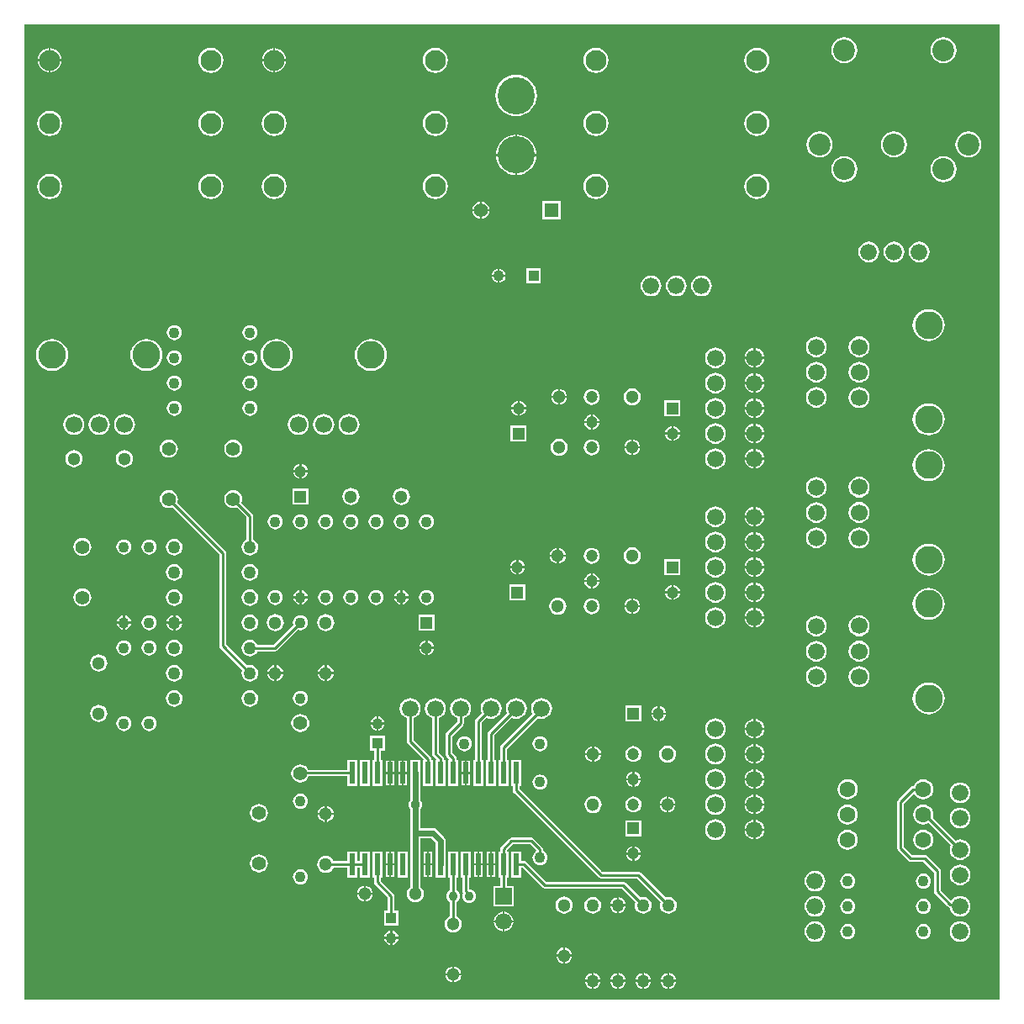
<source format=gtl>
G04*
G04 #@! TF.GenerationSoftware,Altium Limited,Altium Designer,19.0.12 (326)*
G04*
G04 Layer_Physical_Order=1*
G04 Layer_Color=255*
%FSLAX25Y25*%
%MOIN*%
G70*
G01*
G75*
%ADD12C,0.01000*%
%ADD37R,0.02362X0.08661*%
%ADD38C,0.02400*%
%ADD39C,0.03200*%
%ADD40R,0.06600X0.06600*%
%ADD41C,0.06600*%
%ADD42C,0.04331*%
%ADD43R,0.04331X0.04331*%
%ADD44C,0.11024*%
%ADD45C,0.06693*%
%ADD46C,0.05000*%
%ADD47C,0.05118*%
%ADD48C,0.03622*%
%ADD49R,0.04331X0.04331*%
%ADD50C,0.08268*%
%ADD51C,0.08661*%
%ADD52C,0.14765*%
%ADD53R,0.05512X0.05512*%
%ADD54C,0.05512*%
%ADD55R,0.04724X0.04724*%
%ADD56C,0.04724*%
%ADD57R,0.04724X0.04724*%
%ADD58C,0.06299*%
%ADD59C,0.03000*%
%ADD60C,0.03700*%
G36*
X388234Y1529D02*
X1529D01*
Y388234D01*
X388234D01*
Y1529D01*
D02*
G37*
%LPC*%
G36*
X100951Y378722D02*
Y374400D01*
X105273D01*
X105163Y375236D01*
X104686Y376387D01*
X103927Y377376D01*
X102938Y378135D01*
X101787Y378612D01*
X100951Y378722D01*
D02*
G37*
G36*
X11951D02*
Y374400D01*
X16273D01*
X16163Y375236D01*
X15686Y376387D01*
X14927Y377376D01*
X13938Y378135D01*
X12787Y378612D01*
X11951Y378722D01*
D02*
G37*
G36*
X100151D02*
X99315Y378612D01*
X98164Y378135D01*
X97175Y377376D01*
X96416Y376387D01*
X95939Y375236D01*
X95829Y374400D01*
X100151D01*
Y378722D01*
D02*
G37*
G36*
X11151D02*
X10315Y378612D01*
X9164Y378135D01*
X8175Y377376D01*
X7416Y376387D01*
X6939Y375236D01*
X6829Y374400D01*
X11151D01*
Y378722D01*
D02*
G37*
G36*
X366000Y383175D02*
X364661Y382999D01*
X363412Y382482D01*
X362341Y381659D01*
X361518Y380588D01*
X361001Y379339D01*
X360825Y378000D01*
X361001Y376661D01*
X361518Y375413D01*
X362341Y374341D01*
X363412Y373518D01*
X364661Y373001D01*
X366000Y372825D01*
X367339Y373001D01*
X368587Y373518D01*
X369659Y374341D01*
X370482Y375413D01*
X370999Y376661D01*
X371175Y378000D01*
X370999Y379339D01*
X370482Y380588D01*
X369659Y381659D01*
X368587Y382482D01*
X367339Y382999D01*
X366000Y383175D01*
D02*
G37*
G36*
X326630D02*
X325290Y382999D01*
X324042Y382482D01*
X322971Y381659D01*
X322148Y380588D01*
X321631Y379339D01*
X321455Y378000D01*
X321631Y376661D01*
X322148Y375413D01*
X322971Y374341D01*
X324042Y373518D01*
X325290Y373001D01*
X326630Y372825D01*
X327969Y373001D01*
X329217Y373518D01*
X330289Y374341D01*
X331112Y375413D01*
X331629Y376661D01*
X331805Y378000D01*
X331629Y379339D01*
X331112Y380588D01*
X330289Y381659D01*
X329217Y382482D01*
X327969Y382999D01*
X326630Y383175D01*
D02*
G37*
G36*
X105273Y373600D02*
X100951D01*
Y369278D01*
X101787Y369388D01*
X102938Y369865D01*
X103927Y370624D01*
X104686Y371613D01*
X105163Y372764D01*
X105273Y373600D01*
D02*
G37*
G36*
X16273D02*
X11951D01*
Y369278D01*
X12787Y369388D01*
X13938Y369865D01*
X14927Y370624D01*
X15686Y371613D01*
X16163Y372764D01*
X16273Y373600D01*
D02*
G37*
G36*
X11151D02*
X6829D01*
X6939Y372764D01*
X7416Y371613D01*
X8175Y370624D01*
X9164Y369865D01*
X10315Y369388D01*
X11151Y369278D01*
Y373600D01*
D02*
G37*
G36*
X100151D02*
X95829D01*
X95939Y372764D01*
X96416Y371613D01*
X97175Y370624D01*
X98164Y369865D01*
X99315Y369388D01*
X100151Y369278D01*
Y373600D01*
D02*
G37*
G36*
X292000Y378977D02*
X290712Y378807D01*
X289512Y378310D01*
X288481Y377519D01*
X287690Y376488D01*
X287193Y375288D01*
X287023Y374000D01*
X287193Y372712D01*
X287690Y371512D01*
X288481Y370481D01*
X289512Y369690D01*
X290712Y369193D01*
X292000Y369023D01*
X293288Y369193D01*
X294488Y369690D01*
X295519Y370481D01*
X296310Y371512D01*
X296807Y372712D01*
X296977Y374000D01*
X296807Y375288D01*
X296310Y376488D01*
X295519Y377519D01*
X294488Y378310D01*
X293288Y378807D01*
X292000Y378977D01*
D02*
G37*
G36*
X228102D02*
X226814Y378807D01*
X225614Y378310D01*
X224583Y377519D01*
X223792Y376488D01*
X223295Y375288D01*
X223125Y374000D01*
X223295Y372712D01*
X223792Y371512D01*
X224583Y370481D01*
X225614Y369690D01*
X226814Y369193D01*
X228102Y369023D01*
X229390Y369193D01*
X230590Y369690D01*
X231621Y370481D01*
X232412Y371512D01*
X232909Y372712D01*
X233079Y374000D01*
X232909Y375288D01*
X232412Y376488D01*
X231621Y377519D01*
X230590Y378310D01*
X229390Y378807D01*
X228102Y378977D01*
D02*
G37*
G36*
X164449D02*
X163161Y378807D01*
X161961Y378310D01*
X160930Y377519D01*
X160139Y376488D01*
X159642Y375288D01*
X159472Y374000D01*
X159642Y372712D01*
X160139Y371512D01*
X160930Y370481D01*
X161961Y369690D01*
X163161Y369193D01*
X164449Y369023D01*
X165737Y369193D01*
X166937Y369690D01*
X167968Y370481D01*
X168759Y371512D01*
X169256Y372712D01*
X169426Y374000D01*
X169256Y375288D01*
X168759Y376488D01*
X167968Y377519D01*
X166937Y378310D01*
X165737Y378807D01*
X164449Y378977D01*
D02*
G37*
G36*
X75449D02*
X74161Y378807D01*
X72961Y378310D01*
X71930Y377519D01*
X71139Y376488D01*
X70642Y375288D01*
X70472Y374000D01*
X70642Y372712D01*
X71139Y371512D01*
X71930Y370481D01*
X72961Y369690D01*
X74161Y369193D01*
X75449Y369023D01*
X76737Y369193D01*
X77937Y369690D01*
X78968Y370481D01*
X79759Y371512D01*
X80256Y372712D01*
X80426Y374000D01*
X80256Y375288D01*
X79759Y376488D01*
X78968Y377519D01*
X77937Y378310D01*
X76737Y378807D01*
X75449Y378977D01*
D02*
G37*
G36*
X196500Y368222D02*
X194896Y368064D01*
X193354Y367596D01*
X191932Y366836D01*
X190686Y365814D01*
X189664Y364568D01*
X188904Y363146D01*
X188436Y361604D01*
X188278Y360000D01*
X188436Y358396D01*
X188904Y356854D01*
X189664Y355432D01*
X190686Y354186D01*
X191932Y353164D01*
X193354Y352404D01*
X194896Y351936D01*
X196500Y351778D01*
X198104Y351936D01*
X199646Y352404D01*
X201068Y353164D01*
X202314Y354186D01*
X203336Y355432D01*
X204096Y356854D01*
X204564Y358396D01*
X204722Y360000D01*
X204564Y361604D01*
X204096Y363146D01*
X203336Y364568D01*
X202314Y365814D01*
X201068Y366836D01*
X199646Y367596D01*
X198104Y368064D01*
X196500Y368222D01*
D02*
G37*
G36*
X292000Y353977D02*
X290712Y353807D01*
X289512Y353310D01*
X288481Y352519D01*
X287690Y351488D01*
X287193Y350288D01*
X287023Y349000D01*
X287193Y347712D01*
X287690Y346512D01*
X288481Y345481D01*
X289512Y344690D01*
X290712Y344193D01*
X292000Y344023D01*
X293288Y344193D01*
X294488Y344690D01*
X295519Y345481D01*
X296310Y346512D01*
X296807Y347712D01*
X296977Y349000D01*
X296807Y350288D01*
X296310Y351488D01*
X295519Y352519D01*
X294488Y353310D01*
X293288Y353807D01*
X292000Y353977D01*
D02*
G37*
G36*
X228102D02*
X226814Y353807D01*
X225614Y353310D01*
X224583Y352519D01*
X223792Y351488D01*
X223295Y350288D01*
X223125Y349000D01*
X223295Y347712D01*
X223792Y346512D01*
X224583Y345481D01*
X225614Y344690D01*
X226814Y344193D01*
X228102Y344023D01*
X229390Y344193D01*
X230590Y344690D01*
X231621Y345481D01*
X232412Y346512D01*
X232909Y347712D01*
X233079Y349000D01*
X232909Y350288D01*
X232412Y351488D01*
X231621Y352519D01*
X230590Y353310D01*
X229390Y353807D01*
X228102Y353977D01*
D02*
G37*
G36*
X164449D02*
X163161Y353807D01*
X161961Y353310D01*
X160930Y352519D01*
X160139Y351488D01*
X159642Y350288D01*
X159472Y349000D01*
X159642Y347712D01*
X160139Y346512D01*
X160930Y345481D01*
X161961Y344690D01*
X163161Y344193D01*
X164449Y344023D01*
X165737Y344193D01*
X166937Y344690D01*
X167968Y345481D01*
X168759Y346512D01*
X169256Y347712D01*
X169426Y349000D01*
X169256Y350288D01*
X168759Y351488D01*
X167968Y352519D01*
X166937Y353310D01*
X165737Y353807D01*
X164449Y353977D01*
D02*
G37*
G36*
X100551D02*
X99263Y353807D01*
X98063Y353310D01*
X97032Y352519D01*
X96241Y351488D01*
X95744Y350288D01*
X95574Y349000D01*
X95744Y347712D01*
X96241Y346512D01*
X97032Y345481D01*
X98063Y344690D01*
X99263Y344193D01*
X100551Y344023D01*
X101839Y344193D01*
X103039Y344690D01*
X104070Y345481D01*
X104861Y346512D01*
X105358Y347712D01*
X105528Y349000D01*
X105358Y350288D01*
X104861Y351488D01*
X104070Y352519D01*
X103039Y353310D01*
X101839Y353807D01*
X100551Y353977D01*
D02*
G37*
G36*
X75449D02*
X74161Y353807D01*
X72961Y353310D01*
X71930Y352519D01*
X71139Y351488D01*
X70642Y350288D01*
X70472Y349000D01*
X70642Y347712D01*
X71139Y346512D01*
X71930Y345481D01*
X72961Y344690D01*
X74161Y344193D01*
X75449Y344023D01*
X76737Y344193D01*
X77937Y344690D01*
X78968Y345481D01*
X79759Y346512D01*
X80256Y347712D01*
X80426Y349000D01*
X80256Y350288D01*
X79759Y351488D01*
X78968Y352519D01*
X77937Y353310D01*
X76737Y353807D01*
X75449Y353977D01*
D02*
G37*
G36*
X11551D02*
X10263Y353807D01*
X9063Y353310D01*
X8032Y352519D01*
X7241Y351488D01*
X6744Y350288D01*
X6574Y349000D01*
X6744Y347712D01*
X7241Y346512D01*
X8032Y345481D01*
X9063Y344690D01*
X10263Y344193D01*
X11551Y344023D01*
X12839Y344193D01*
X14039Y344690D01*
X15070Y345481D01*
X15861Y346512D01*
X16358Y347712D01*
X16528Y349000D01*
X16358Y350288D01*
X15861Y351488D01*
X15070Y352519D01*
X14039Y353310D01*
X12839Y353807D01*
X11551Y353977D01*
D02*
G37*
G36*
X196900Y344359D02*
Y336778D01*
X204482D01*
X204367Y337943D01*
X203910Y339447D01*
X203169Y340834D01*
X202172Y342050D01*
X200956Y343047D01*
X199569Y343788D01*
X198065Y344245D01*
X196900Y344359D01*
D02*
G37*
G36*
X196100D02*
X194935Y344245D01*
X193430Y343788D01*
X192044Y343047D01*
X190828Y342050D01*
X189831Y340834D01*
X189090Y339447D01*
X188633Y337943D01*
X188519Y336778D01*
X196100D01*
Y344359D01*
D02*
G37*
G36*
X375842Y345773D02*
X374503Y345597D01*
X373255Y345080D01*
X372183Y344258D01*
X371361Y343186D01*
X370844Y341938D01*
X370668Y340598D01*
X370844Y339259D01*
X371361Y338011D01*
X372183Y336939D01*
X373255Y336117D01*
X374503Y335600D01*
X375842Y335423D01*
X377182Y335600D01*
X378430Y336117D01*
X379502Y336939D01*
X380324Y338011D01*
X380841Y339259D01*
X381017Y340598D01*
X380841Y341938D01*
X380324Y343186D01*
X379502Y344258D01*
X378430Y345080D01*
X377182Y345597D01*
X375842Y345773D01*
D02*
G37*
G36*
X346315D02*
X344976Y345597D01*
X343727Y345080D01*
X342656Y344258D01*
X341833Y343186D01*
X341316Y341938D01*
X341140Y340598D01*
X341316Y339259D01*
X341833Y338011D01*
X342656Y336939D01*
X343727Y336117D01*
X344976Y335600D01*
X346315Y335423D01*
X347654Y335600D01*
X348902Y336117D01*
X349974Y336939D01*
X350797Y338011D01*
X351314Y339259D01*
X351490Y340598D01*
X351314Y341938D01*
X350797Y343186D01*
X349974Y344258D01*
X348902Y345080D01*
X347654Y345597D01*
X346315Y345773D01*
D02*
G37*
G36*
X316787D02*
X315448Y345597D01*
X314200Y345080D01*
X313128Y344258D01*
X312306Y343186D01*
X311789Y341938D01*
X311612Y340598D01*
X311789Y339259D01*
X312306Y338011D01*
X313128Y336939D01*
X314200Y336117D01*
X315448Y335600D01*
X316787Y335423D01*
X318127Y335600D01*
X319375Y336117D01*
X320447Y336939D01*
X321269Y338011D01*
X321786Y339259D01*
X321962Y340598D01*
X321786Y341938D01*
X321269Y343186D01*
X320447Y344258D01*
X319375Y345080D01*
X318127Y345597D01*
X316787Y345773D01*
D02*
G37*
G36*
X204482Y335978D02*
X196900D01*
Y328397D01*
X198065Y328511D01*
X199569Y328968D01*
X200956Y329709D01*
X202172Y330706D01*
X203169Y331922D01*
X203910Y333309D01*
X204367Y334813D01*
X204482Y335978D01*
D02*
G37*
G36*
X196100D02*
X188519D01*
X188633Y334813D01*
X189090Y333309D01*
X189831Y331922D01*
X190828Y330706D01*
X192044Y329709D01*
X193430Y328968D01*
X194935Y328511D01*
X196100Y328397D01*
Y335978D01*
D02*
G37*
G36*
X366000Y335931D02*
X364661Y335755D01*
X363412Y335238D01*
X362341Y334415D01*
X361518Y333343D01*
X361001Y332095D01*
X360825Y330756D01*
X361001Y329416D01*
X361518Y328168D01*
X362341Y327097D01*
X363412Y326274D01*
X364661Y325757D01*
X366000Y325581D01*
X367339Y325757D01*
X368587Y326274D01*
X369659Y327097D01*
X370482Y328168D01*
X370999Y329416D01*
X371175Y330756D01*
X370999Y332095D01*
X370482Y333343D01*
X369659Y334415D01*
X368587Y335238D01*
X367339Y335755D01*
X366000Y335931D01*
D02*
G37*
G36*
X326630D02*
X325290Y335755D01*
X324042Y335238D01*
X322971Y334415D01*
X322148Y333343D01*
X321631Y332095D01*
X321455Y330756D01*
X321631Y329416D01*
X322148Y328168D01*
X322971Y327097D01*
X324042Y326274D01*
X325290Y325757D01*
X326630Y325581D01*
X327969Y325757D01*
X329217Y326274D01*
X330289Y327097D01*
X331112Y328168D01*
X331629Y329416D01*
X331805Y330756D01*
X331629Y332095D01*
X331112Y333343D01*
X330289Y334415D01*
X329217Y335238D01*
X327969Y335755D01*
X326630Y335931D01*
D02*
G37*
G36*
X292000Y328977D02*
X290712Y328807D01*
X289512Y328310D01*
X288481Y327519D01*
X287690Y326488D01*
X287193Y325288D01*
X287023Y324000D01*
X287193Y322712D01*
X287690Y321512D01*
X288481Y320481D01*
X289512Y319690D01*
X290712Y319193D01*
X292000Y319023D01*
X293288Y319193D01*
X294488Y319690D01*
X295519Y320481D01*
X296310Y321512D01*
X296807Y322712D01*
X296977Y324000D01*
X296807Y325288D01*
X296310Y326488D01*
X295519Y327519D01*
X294488Y328310D01*
X293288Y328807D01*
X292000Y328977D01*
D02*
G37*
G36*
X228102D02*
X226814Y328807D01*
X225614Y328310D01*
X224583Y327519D01*
X223792Y326488D01*
X223295Y325288D01*
X223125Y324000D01*
X223295Y322712D01*
X223792Y321512D01*
X224583Y320481D01*
X225614Y319690D01*
X226814Y319193D01*
X228102Y319023D01*
X229390Y319193D01*
X230590Y319690D01*
X231621Y320481D01*
X232412Y321512D01*
X232909Y322712D01*
X233079Y324000D01*
X232909Y325288D01*
X232412Y326488D01*
X231621Y327519D01*
X230590Y328310D01*
X229390Y328807D01*
X228102Y328977D01*
D02*
G37*
G36*
X164449D02*
X163161Y328807D01*
X161961Y328310D01*
X160930Y327519D01*
X160139Y326488D01*
X159642Y325288D01*
X159472Y324000D01*
X159642Y322712D01*
X160139Y321512D01*
X160930Y320481D01*
X161961Y319690D01*
X163161Y319193D01*
X164449Y319023D01*
X165737Y319193D01*
X166937Y319690D01*
X167968Y320481D01*
X168759Y321512D01*
X169256Y322712D01*
X169426Y324000D01*
X169256Y325288D01*
X168759Y326488D01*
X167968Y327519D01*
X166937Y328310D01*
X165737Y328807D01*
X164449Y328977D01*
D02*
G37*
G36*
X100551D02*
X99263Y328807D01*
X98063Y328310D01*
X97032Y327519D01*
X96241Y326488D01*
X95744Y325288D01*
X95574Y324000D01*
X95744Y322712D01*
X96241Y321512D01*
X97032Y320481D01*
X98063Y319690D01*
X99263Y319193D01*
X100551Y319023D01*
X101839Y319193D01*
X103039Y319690D01*
X104070Y320481D01*
X104861Y321512D01*
X105358Y322712D01*
X105528Y324000D01*
X105358Y325288D01*
X104861Y326488D01*
X104070Y327519D01*
X103039Y328310D01*
X101839Y328807D01*
X100551Y328977D01*
D02*
G37*
G36*
X75449D02*
X74161Y328807D01*
X72961Y328310D01*
X71930Y327519D01*
X71139Y326488D01*
X70642Y325288D01*
X70472Y324000D01*
X70642Y322712D01*
X71139Y321512D01*
X71930Y320481D01*
X72961Y319690D01*
X74161Y319193D01*
X75449Y319023D01*
X76737Y319193D01*
X77937Y319690D01*
X78968Y320481D01*
X79759Y321512D01*
X80256Y322712D01*
X80426Y324000D01*
X80256Y325288D01*
X79759Y326488D01*
X78968Y327519D01*
X77937Y328310D01*
X76737Y328807D01*
X75449Y328977D01*
D02*
G37*
G36*
X11551D02*
X10263Y328807D01*
X9063Y328310D01*
X8032Y327519D01*
X7241Y326488D01*
X6744Y325288D01*
X6574Y324000D01*
X6744Y322712D01*
X7241Y321512D01*
X8032Y320481D01*
X9063Y319690D01*
X10263Y319193D01*
X11551Y319023D01*
X12839Y319193D01*
X14039Y319690D01*
X15070Y320481D01*
X15861Y321512D01*
X16358Y322712D01*
X16528Y324000D01*
X16358Y325288D01*
X15861Y326488D01*
X15070Y327519D01*
X14039Y328310D01*
X12839Y328807D01*
X11551Y328977D01*
D02*
G37*
G36*
X182900Y317832D02*
Y314900D01*
X185832D01*
X185770Y315376D01*
X185432Y316193D01*
X184894Y316894D01*
X184193Y317431D01*
X183376Y317770D01*
X182900Y317832D01*
D02*
G37*
G36*
X182100D02*
X181624Y317770D01*
X180807Y317431D01*
X180106Y316894D01*
X179569Y316193D01*
X179230Y315376D01*
X179168Y314900D01*
X182100D01*
Y317832D01*
D02*
G37*
G36*
X185832Y314100D02*
X182900D01*
Y311168D01*
X183376Y311230D01*
X184193Y311568D01*
X184894Y312106D01*
X185432Y312807D01*
X185770Y313624D01*
X185832Y314100D01*
D02*
G37*
G36*
X182100D02*
X179168D01*
X179230Y313624D01*
X179569Y312807D01*
X180106Y312106D01*
X180807Y311568D01*
X181624Y311230D01*
X182100Y311168D01*
Y314100D01*
D02*
G37*
G36*
X214056Y318056D02*
X206944D01*
Y310944D01*
X214056D01*
Y318056D01*
D02*
G37*
G36*
X356315Y302135D02*
X355245Y301994D01*
X354247Y301581D01*
X353391Y300924D01*
X352734Y300068D01*
X352321Y299070D01*
X352180Y298000D01*
X352321Y296930D01*
X352734Y295932D01*
X353391Y295076D01*
X354247Y294419D01*
X355245Y294005D01*
X356315Y293865D01*
X357385Y294005D01*
X358383Y294419D01*
X359239Y295076D01*
X359896Y295932D01*
X360309Y296930D01*
X360450Y298000D01*
X360309Y299070D01*
X359896Y300068D01*
X359239Y300924D01*
X358383Y301581D01*
X357385Y301994D01*
X356315Y302135D01*
D02*
G37*
G36*
X346315D02*
X345245Y301994D01*
X344247Y301581D01*
X343391Y300924D01*
X342734Y300068D01*
X342320Y299070D01*
X342180Y298000D01*
X342320Y296930D01*
X342734Y295932D01*
X343391Y295076D01*
X344247Y294419D01*
X345245Y294005D01*
X346315Y293865D01*
X347385Y294005D01*
X348383Y294419D01*
X349239Y295076D01*
X349896Y295932D01*
X350309Y296930D01*
X350450Y298000D01*
X350309Y299070D01*
X349896Y300068D01*
X349239Y300924D01*
X348383Y301581D01*
X347385Y301994D01*
X346315Y302135D01*
D02*
G37*
G36*
X336315D02*
X335245Y301994D01*
X334247Y301581D01*
X333391Y300924D01*
X332734Y300068D01*
X332320Y299070D01*
X332180Y298000D01*
X332320Y296930D01*
X332734Y295932D01*
X333391Y295076D01*
X334247Y294419D01*
X335245Y294005D01*
X336315Y293865D01*
X337385Y294005D01*
X338383Y294419D01*
X339239Y295076D01*
X339896Y295932D01*
X340309Y296930D01*
X340450Y298000D01*
X340309Y299070D01*
X339896Y300068D01*
X339239Y300924D01*
X338383Y301581D01*
X337385Y301994D01*
X336315Y302135D01*
D02*
G37*
G36*
X190010Y291231D02*
Y288895D01*
X192347D01*
X192305Y289216D01*
X192026Y289889D01*
X191583Y290467D01*
X191005Y290910D01*
X190332Y291189D01*
X190010Y291231D01*
D02*
G37*
G36*
X189210Y291231D02*
X188888Y291189D01*
X188216Y290910D01*
X187638Y290467D01*
X187195Y289889D01*
X186916Y289216D01*
X186873Y288895D01*
X189210D01*
Y291231D01*
D02*
G37*
G36*
X192347Y288094D02*
X190010D01*
Y285758D01*
X190332Y285800D01*
X191005Y286079D01*
X191583Y286522D01*
X192026Y287100D01*
X192305Y287772D01*
X192347Y288094D01*
D02*
G37*
G36*
X189210D02*
X186873D01*
X186916Y287772D01*
X187195Y287100D01*
X187638Y286522D01*
X188216Y286079D01*
X188888Y285800D01*
X189210Y285758D01*
Y288094D01*
D02*
G37*
G36*
X206355Y291460D02*
X200424D01*
Y285529D01*
X206355D01*
Y291460D01*
D02*
G37*
G36*
X270000Y288635D02*
X268930Y288494D01*
X267932Y288081D01*
X267076Y287424D01*
X266419Y286568D01*
X266005Y285570D01*
X265865Y284500D01*
X266005Y283430D01*
X266419Y282432D01*
X267076Y281576D01*
X267932Y280919D01*
X268930Y280505D01*
X270000Y280365D01*
X271070Y280505D01*
X272068Y280919D01*
X272924Y281576D01*
X273581Y282432D01*
X273994Y283430D01*
X274135Y284500D01*
X273994Y285570D01*
X273581Y286568D01*
X272924Y287424D01*
X272068Y288081D01*
X271070Y288494D01*
X270000Y288635D01*
D02*
G37*
G36*
X260000D02*
X258930Y288494D01*
X257932Y288081D01*
X257076Y287424D01*
X256419Y286568D01*
X256006Y285570D01*
X255865Y284500D01*
X256006Y283430D01*
X256419Y282432D01*
X257076Y281576D01*
X257932Y280919D01*
X258930Y280505D01*
X260000Y280365D01*
X261070Y280505D01*
X262068Y280919D01*
X262924Y281576D01*
X263581Y282432D01*
X263995Y283430D01*
X264135Y284500D01*
X263995Y285570D01*
X263581Y286568D01*
X262924Y287424D01*
X262068Y288081D01*
X261070Y288494D01*
X260000Y288635D01*
D02*
G37*
G36*
X250000D02*
X248930Y288494D01*
X247932Y288081D01*
X247076Y287424D01*
X246419Y286568D01*
X246006Y285570D01*
X245865Y284500D01*
X246006Y283430D01*
X246419Y282432D01*
X247076Y281576D01*
X247932Y280919D01*
X248930Y280505D01*
X250000Y280365D01*
X251070Y280505D01*
X252068Y280919D01*
X252924Y281576D01*
X253581Y282432D01*
X253994Y283430D01*
X254135Y284500D01*
X253994Y285570D01*
X253581Y286568D01*
X252924Y287424D01*
X252068Y288081D01*
X251070Y288494D01*
X250000Y288635D01*
D02*
G37*
G36*
X91000Y268991D02*
X90226Y268889D01*
X89504Y268590D01*
X88885Y268115D01*
X88410Y267495D01*
X88111Y266774D01*
X88009Y266000D01*
X88111Y265226D01*
X88410Y264505D01*
X88885Y263885D01*
X89504Y263410D01*
X90226Y263111D01*
X91000Y263009D01*
X91774Y263111D01*
X92496Y263410D01*
X93115Y263885D01*
X93590Y264505D01*
X93889Y265226D01*
X93991Y266000D01*
X93889Y266774D01*
X93590Y267495D01*
X93115Y268115D01*
X92496Y268590D01*
X91774Y268889D01*
X91000Y268991D01*
D02*
G37*
G36*
X61000D02*
X60226Y268889D01*
X59504Y268590D01*
X58885Y268115D01*
X58410Y267495D01*
X58111Y266774D01*
X58009Y266000D01*
X58111Y265226D01*
X58410Y264505D01*
X58885Y263885D01*
X59504Y263410D01*
X60226Y263111D01*
X61000Y263009D01*
X61774Y263111D01*
X62495Y263410D01*
X63115Y263885D01*
X63590Y264505D01*
X63889Y265226D01*
X63991Y266000D01*
X63889Y266774D01*
X63590Y267495D01*
X63115Y268115D01*
X62495Y268590D01*
X61774Y268889D01*
X61000Y268991D01*
D02*
G37*
G36*
X360032Y275358D02*
X358794Y275236D01*
X357604Y274875D01*
X356508Y274289D01*
X355547Y273500D01*
X354758Y272539D01*
X354172Y271443D01*
X353811Y270253D01*
X353689Y269016D01*
X353811Y267778D01*
X354172Y266589D01*
X354758Y265492D01*
X355547Y264531D01*
X356508Y263742D01*
X357604Y263156D01*
X358794Y262795D01*
X360032Y262673D01*
X361269Y262795D01*
X362459Y263156D01*
X363555Y263742D01*
X364516Y264531D01*
X365305Y265492D01*
X365891Y266589D01*
X366252Y267778D01*
X366374Y269016D01*
X366252Y270253D01*
X365891Y271443D01*
X365305Y272539D01*
X364516Y273500D01*
X363555Y274289D01*
X362459Y274875D01*
X361269Y275236D01*
X360032Y275358D01*
D02*
G37*
G36*
X291400Y259881D02*
Y256400D01*
X294881D01*
X294800Y257018D01*
X294407Y257967D01*
X293781Y258782D01*
X292967Y259407D01*
X292018Y259800D01*
X291400Y259881D01*
D02*
G37*
G36*
X290600D02*
X289982Y259800D01*
X289033Y259407D01*
X288218Y258782D01*
X287593Y257967D01*
X287200Y257018D01*
X287119Y256400D01*
X290600D01*
Y259881D01*
D02*
G37*
G36*
X315500Y264450D02*
X314430Y264309D01*
X313432Y263896D01*
X312576Y263239D01*
X311919Y262383D01*
X311506Y261385D01*
X311365Y260315D01*
X311506Y259245D01*
X311919Y258247D01*
X312576Y257391D01*
X313432Y256734D01*
X314430Y256321D01*
X315500Y256180D01*
X316570Y256321D01*
X317568Y256734D01*
X318424Y257391D01*
X319081Y258247D01*
X319495Y259245D01*
X319635Y260315D01*
X319495Y261385D01*
X319081Y262383D01*
X318424Y263239D01*
X317568Y263896D01*
X316570Y264309D01*
X315500Y264450D01*
D02*
G37*
G36*
X332472Y264540D02*
X331390Y264397D01*
X330381Y263979D01*
X329515Y263315D01*
X328851Y262449D01*
X328433Y261440D01*
X328290Y260357D01*
X328433Y259275D01*
X328851Y258266D01*
X329515Y257400D01*
X330381Y256736D01*
X331390Y256318D01*
X332472Y256175D01*
X333555Y256318D01*
X334564Y256736D01*
X335430Y257400D01*
X336094Y258266D01*
X336512Y259275D01*
X336655Y260357D01*
X336512Y261440D01*
X336094Y262449D01*
X335430Y263315D01*
X334564Y263979D01*
X333555Y264397D01*
X332472Y264540D01*
D02*
G37*
G36*
X91000Y258991D02*
X90226Y258889D01*
X89504Y258590D01*
X88885Y258115D01*
X88410Y257495D01*
X88111Y256774D01*
X88009Y256000D01*
X88111Y255226D01*
X88410Y254504D01*
X88885Y253885D01*
X89504Y253410D01*
X90226Y253111D01*
X91000Y253009D01*
X91774Y253111D01*
X92496Y253410D01*
X93115Y253885D01*
X93590Y254504D01*
X93889Y255226D01*
X93991Y256000D01*
X93889Y256774D01*
X93590Y257495D01*
X93115Y258115D01*
X92496Y258590D01*
X91774Y258889D01*
X91000Y258991D01*
D02*
G37*
G36*
X61000D02*
X60226Y258889D01*
X59504Y258590D01*
X58885Y258115D01*
X58410Y257495D01*
X58111Y256774D01*
X58009Y256000D01*
X58111Y255226D01*
X58410Y254504D01*
X58885Y253885D01*
X59504Y253410D01*
X60226Y253111D01*
X61000Y253009D01*
X61774Y253111D01*
X62495Y253410D01*
X63115Y253885D01*
X63590Y254504D01*
X63889Y255226D01*
X63991Y256000D01*
X63889Y256774D01*
X63590Y257495D01*
X63115Y258115D01*
X62495Y258590D01*
X61774Y258889D01*
X61000Y258991D01*
D02*
G37*
G36*
X294881Y255600D02*
X291400D01*
Y252119D01*
X292018Y252200D01*
X292967Y252593D01*
X293781Y253219D01*
X294407Y254033D01*
X294800Y254982D01*
X294881Y255600D01*
D02*
G37*
G36*
X290600D02*
X287119D01*
X287200Y254982D01*
X287593Y254033D01*
X288218Y253219D01*
X289033Y252593D01*
X289982Y252200D01*
X290600Y252119D01*
Y255600D01*
D02*
G37*
G36*
X275500Y260135D02*
X274430Y259995D01*
X273432Y259581D01*
X272576Y258924D01*
X271919Y258068D01*
X271505Y257070D01*
X271365Y256000D01*
X271505Y254930D01*
X271919Y253932D01*
X272576Y253076D01*
X273432Y252419D01*
X274430Y252006D01*
X275500Y251865D01*
X276570Y252006D01*
X277568Y252419D01*
X278424Y253076D01*
X279081Y253932D01*
X279495Y254930D01*
X279635Y256000D01*
X279495Y257070D01*
X279081Y258068D01*
X278424Y258924D01*
X277568Y259581D01*
X276570Y259995D01*
X275500Y260135D01*
D02*
G37*
G36*
X138902Y263464D02*
X137664Y263342D01*
X136475Y262982D01*
X135378Y262396D01*
X134417Y261607D01*
X133628Y260646D01*
X133042Y259549D01*
X132681Y258359D01*
X132559Y257122D01*
X132681Y255885D01*
X133042Y254695D01*
X133628Y253598D01*
X134417Y252637D01*
X135378Y251849D01*
X136475Y251262D01*
X137664Y250902D01*
X138902Y250780D01*
X140139Y250902D01*
X141329Y251262D01*
X142425Y251849D01*
X143386Y252637D01*
X144175Y253598D01*
X144761Y254695D01*
X145122Y255885D01*
X145244Y257122D01*
X145122Y258359D01*
X144761Y259549D01*
X144175Y260646D01*
X143386Y261607D01*
X142425Y262396D01*
X141329Y262982D01*
X140139Y263342D01*
X138902Y263464D01*
D02*
G37*
G36*
X101500D02*
X100263Y263342D01*
X99073Y262982D01*
X97976Y262396D01*
X97015Y261607D01*
X96227Y260646D01*
X95640Y259549D01*
X95280Y258359D01*
X95158Y257122D01*
X95280Y255885D01*
X95640Y254695D01*
X96227Y253598D01*
X97015Y252637D01*
X97976Y251849D01*
X99073Y251262D01*
X100263Y250902D01*
X101500Y250780D01*
X102737Y250902D01*
X103927Y251262D01*
X105024Y251849D01*
X105985Y252637D01*
X106773Y253598D01*
X107360Y254695D01*
X107720Y255885D01*
X107842Y257122D01*
X107720Y258359D01*
X107360Y259549D01*
X106773Y260646D01*
X105985Y261607D01*
X105024Y262396D01*
X103927Y262982D01*
X102737Y263342D01*
X101500Y263464D01*
D02*
G37*
G36*
X49902D02*
X48664Y263342D01*
X47475Y262982D01*
X46378Y262396D01*
X45417Y261607D01*
X44628Y260646D01*
X44042Y259549D01*
X43681Y258359D01*
X43559Y257122D01*
X43681Y255885D01*
X44042Y254695D01*
X44628Y253598D01*
X45417Y252637D01*
X46378Y251849D01*
X47475Y251262D01*
X48664Y250902D01*
X49902Y250780D01*
X51139Y250902D01*
X52329Y251262D01*
X53425Y251849D01*
X54386Y252637D01*
X55175Y253598D01*
X55761Y254695D01*
X56122Y255885D01*
X56244Y257122D01*
X56122Y258359D01*
X55761Y259549D01*
X55175Y260646D01*
X54386Y261607D01*
X53425Y262396D01*
X52329Y262982D01*
X51139Y263342D01*
X49902Y263464D01*
D02*
G37*
G36*
X12500D02*
X11263Y263342D01*
X10073Y262982D01*
X8976Y262396D01*
X8015Y261607D01*
X7226Y260646D01*
X6640Y259549D01*
X6279Y258359D01*
X6158Y257122D01*
X6279Y255885D01*
X6640Y254695D01*
X7226Y253598D01*
X8015Y252637D01*
X8976Y251849D01*
X10073Y251262D01*
X11263Y250902D01*
X12500Y250780D01*
X13737Y250902D01*
X14927Y251262D01*
X16024Y251849D01*
X16985Y252637D01*
X17774Y253598D01*
X18360Y254695D01*
X18721Y255885D01*
X18842Y257122D01*
X18721Y258359D01*
X18360Y259549D01*
X17774Y260646D01*
X16985Y261607D01*
X16024Y262396D01*
X14927Y262982D01*
X13737Y263342D01*
X12500Y263464D01*
D02*
G37*
G36*
X291400Y249881D02*
Y246400D01*
X294881D01*
X294800Y247018D01*
X294407Y247967D01*
X293781Y248781D01*
X292967Y249407D01*
X292018Y249800D01*
X291400Y249881D01*
D02*
G37*
G36*
X290600D02*
X289982Y249800D01*
X289033Y249407D01*
X288218Y248781D01*
X287593Y247967D01*
X287200Y247018D01*
X287119Y246400D01*
X290600D01*
Y249881D01*
D02*
G37*
G36*
X315500Y254450D02*
X314430Y254309D01*
X313432Y253896D01*
X312576Y253239D01*
X311919Y252383D01*
X311506Y251385D01*
X311365Y250315D01*
X311506Y249245D01*
X311919Y248247D01*
X312576Y247391D01*
X313432Y246734D01*
X314430Y246321D01*
X315500Y246180D01*
X316570Y246321D01*
X317568Y246734D01*
X318424Y247391D01*
X319081Y248247D01*
X319495Y249245D01*
X319635Y250315D01*
X319495Y251385D01*
X319081Y252383D01*
X318424Y253239D01*
X317568Y253896D01*
X316570Y254309D01*
X315500Y254450D01*
D02*
G37*
G36*
X332472Y254497D02*
X331390Y254355D01*
X330381Y253937D01*
X329515Y253272D01*
X328851Y252406D01*
X328433Y251397D01*
X328290Y250315D01*
X328433Y249233D01*
X328851Y248224D01*
X329515Y247358D01*
X330381Y246693D01*
X331390Y246275D01*
X332472Y246133D01*
X333555Y246275D01*
X334564Y246693D01*
X335430Y247358D01*
X336094Y248224D01*
X336512Y249233D01*
X336655Y250315D01*
X336512Y251397D01*
X336094Y252406D01*
X335430Y253272D01*
X334564Y253937D01*
X333555Y254355D01*
X332472Y254497D01*
D02*
G37*
G36*
X91000Y248991D02*
X90226Y248889D01*
X89504Y248590D01*
X88885Y248115D01*
X88410Y247496D01*
X88111Y246774D01*
X88009Y246000D01*
X88111Y245226D01*
X88410Y244504D01*
X88885Y243885D01*
X89504Y243410D01*
X90226Y243111D01*
X91000Y243009D01*
X91774Y243111D01*
X92496Y243410D01*
X93115Y243885D01*
X93590Y244504D01*
X93889Y245226D01*
X93991Y246000D01*
X93889Y246774D01*
X93590Y247496D01*
X93115Y248115D01*
X92496Y248590D01*
X91774Y248889D01*
X91000Y248991D01*
D02*
G37*
G36*
X61000D02*
X60226Y248889D01*
X59504Y248590D01*
X58885Y248115D01*
X58410Y247496D01*
X58111Y246774D01*
X58009Y246000D01*
X58111Y245226D01*
X58410Y244504D01*
X58885Y243885D01*
X59504Y243410D01*
X60226Y243111D01*
X61000Y243009D01*
X61774Y243111D01*
X62495Y243410D01*
X63115Y243885D01*
X63590Y244504D01*
X63889Y245226D01*
X63991Y246000D01*
X63889Y246774D01*
X63590Y247496D01*
X63115Y248115D01*
X62495Y248590D01*
X61774Y248889D01*
X61000Y248991D01*
D02*
G37*
G36*
X294881Y245600D02*
X291400D01*
Y242119D01*
X292018Y242200D01*
X292967Y242593D01*
X293781Y243218D01*
X294407Y244033D01*
X294800Y244982D01*
X294881Y245600D01*
D02*
G37*
G36*
X290600D02*
X287119D01*
X287200Y244982D01*
X287593Y244033D01*
X288218Y243218D01*
X289033Y242593D01*
X289982Y242200D01*
X290600Y242119D01*
Y245600D01*
D02*
G37*
G36*
X275500Y250135D02*
X274430Y249994D01*
X273432Y249581D01*
X272576Y248924D01*
X271919Y248068D01*
X271505Y247070D01*
X271365Y246000D01*
X271505Y244930D01*
X271919Y243932D01*
X272576Y243076D01*
X273432Y242419D01*
X274430Y242005D01*
X275500Y241865D01*
X276570Y242005D01*
X277568Y242419D01*
X278424Y243076D01*
X279081Y243932D01*
X279495Y244930D01*
X279635Y246000D01*
X279495Y247070D01*
X279081Y248068D01*
X278424Y248924D01*
X277568Y249581D01*
X276570Y249994D01*
X275500Y250135D01*
D02*
G37*
G36*
X213900Y243634D02*
Y240900D01*
X216634D01*
X216578Y241325D01*
X216259Y242093D01*
X215753Y242753D01*
X215093Y243259D01*
X214325Y243578D01*
X213900Y243634D01*
D02*
G37*
G36*
X213100D02*
X212675Y243578D01*
X211907Y243259D01*
X211247Y242753D01*
X210741Y242093D01*
X210422Y241325D01*
X210366Y240900D01*
X213100D01*
Y243634D01*
D02*
G37*
G36*
X216634Y240100D02*
X213900D01*
Y237366D01*
X214325Y237422D01*
X215093Y237741D01*
X215753Y238247D01*
X216259Y238907D01*
X216578Y239675D01*
X216634Y240100D01*
D02*
G37*
G36*
X213100D02*
X210366D01*
X210422Y239675D01*
X210741Y238907D01*
X211247Y238247D01*
X211907Y237741D01*
X212675Y237422D01*
X213100Y237366D01*
Y240100D01*
D02*
G37*
G36*
X226500Y243689D02*
X225675Y243581D01*
X224905Y243262D01*
X224245Y242755D01*
X223738Y242095D01*
X223419Y241325D01*
X223311Y240500D01*
X223419Y239674D01*
X223738Y238905D01*
X224245Y238245D01*
X224905Y237738D01*
X225675Y237419D01*
X226500Y237311D01*
X227326Y237419D01*
X228095Y237738D01*
X228755Y238245D01*
X229262Y238905D01*
X229581Y239674D01*
X229689Y240500D01*
X229581Y241325D01*
X229262Y242095D01*
X228755Y242755D01*
X228095Y243262D01*
X227326Y243581D01*
X226500Y243689D01*
D02*
G37*
G36*
X242500Y243888D02*
X241623Y243773D01*
X240806Y243434D01*
X240104Y242896D01*
X239566Y242194D01*
X239228Y241377D01*
X239112Y240500D01*
X239228Y239623D01*
X239566Y238806D01*
X240104Y238104D01*
X240806Y237566D01*
X241623Y237228D01*
X242500Y237112D01*
X243377Y237228D01*
X244194Y237566D01*
X244896Y238104D01*
X245434Y238806D01*
X245773Y239623D01*
X245888Y240500D01*
X245773Y241377D01*
X245434Y242194D01*
X244896Y242896D01*
X244194Y243434D01*
X243377Y243773D01*
X242500Y243888D01*
D02*
G37*
G36*
X291400Y239881D02*
Y236400D01*
X294881D01*
X294800Y237018D01*
X294407Y237967D01*
X293781Y238781D01*
X292967Y239407D01*
X292018Y239800D01*
X291400Y239881D01*
D02*
G37*
G36*
X197900Y238935D02*
Y236400D01*
X200435D01*
X200386Y236773D01*
X200087Y237494D01*
X199612Y238112D01*
X198994Y238587D01*
X198273Y238886D01*
X197900Y238935D01*
D02*
G37*
G36*
X197100D02*
X196727Y238886D01*
X196006Y238587D01*
X195387Y238112D01*
X194913Y237494D01*
X194614Y236773D01*
X194565Y236400D01*
X197100D01*
Y238935D01*
D02*
G37*
G36*
X290600Y239881D02*
X289982Y239800D01*
X289033Y239407D01*
X288218Y238781D01*
X287593Y237967D01*
X287200Y237018D01*
X287119Y236400D01*
X290600D01*
Y239881D01*
D02*
G37*
G36*
X315500Y244450D02*
X314430Y244309D01*
X313432Y243896D01*
X312576Y243239D01*
X311919Y242383D01*
X311506Y241385D01*
X311365Y240315D01*
X311506Y239245D01*
X311919Y238247D01*
X312576Y237391D01*
X313432Y236734D01*
X314430Y236320D01*
X315500Y236180D01*
X316570Y236320D01*
X317568Y236734D01*
X318424Y237391D01*
X319081Y238247D01*
X319495Y239245D01*
X319635Y240315D01*
X319495Y241385D01*
X319081Y242383D01*
X318424Y243239D01*
X317568Y243896D01*
X316570Y244309D01*
X315500Y244450D01*
D02*
G37*
G36*
X332472Y244455D02*
X331390Y244312D01*
X330381Y243894D01*
X329515Y243230D01*
X328851Y242364D01*
X328433Y241355D01*
X328290Y240272D01*
X328433Y239190D01*
X328851Y238181D01*
X329515Y237315D01*
X330381Y236650D01*
X331390Y236233D01*
X332472Y236090D01*
X333555Y236233D01*
X334564Y236650D01*
X335430Y237315D01*
X336094Y238181D01*
X336512Y239190D01*
X336655Y240272D01*
X336512Y241355D01*
X336094Y242364D01*
X335430Y243230D01*
X334564Y243894D01*
X333555Y244312D01*
X332472Y244455D01*
D02*
G37*
G36*
X200435Y235600D02*
X197900D01*
Y233065D01*
X198273Y233114D01*
X198994Y233413D01*
X199612Y233888D01*
X200087Y234506D01*
X200386Y235227D01*
X200435Y235600D01*
D02*
G37*
G36*
X197100D02*
X194565D01*
X194614Y235227D01*
X194913Y234506D01*
X195387Y233888D01*
X196006Y233413D01*
X196727Y233114D01*
X197100Y233065D01*
Y235600D01*
D02*
G37*
G36*
X91000Y238991D02*
X90226Y238889D01*
X89504Y238590D01*
X88885Y238115D01*
X88410Y237495D01*
X88111Y236774D01*
X88009Y236000D01*
X88111Y235226D01*
X88410Y234505D01*
X88885Y233885D01*
X89504Y233410D01*
X90226Y233111D01*
X91000Y233009D01*
X91774Y233111D01*
X92496Y233410D01*
X93115Y233885D01*
X93590Y234505D01*
X93889Y235226D01*
X93991Y236000D01*
X93889Y236774D01*
X93590Y237495D01*
X93115Y238115D01*
X92496Y238590D01*
X91774Y238889D01*
X91000Y238991D01*
D02*
G37*
G36*
X61000D02*
X60226Y238889D01*
X59504Y238590D01*
X58885Y238115D01*
X58410Y237495D01*
X58111Y236774D01*
X58009Y236000D01*
X58111Y235226D01*
X58410Y234505D01*
X58885Y233885D01*
X59504Y233410D01*
X60226Y233111D01*
X61000Y233009D01*
X61774Y233111D01*
X62495Y233410D01*
X63115Y233885D01*
X63590Y234505D01*
X63889Y235226D01*
X63991Y236000D01*
X63889Y236774D01*
X63590Y237495D01*
X63115Y238115D01*
X62495Y238590D01*
X61774Y238889D01*
X61000Y238991D01*
D02*
G37*
G36*
X261662Y239162D02*
X255338D01*
Y232838D01*
X261662D01*
Y239162D01*
D02*
G37*
G36*
X294881Y235600D02*
X291400D01*
Y232119D01*
X292018Y232200D01*
X292967Y232593D01*
X293781Y233219D01*
X294407Y234033D01*
X294800Y234982D01*
X294881Y235600D01*
D02*
G37*
G36*
X290600D02*
X287119D01*
X287200Y234982D01*
X287593Y234033D01*
X288218Y233219D01*
X289033Y232593D01*
X289982Y232200D01*
X290600Y232119D01*
Y235600D01*
D02*
G37*
G36*
X275500Y240135D02*
X274430Y239995D01*
X273432Y239581D01*
X272576Y238924D01*
X271919Y238068D01*
X271505Y237070D01*
X271365Y236000D01*
X271505Y234930D01*
X271919Y233932D01*
X272576Y233076D01*
X273432Y232419D01*
X274430Y232006D01*
X275500Y231865D01*
X276570Y232006D01*
X277568Y232419D01*
X278424Y233076D01*
X279081Y233932D01*
X279495Y234930D01*
X279635Y236000D01*
X279495Y237070D01*
X279081Y238068D01*
X278424Y238924D01*
X277568Y239581D01*
X276570Y239995D01*
X275500Y240135D01*
D02*
G37*
G36*
X226900Y233435D02*
Y230900D01*
X229435D01*
X229386Y231273D01*
X229087Y231994D01*
X228612Y232612D01*
X227994Y233087D01*
X227273Y233386D01*
X226900Y233435D01*
D02*
G37*
G36*
X226100D02*
X225727Y233386D01*
X225006Y233087D01*
X224388Y232612D01*
X223913Y231994D01*
X223614Y231273D01*
X223565Y230900D01*
X226100D01*
Y233435D01*
D02*
G37*
G36*
X229435Y230100D02*
X226900D01*
Y227565D01*
X227273Y227614D01*
X227994Y227913D01*
X228612Y228387D01*
X229087Y229006D01*
X229386Y229727D01*
X229435Y230100D01*
D02*
G37*
G36*
X226100D02*
X223565D01*
X223614Y229727D01*
X223913Y229006D01*
X224388Y228387D01*
X225006Y227913D01*
X225727Y227614D01*
X226100Y227565D01*
Y230100D01*
D02*
G37*
G36*
X291400Y229881D02*
Y226400D01*
X294881D01*
X294800Y227018D01*
X294407Y227967D01*
X293781Y228782D01*
X292967Y229407D01*
X292018Y229800D01*
X291400Y229881D01*
D02*
G37*
G36*
X258900Y228935D02*
Y226400D01*
X261435D01*
X261386Y226773D01*
X261087Y227494D01*
X260613Y228113D01*
X259994Y228587D01*
X259273Y228886D01*
X258900Y228935D01*
D02*
G37*
G36*
X258100D02*
X257727Y228886D01*
X257006Y228587D01*
X256387Y228113D01*
X255913Y227494D01*
X255614Y226773D01*
X255565Y226400D01*
X258100D01*
Y228935D01*
D02*
G37*
G36*
X290600Y229881D02*
X289982Y229800D01*
X289033Y229407D01*
X288218Y228782D01*
X287593Y227967D01*
X287200Y227018D01*
X287119Y226400D01*
X290600D01*
Y229881D01*
D02*
G37*
G36*
X130243Y233745D02*
X129161Y233603D01*
X128152Y233185D01*
X127286Y232520D01*
X126621Y231654D01*
X126204Y230645D01*
X126061Y229563D01*
X126204Y228481D01*
X126621Y227472D01*
X127286Y226606D01*
X128152Y225941D01*
X129161Y225523D01*
X130243Y225381D01*
X131326Y225523D01*
X132334Y225941D01*
X133201Y226606D01*
X133865Y227472D01*
X134283Y228481D01*
X134425Y229563D01*
X134283Y230645D01*
X133865Y231654D01*
X133201Y232520D01*
X132334Y233185D01*
X131326Y233603D01*
X130243Y233745D01*
D02*
G37*
G36*
X120201D02*
X119118Y233603D01*
X118110Y233185D01*
X117244Y232520D01*
X116579Y231654D01*
X116161Y230645D01*
X116019Y229563D01*
X116161Y228481D01*
X116579Y227472D01*
X117244Y226606D01*
X118110Y225941D01*
X119118Y225523D01*
X120201Y225381D01*
X121283Y225523D01*
X122292Y225941D01*
X123158Y226606D01*
X123823Y227472D01*
X124241Y228481D01*
X124383Y229563D01*
X124241Y230645D01*
X123823Y231654D01*
X123158Y232520D01*
X122292Y233185D01*
X121283Y233603D01*
X120201Y233745D01*
D02*
G37*
G36*
X110158D02*
X109076Y233603D01*
X108067Y233185D01*
X107201Y232520D01*
X106536Y231654D01*
X106119Y230645D01*
X105976Y229563D01*
X106119Y228481D01*
X106536Y227472D01*
X107201Y226606D01*
X108067Y225941D01*
X109076Y225523D01*
X110158Y225381D01*
X111241Y225523D01*
X112249Y225941D01*
X113116Y226606D01*
X113780Y227472D01*
X114198Y228481D01*
X114340Y229563D01*
X114198Y230645D01*
X113780Y231654D01*
X113116Y232520D01*
X112249Y233185D01*
X111241Y233603D01*
X110158Y233745D01*
D02*
G37*
G36*
X41243D02*
X40161Y233603D01*
X39152Y233185D01*
X38286Y232520D01*
X37621Y231654D01*
X37204Y230645D01*
X37061Y229563D01*
X37204Y228481D01*
X37621Y227472D01*
X38286Y226606D01*
X39152Y225941D01*
X40161Y225523D01*
X41243Y225381D01*
X42326Y225523D01*
X43334Y225941D01*
X44201Y226606D01*
X44865Y227472D01*
X45283Y228481D01*
X45426Y229563D01*
X45283Y230645D01*
X44865Y231654D01*
X44201Y232520D01*
X43334Y233185D01*
X42326Y233603D01*
X41243Y233745D01*
D02*
G37*
G36*
X31201D02*
X30118Y233603D01*
X29110Y233185D01*
X28243Y232520D01*
X27579Y231654D01*
X27161Y230645D01*
X27019Y229563D01*
X27161Y228481D01*
X27579Y227472D01*
X28243Y226606D01*
X29110Y225941D01*
X30118Y225523D01*
X31201Y225381D01*
X32283Y225523D01*
X33292Y225941D01*
X34158Y226606D01*
X34823Y227472D01*
X35241Y228481D01*
X35383Y229563D01*
X35241Y230645D01*
X34823Y231654D01*
X34158Y232520D01*
X33292Y233185D01*
X32283Y233603D01*
X31201Y233745D01*
D02*
G37*
G36*
X21158D02*
X20076Y233603D01*
X19067Y233185D01*
X18201Y232520D01*
X17536Y231654D01*
X17119Y230645D01*
X16976Y229563D01*
X17119Y228481D01*
X17536Y227472D01*
X18201Y226606D01*
X19067Y225941D01*
X20076Y225523D01*
X21158Y225381D01*
X22241Y225523D01*
X23249Y225941D01*
X24115Y226606D01*
X24780Y227472D01*
X25198Y228481D01*
X25341Y229563D01*
X25198Y230645D01*
X24780Y231654D01*
X24115Y232520D01*
X23249Y233185D01*
X22241Y233603D01*
X21158Y233745D01*
D02*
G37*
G36*
X360032Y237957D02*
X358794Y237835D01*
X357604Y237474D01*
X356508Y236888D01*
X355547Y236099D01*
X354758Y235138D01*
X354172Y234041D01*
X353811Y232852D01*
X353689Y231614D01*
X353811Y230377D01*
X354172Y229187D01*
X354758Y228091D01*
X355547Y227130D01*
X356508Y226341D01*
X357604Y225755D01*
X358794Y225394D01*
X360032Y225272D01*
X361269Y225394D01*
X362459Y225755D01*
X363555Y226341D01*
X364516Y227130D01*
X365305Y228091D01*
X365891Y229187D01*
X366252Y230377D01*
X366374Y231614D01*
X366252Y232852D01*
X365891Y234041D01*
X365305Y235138D01*
X364516Y236099D01*
X363555Y236888D01*
X362459Y237474D01*
X361269Y237835D01*
X360032Y237957D01*
D02*
G37*
G36*
X261435Y225600D02*
X258900D01*
Y223065D01*
X259273Y223114D01*
X259994Y223413D01*
X260613Y223887D01*
X261087Y224506D01*
X261386Y225227D01*
X261435Y225600D01*
D02*
G37*
G36*
X258100D02*
X255565D01*
X255614Y225227D01*
X255913Y224506D01*
X256387Y223887D01*
X257006Y223413D01*
X257727Y223114D01*
X258100Y223065D01*
Y225600D01*
D02*
G37*
G36*
X200662Y229162D02*
X194338D01*
Y222838D01*
X200662D01*
Y229162D01*
D02*
G37*
G36*
X294881Y225600D02*
X291400D01*
Y222119D01*
X292018Y222200D01*
X292967Y222593D01*
X293781Y223218D01*
X294407Y224033D01*
X294800Y224982D01*
X294881Y225600D01*
D02*
G37*
G36*
X290600D02*
X287119D01*
X287200Y224982D01*
X287593Y224033D01*
X288218Y223218D01*
X289033Y222593D01*
X289982Y222200D01*
X290600Y222119D01*
Y225600D01*
D02*
G37*
G36*
X275500Y230135D02*
X274430Y229995D01*
X273432Y229581D01*
X272576Y228924D01*
X271919Y228068D01*
X271505Y227070D01*
X271365Y226000D01*
X271505Y224930D01*
X271919Y223932D01*
X272576Y223076D01*
X273432Y222419D01*
X274430Y222006D01*
X275500Y221865D01*
X276570Y222006D01*
X277568Y222419D01*
X278424Y223076D01*
X279081Y223932D01*
X279495Y224930D01*
X279635Y226000D01*
X279495Y227070D01*
X279081Y228068D01*
X278424Y228924D01*
X277568Y229581D01*
X276570Y229995D01*
X275500Y230135D01*
D02*
G37*
G36*
X242900Y223634D02*
Y220900D01*
X245634D01*
X245578Y221325D01*
X245259Y222093D01*
X244753Y222753D01*
X244093Y223259D01*
X243325Y223578D01*
X242900Y223634D01*
D02*
G37*
G36*
X242100D02*
X241675Y223578D01*
X240907Y223259D01*
X240247Y222753D01*
X239741Y222093D01*
X239422Y221325D01*
X239366Y220900D01*
X242100D01*
Y223634D01*
D02*
G37*
G36*
X245634Y220100D02*
X242900D01*
Y217366D01*
X243325Y217422D01*
X244093Y217741D01*
X244753Y218247D01*
X245259Y218907D01*
X245578Y219675D01*
X245634Y220100D01*
D02*
G37*
G36*
X242100D02*
X239366D01*
X239422Y219675D01*
X239741Y218907D01*
X240247Y218247D01*
X240907Y217741D01*
X241675Y217422D01*
X242100Y217366D01*
Y220100D01*
D02*
G37*
G36*
X226500Y223689D02*
X225675Y223581D01*
X224905Y223262D01*
X224245Y222755D01*
X223738Y222095D01*
X223419Y221325D01*
X223311Y220500D01*
X223419Y219674D01*
X223738Y218905D01*
X224245Y218245D01*
X224905Y217738D01*
X225675Y217419D01*
X226500Y217311D01*
X227326Y217419D01*
X228095Y217738D01*
X228755Y218245D01*
X229262Y218905D01*
X229581Y219674D01*
X229689Y220500D01*
X229581Y221325D01*
X229262Y222095D01*
X228755Y222755D01*
X228095Y223262D01*
X227326Y223581D01*
X226500Y223689D01*
D02*
G37*
G36*
X213500Y223888D02*
X212623Y223773D01*
X211806Y223434D01*
X211104Y222896D01*
X210566Y222194D01*
X210227Y221377D01*
X210112Y220500D01*
X210227Y219623D01*
X210566Y218806D01*
X211104Y218104D01*
X211806Y217566D01*
X212623Y217228D01*
X213500Y217112D01*
X214377Y217228D01*
X215194Y217566D01*
X215896Y218104D01*
X216434Y218806D01*
X216773Y219623D01*
X216888Y220500D01*
X216773Y221377D01*
X216434Y222194D01*
X215896Y222896D01*
X215194Y223434D01*
X214377Y223773D01*
X213500Y223888D01*
D02*
G37*
G36*
X84300Y223587D02*
X83372Y223464D01*
X82507Y223106D01*
X81764Y222536D01*
X81194Y221793D01*
X80835Y220928D01*
X80713Y220000D01*
X80835Y219072D01*
X81194Y218207D01*
X81764Y217464D01*
X82507Y216894D01*
X83372Y216535D01*
X84300Y216413D01*
X85228Y216535D01*
X86093Y216894D01*
X86836Y217464D01*
X87406Y218207D01*
X87765Y219072D01*
X87887Y220000D01*
X87765Y220928D01*
X87406Y221793D01*
X86836Y222536D01*
X86093Y223106D01*
X85228Y223464D01*
X84300Y223587D01*
D02*
G37*
G36*
X58800D02*
X57872Y223464D01*
X57007Y223106D01*
X56264Y222536D01*
X55694Y221793D01*
X55335Y220928D01*
X55213Y220000D01*
X55335Y219072D01*
X55694Y218207D01*
X56264Y217464D01*
X57007Y216894D01*
X57872Y216535D01*
X58800Y216413D01*
X59728Y216535D01*
X60593Y216894D01*
X61336Y217464D01*
X61906Y218207D01*
X62265Y219072D01*
X62387Y220000D01*
X62265Y220928D01*
X61906Y221793D01*
X61336Y222536D01*
X60593Y223106D01*
X59728Y223464D01*
X58800Y223587D01*
D02*
G37*
G36*
X291400Y219881D02*
Y216400D01*
X294881D01*
X294800Y217018D01*
X294407Y217967D01*
X293781Y218781D01*
X292967Y219407D01*
X292018Y219800D01*
X291400Y219881D01*
D02*
G37*
G36*
X290600D02*
X289982Y219800D01*
X289033Y219407D01*
X288218Y218781D01*
X287593Y217967D01*
X287200Y217018D01*
X287119Y216400D01*
X290600D01*
Y219881D01*
D02*
G37*
G36*
X41200Y219388D02*
X40323Y219272D01*
X39506Y218934D01*
X38804Y218396D01*
X38266Y217694D01*
X37927Y216877D01*
X37812Y216000D01*
X37927Y215123D01*
X38266Y214306D01*
X38804Y213604D01*
X39506Y213066D01*
X40323Y212727D01*
X41200Y212612D01*
X42077Y212727D01*
X42894Y213066D01*
X43596Y213604D01*
X44134Y214306D01*
X44473Y215123D01*
X44588Y216000D01*
X44473Y216877D01*
X44134Y217694D01*
X43596Y218396D01*
X42894Y218934D01*
X42077Y219272D01*
X41200Y219388D01*
D02*
G37*
G36*
X21200D02*
X20323Y219272D01*
X19506Y218934D01*
X18804Y218396D01*
X18266Y217694D01*
X17928Y216877D01*
X17812Y216000D01*
X17928Y215123D01*
X18266Y214306D01*
X18804Y213604D01*
X19506Y213066D01*
X20323Y212727D01*
X21200Y212612D01*
X22077Y212727D01*
X22894Y213066D01*
X23596Y213604D01*
X24134Y214306D01*
X24473Y215123D01*
X24588Y216000D01*
X24473Y216877D01*
X24134Y217694D01*
X23596Y218396D01*
X22894Y218934D01*
X22077Y219272D01*
X21200Y219388D01*
D02*
G37*
G36*
X294881Y215600D02*
X291400D01*
Y212119D01*
X292018Y212200D01*
X292967Y212593D01*
X293781Y213218D01*
X294407Y214033D01*
X294800Y214982D01*
X294881Y215600D01*
D02*
G37*
G36*
X290600D02*
X287119D01*
X287200Y214982D01*
X287593Y214033D01*
X288218Y213218D01*
X289033Y212593D01*
X289982Y212200D01*
X290600Y212119D01*
Y215600D01*
D02*
G37*
G36*
X275500Y220135D02*
X274430Y219994D01*
X273432Y219581D01*
X272576Y218924D01*
X271919Y218068D01*
X271505Y217070D01*
X271365Y216000D01*
X271505Y214930D01*
X271919Y213932D01*
X272576Y213076D01*
X273432Y212419D01*
X274430Y212005D01*
X275500Y211865D01*
X276570Y212005D01*
X277568Y212419D01*
X278424Y213076D01*
X279081Y213932D01*
X279495Y214930D01*
X279635Y216000D01*
X279495Y217070D01*
X279081Y218068D01*
X278424Y218924D01*
X277568Y219581D01*
X276570Y219994D01*
X275500Y220135D01*
D02*
G37*
G36*
X111400Y213935D02*
Y211400D01*
X113935D01*
X113886Y211773D01*
X113587Y212494D01*
X113112Y213112D01*
X112494Y213587D01*
X111773Y213886D01*
X111400Y213935D01*
D02*
G37*
G36*
X110600D02*
X110227Y213886D01*
X109506Y213587D01*
X108888Y213112D01*
X108413Y212494D01*
X108114Y211773D01*
X108065Y211400D01*
X110600D01*
Y213935D01*
D02*
G37*
G36*
X113935Y210600D02*
X111400D01*
Y208065D01*
X111773Y208114D01*
X112494Y208413D01*
X113112Y208888D01*
X113587Y209506D01*
X113886Y210227D01*
X113935Y210600D01*
D02*
G37*
G36*
X110600D02*
X108065D01*
X108114Y210227D01*
X108413Y209506D01*
X108888Y208888D01*
X109506Y208413D01*
X110227Y208114D01*
X110600Y208065D01*
Y210600D01*
D02*
G37*
G36*
X360032Y219728D02*
X358794Y219606D01*
X357604Y219245D01*
X356508Y218659D01*
X355547Y217870D01*
X354758Y216910D01*
X354172Y215813D01*
X353811Y214623D01*
X353689Y213386D01*
X353811Y212148D01*
X354172Y210959D01*
X354758Y209862D01*
X355547Y208901D01*
X356508Y208112D01*
X357604Y207526D01*
X358794Y207165D01*
X360032Y207044D01*
X361269Y207165D01*
X362459Y207526D01*
X363555Y208112D01*
X364516Y208901D01*
X365305Y209862D01*
X365891Y210959D01*
X366252Y212148D01*
X366374Y213386D01*
X366252Y214623D01*
X365891Y215813D01*
X365305Y216910D01*
X364516Y217870D01*
X363555Y218659D01*
X362459Y219245D01*
X361269Y219606D01*
X360032Y219728D01*
D02*
G37*
G36*
X315500Y208820D02*
X314430Y208680D01*
X313432Y208266D01*
X312576Y207609D01*
X311919Y206753D01*
X311506Y205755D01*
X311365Y204685D01*
X311506Y203615D01*
X311919Y202617D01*
X312576Y201761D01*
X313432Y201104D01*
X314430Y200691D01*
X315500Y200550D01*
X316570Y200691D01*
X317568Y201104D01*
X318424Y201761D01*
X319081Y202617D01*
X319495Y203615D01*
X319635Y204685D01*
X319495Y205755D01*
X319081Y206753D01*
X318424Y207609D01*
X317568Y208266D01*
X316570Y208680D01*
X315500Y208820D01*
D02*
G37*
G36*
X332472Y208910D02*
X331390Y208767D01*
X330381Y208349D01*
X329515Y207685D01*
X328851Y206819D01*
X328433Y205810D01*
X328290Y204728D01*
X328433Y203645D01*
X328851Y202636D01*
X329515Y201770D01*
X330381Y201106D01*
X331390Y200688D01*
X332472Y200545D01*
X333555Y200688D01*
X334564Y201106D01*
X335430Y201770D01*
X336094Y202636D01*
X336512Y203645D01*
X336655Y204728D01*
X336512Y205810D01*
X336094Y206819D01*
X335430Y207685D01*
X334564Y208349D01*
X333555Y208767D01*
X332472Y208910D01*
D02*
G37*
G36*
X114162Y204162D02*
X107838D01*
Y197838D01*
X114162D01*
Y204162D01*
D02*
G37*
G36*
X151000Y204388D02*
X150123Y204273D01*
X149306Y203934D01*
X148604Y203396D01*
X148066Y202694D01*
X147728Y201877D01*
X147612Y201000D01*
X147728Y200123D01*
X148066Y199306D01*
X148604Y198604D01*
X149306Y198066D01*
X150123Y197728D01*
X151000Y197612D01*
X151877Y197728D01*
X152694Y198066D01*
X153396Y198604D01*
X153934Y199306D01*
X154272Y200123D01*
X154388Y201000D01*
X154272Y201877D01*
X153934Y202694D01*
X153396Y203396D01*
X152694Y203934D01*
X151877Y204273D01*
X151000Y204388D01*
D02*
G37*
G36*
X131000D02*
X130123Y204273D01*
X129306Y203934D01*
X128604Y203396D01*
X128066Y202694D01*
X127727Y201877D01*
X127612Y201000D01*
X127727Y200123D01*
X128066Y199306D01*
X128604Y198604D01*
X129306Y198066D01*
X130123Y197728D01*
X131000Y197612D01*
X131877Y197728D01*
X132694Y198066D01*
X133396Y198604D01*
X133934Y199306D01*
X134273Y200123D01*
X134388Y201000D01*
X134273Y201877D01*
X133934Y202694D01*
X133396Y203396D01*
X132694Y203934D01*
X131877Y204273D01*
X131000Y204388D01*
D02*
G37*
G36*
X291400Y196881D02*
Y193400D01*
X294881D01*
X294800Y194018D01*
X294407Y194967D01*
X293781Y195782D01*
X292967Y196407D01*
X292018Y196800D01*
X291400Y196881D01*
D02*
G37*
G36*
X290600D02*
X289982Y196800D01*
X289033Y196407D01*
X288218Y195782D01*
X287593Y194967D01*
X287200Y194018D01*
X287119Y193400D01*
X290600D01*
Y196881D01*
D02*
G37*
G36*
X315500Y198820D02*
X314430Y198679D01*
X313432Y198266D01*
X312576Y197609D01*
X311919Y196753D01*
X311506Y195755D01*
X311365Y194685D01*
X311506Y193615D01*
X311919Y192617D01*
X312576Y191761D01*
X313432Y191104D01*
X314430Y190691D01*
X315500Y190550D01*
X316570Y190691D01*
X317568Y191104D01*
X318424Y191761D01*
X319081Y192617D01*
X319495Y193615D01*
X319635Y194685D01*
X319495Y195755D01*
X319081Y196753D01*
X318424Y197609D01*
X317568Y198266D01*
X316570Y198679D01*
X315500Y198820D01*
D02*
G37*
G36*
X332472Y198867D02*
X331390Y198725D01*
X330381Y198307D01*
X329515Y197642D01*
X328851Y196776D01*
X328433Y195767D01*
X328290Y194685D01*
X328433Y193603D01*
X328851Y192594D01*
X329515Y191728D01*
X330381Y191063D01*
X331390Y190645D01*
X332472Y190503D01*
X333555Y190645D01*
X334564Y191063D01*
X335430Y191728D01*
X336094Y192594D01*
X336512Y193603D01*
X336655Y194685D01*
X336512Y195767D01*
X336094Y196776D01*
X335430Y197642D01*
X334564Y198307D01*
X333555Y198725D01*
X332472Y198867D01*
D02*
G37*
G36*
X294881Y192600D02*
X291400D01*
Y189119D01*
X292018Y189200D01*
X292967Y189593D01*
X293781Y190218D01*
X294407Y191033D01*
X294800Y191982D01*
X294881Y192600D01*
D02*
G37*
G36*
X290600D02*
X287119D01*
X287200Y191982D01*
X287593Y191033D01*
X288218Y190218D01*
X289033Y189593D01*
X289982Y189200D01*
X290600Y189119D01*
Y192600D01*
D02*
G37*
G36*
X275500Y197135D02*
X274430Y196994D01*
X273432Y196581D01*
X272576Y195924D01*
X271919Y195068D01*
X271505Y194070D01*
X271365Y193000D01*
X271505Y191930D01*
X271919Y190932D01*
X272576Y190076D01*
X273432Y189419D01*
X274430Y189005D01*
X275500Y188865D01*
X276570Y189005D01*
X277568Y189419D01*
X278424Y190076D01*
X279081Y190932D01*
X279495Y191930D01*
X279635Y193000D01*
X279495Y194070D01*
X279081Y195068D01*
X278424Y195924D01*
X277568Y196581D01*
X276570Y196994D01*
X275500Y197135D01*
D02*
G37*
G36*
X161000Y193991D02*
X160226Y193889D01*
X159504Y193590D01*
X158885Y193115D01*
X158410Y192496D01*
X158111Y191774D01*
X158009Y191000D01*
X158111Y190226D01*
X158410Y189505D01*
X158885Y188885D01*
X159504Y188410D01*
X160226Y188111D01*
X161000Y188009D01*
X161774Y188111D01*
X162496Y188410D01*
X163115Y188885D01*
X163590Y189505D01*
X163889Y190226D01*
X163991Y191000D01*
X163889Y191774D01*
X163590Y192496D01*
X163115Y193115D01*
X162496Y193590D01*
X161774Y193889D01*
X161000Y193991D01*
D02*
G37*
G36*
X151000D02*
X150226Y193889D01*
X149504Y193590D01*
X148885Y193115D01*
X148410Y192496D01*
X148111Y191774D01*
X148009Y191000D01*
X148111Y190226D01*
X148410Y189505D01*
X148885Y188885D01*
X149504Y188410D01*
X150226Y188111D01*
X151000Y188009D01*
X151774Y188111D01*
X152496Y188410D01*
X153115Y188885D01*
X153590Y189505D01*
X153889Y190226D01*
X153991Y191000D01*
X153889Y191774D01*
X153590Y192496D01*
X153115Y193115D01*
X152496Y193590D01*
X151774Y193889D01*
X151000Y193991D01*
D02*
G37*
G36*
X141000D02*
X140226Y193889D01*
X139505Y193590D01*
X138885Y193115D01*
X138410Y192496D01*
X138111Y191774D01*
X138009Y191000D01*
X138111Y190226D01*
X138410Y189505D01*
X138885Y188885D01*
X139505Y188410D01*
X140226Y188111D01*
X141000Y188009D01*
X141774Y188111D01*
X142496Y188410D01*
X143115Y188885D01*
X143590Y189505D01*
X143889Y190226D01*
X143991Y191000D01*
X143889Y191774D01*
X143590Y192496D01*
X143115Y193115D01*
X142496Y193590D01*
X141774Y193889D01*
X141000Y193991D01*
D02*
G37*
G36*
X131000D02*
X130226Y193889D01*
X129505Y193590D01*
X128885Y193115D01*
X128410Y192496D01*
X128111Y191774D01*
X128009Y191000D01*
X128111Y190226D01*
X128410Y189505D01*
X128885Y188885D01*
X129505Y188410D01*
X130226Y188111D01*
X131000Y188009D01*
X131774Y188111D01*
X132495Y188410D01*
X133115Y188885D01*
X133590Y189505D01*
X133889Y190226D01*
X133991Y191000D01*
X133889Y191774D01*
X133590Y192496D01*
X133115Y193115D01*
X132495Y193590D01*
X131774Y193889D01*
X131000Y193991D01*
D02*
G37*
G36*
X121000D02*
X120226Y193889D01*
X119504Y193590D01*
X118885Y193115D01*
X118410Y192496D01*
X118111Y191774D01*
X118009Y191000D01*
X118111Y190226D01*
X118410Y189505D01*
X118885Y188885D01*
X119504Y188410D01*
X120226Y188111D01*
X121000Y188009D01*
X121774Y188111D01*
X122495Y188410D01*
X123115Y188885D01*
X123590Y189505D01*
X123889Y190226D01*
X123991Y191000D01*
X123889Y191774D01*
X123590Y192496D01*
X123115Y193115D01*
X122495Y193590D01*
X121774Y193889D01*
X121000Y193991D01*
D02*
G37*
G36*
X111000D02*
X110226Y193889D01*
X109504Y193590D01*
X108885Y193115D01*
X108410Y192496D01*
X108111Y191774D01*
X108009Y191000D01*
X108111Y190226D01*
X108410Y189505D01*
X108885Y188885D01*
X109504Y188410D01*
X110226Y188111D01*
X111000Y188009D01*
X111774Y188111D01*
X112496Y188410D01*
X113115Y188885D01*
X113590Y189505D01*
X113889Y190226D01*
X113991Y191000D01*
X113889Y191774D01*
X113590Y192496D01*
X113115Y193115D01*
X112496Y193590D01*
X111774Y193889D01*
X111000Y193991D01*
D02*
G37*
G36*
X101000D02*
X100226Y193889D01*
X99505Y193590D01*
X98885Y193115D01*
X98410Y192496D01*
X98111Y191774D01*
X98009Y191000D01*
X98111Y190226D01*
X98410Y189505D01*
X98885Y188885D01*
X99505Y188410D01*
X100226Y188111D01*
X101000Y188009D01*
X101774Y188111D01*
X102496Y188410D01*
X103115Y188885D01*
X103590Y189505D01*
X103889Y190226D01*
X103991Y191000D01*
X103889Y191774D01*
X103590Y192496D01*
X103115Y193115D01*
X102496Y193590D01*
X101774Y193889D01*
X101000Y193991D01*
D02*
G37*
G36*
X291400Y186881D02*
Y183400D01*
X294881D01*
X294800Y184018D01*
X294407Y184967D01*
X293781Y185782D01*
X292967Y186407D01*
X292018Y186800D01*
X291400Y186881D01*
D02*
G37*
G36*
X290600D02*
X289982Y186800D01*
X289033Y186407D01*
X288218Y185782D01*
X287593Y184967D01*
X287200Y184018D01*
X287119Y183400D01*
X290600D01*
Y186881D01*
D02*
G37*
G36*
X315500Y188820D02*
X314430Y188680D01*
X313432Y188266D01*
X312576Y187609D01*
X311919Y186753D01*
X311506Y185755D01*
X311365Y184685D01*
X311506Y183615D01*
X311919Y182617D01*
X312576Y181761D01*
X313432Y181104D01*
X314430Y180691D01*
X315500Y180550D01*
X316570Y180691D01*
X317568Y181104D01*
X318424Y181761D01*
X319081Y182617D01*
X319495Y183615D01*
X319635Y184685D01*
X319495Y185755D01*
X319081Y186753D01*
X318424Y187609D01*
X317568Y188266D01*
X316570Y188680D01*
X315500Y188820D01*
D02*
G37*
G36*
X332472Y188825D02*
X331390Y188682D01*
X330381Y188264D01*
X329515Y187600D01*
X328851Y186734D01*
X328433Y185725D01*
X328290Y184643D01*
X328433Y183560D01*
X328851Y182551D01*
X329515Y181685D01*
X330381Y181021D01*
X331390Y180603D01*
X332472Y180460D01*
X333555Y180603D01*
X334564Y181021D01*
X335430Y181685D01*
X336094Y182551D01*
X336512Y183560D01*
X336655Y184643D01*
X336512Y185725D01*
X336094Y186734D01*
X335430Y187600D01*
X334564Y188264D01*
X333555Y188682D01*
X332472Y188825D01*
D02*
G37*
G36*
X294881Y182600D02*
X291400D01*
Y179119D01*
X292018Y179200D01*
X292967Y179593D01*
X293781Y180219D01*
X294407Y181033D01*
X294800Y181982D01*
X294881Y182600D01*
D02*
G37*
G36*
X290600D02*
X287119D01*
X287200Y181982D01*
X287593Y181033D01*
X288218Y180219D01*
X289033Y179593D01*
X289982Y179200D01*
X290600Y179119D01*
Y182600D01*
D02*
G37*
G36*
X275500Y187135D02*
X274430Y186995D01*
X273432Y186581D01*
X272576Y185924D01*
X271919Y185068D01*
X271505Y184070D01*
X271365Y183000D01*
X271505Y181930D01*
X271919Y180932D01*
X272576Y180076D01*
X273432Y179419D01*
X274430Y179006D01*
X275500Y178865D01*
X276570Y179006D01*
X277568Y179419D01*
X278424Y180076D01*
X279081Y180932D01*
X279495Y181930D01*
X279635Y183000D01*
X279495Y184070D01*
X279081Y185068D01*
X278424Y185924D01*
X277568Y186581D01*
X276570Y186995D01*
X275500Y187135D01*
D02*
G37*
G36*
X51000Y183991D02*
X50226Y183889D01*
X49505Y183590D01*
X48885Y183115D01*
X48410Y182495D01*
X48111Y181774D01*
X48009Y181000D01*
X48111Y180226D01*
X48410Y179505D01*
X48885Y178885D01*
X49505Y178410D01*
X50226Y178111D01*
X51000Y178009D01*
X51774Y178111D01*
X52495Y178410D01*
X53115Y178885D01*
X53590Y179505D01*
X53889Y180226D01*
X53991Y181000D01*
X53889Y181774D01*
X53590Y182495D01*
X53115Y183115D01*
X52495Y183590D01*
X51774Y183889D01*
X51000Y183991D01*
D02*
G37*
G36*
X41000D02*
X40226Y183889D01*
X39505Y183590D01*
X38885Y183115D01*
X38410Y182495D01*
X38111Y181774D01*
X38009Y181000D01*
X38111Y180226D01*
X38410Y179505D01*
X38885Y178885D01*
X39505Y178410D01*
X40226Y178111D01*
X41000Y178009D01*
X41774Y178111D01*
X42496Y178410D01*
X43115Y178885D01*
X43590Y179505D01*
X43889Y180226D01*
X43991Y181000D01*
X43889Y181774D01*
X43590Y182495D01*
X43115Y183115D01*
X42496Y183590D01*
X41774Y183889D01*
X41000Y183991D01*
D02*
G37*
G36*
X213400Y180634D02*
Y177900D01*
X216134D01*
X216078Y178325D01*
X215759Y179093D01*
X215253Y179753D01*
X214593Y180259D01*
X213825Y180578D01*
X213400Y180634D01*
D02*
G37*
G36*
X212600D02*
X212175Y180578D01*
X211407Y180259D01*
X210747Y179753D01*
X210241Y179093D01*
X209922Y178325D01*
X209866Y177900D01*
X212600D01*
Y180634D01*
D02*
G37*
G36*
X84300Y203587D02*
X83372Y203465D01*
X82507Y203106D01*
X81764Y202536D01*
X81194Y201793D01*
X80835Y200928D01*
X80713Y200000D01*
X80835Y199072D01*
X81194Y198207D01*
X81764Y197464D01*
X82507Y196894D01*
X83372Y196536D01*
X84300Y196413D01*
X85228Y196536D01*
X85696Y196729D01*
X89675Y192751D01*
Y184023D01*
X89336Y183882D01*
X88646Y183354D01*
X88117Y182664D01*
X87785Y181861D01*
X87672Y181000D01*
X87785Y180139D01*
X88117Y179336D01*
X88646Y178646D01*
X89336Y178118D01*
X90139Y177785D01*
X91000Y177672D01*
X91861Y177785D01*
X92664Y178118D01*
X93354Y178646D01*
X93883Y179336D01*
X94215Y180139D01*
X94328Y181000D01*
X94215Y181861D01*
X93883Y182664D01*
X93354Y183354D01*
X92664Y183882D01*
X92326Y184023D01*
Y193300D01*
X92225Y193807D01*
X91937Y194237D01*
X87571Y198604D01*
X87765Y199072D01*
X87887Y200000D01*
X87765Y200928D01*
X87406Y201793D01*
X86836Y202536D01*
X86093Y203106D01*
X85228Y203465D01*
X84300Y203587D01*
D02*
G37*
G36*
X61000Y184328D02*
X60138Y184215D01*
X59336Y183882D01*
X58646Y183354D01*
X58117Y182664D01*
X57785Y181861D01*
X57671Y181000D01*
X57785Y180139D01*
X58117Y179336D01*
X58646Y178646D01*
X59336Y178118D01*
X60138Y177785D01*
X61000Y177672D01*
X61861Y177785D01*
X62664Y178118D01*
X63354Y178646D01*
X63883Y179336D01*
X64215Y180139D01*
X64328Y181000D01*
X64215Y181861D01*
X63883Y182664D01*
X63354Y183354D01*
X62664Y183882D01*
X61861Y184215D01*
X61000Y184328D01*
D02*
G37*
G36*
X24500Y184587D02*
X23572Y184465D01*
X22707Y184106D01*
X21964Y183536D01*
X21394Y182793D01*
X21035Y181928D01*
X20913Y181000D01*
X21035Y180072D01*
X21394Y179207D01*
X21964Y178464D01*
X22707Y177894D01*
X23572Y177535D01*
X24500Y177413D01*
X25428Y177535D01*
X26293Y177894D01*
X27036Y178464D01*
X27606Y179207D01*
X27964Y180072D01*
X28087Y181000D01*
X27964Y181928D01*
X27606Y182793D01*
X27036Y183536D01*
X26293Y184106D01*
X25428Y184465D01*
X24500Y184587D01*
D02*
G37*
G36*
X216134Y177100D02*
X213400D01*
Y174366D01*
X213825Y174422D01*
X214593Y174741D01*
X215253Y175247D01*
X215759Y175907D01*
X216078Y176675D01*
X216134Y177100D01*
D02*
G37*
G36*
X212600D02*
X209866D01*
X209922Y176675D01*
X210241Y175907D01*
X210747Y175247D01*
X211407Y174741D01*
X212175Y174422D01*
X212600Y174366D01*
Y177100D01*
D02*
G37*
G36*
X226500Y180689D02*
X225675Y180581D01*
X224905Y180262D01*
X224245Y179755D01*
X223738Y179095D01*
X223419Y178325D01*
X223311Y177500D01*
X223419Y176674D01*
X223738Y175905D01*
X224245Y175245D01*
X224905Y174738D01*
X225675Y174419D01*
X226500Y174311D01*
X227326Y174419D01*
X228095Y174738D01*
X228755Y175245D01*
X229262Y175905D01*
X229581Y176674D01*
X229689Y177500D01*
X229581Y178325D01*
X229262Y179095D01*
X228755Y179755D01*
X228095Y180262D01*
X227326Y180581D01*
X226500Y180689D01*
D02*
G37*
G36*
X242500Y180888D02*
X241623Y180772D01*
X240806Y180434D01*
X240104Y179896D01*
X239566Y179194D01*
X239228Y178377D01*
X239112Y177500D01*
X239228Y176623D01*
X239566Y175806D01*
X240104Y175104D01*
X240806Y174566D01*
X241623Y174227D01*
X242500Y174112D01*
X243377Y174227D01*
X244194Y174566D01*
X244896Y175104D01*
X245434Y175806D01*
X245773Y176623D01*
X245888Y177500D01*
X245773Y178377D01*
X245434Y179194D01*
X244896Y179896D01*
X244194Y180434D01*
X243377Y180772D01*
X242500Y180888D01*
D02*
G37*
G36*
X291400Y176881D02*
Y173400D01*
X294881D01*
X294800Y174018D01*
X294407Y174967D01*
X293781Y175782D01*
X292967Y176407D01*
X292018Y176800D01*
X291400Y176881D01*
D02*
G37*
G36*
X197400Y175935D02*
Y173400D01*
X199935D01*
X199886Y173773D01*
X199587Y174494D01*
X199112Y175112D01*
X198494Y175587D01*
X197773Y175886D01*
X197400Y175935D01*
D02*
G37*
G36*
X196600D02*
X196227Y175886D01*
X195506Y175587D01*
X194887Y175112D01*
X194413Y174494D01*
X194114Y173773D01*
X194065Y173400D01*
X196600D01*
Y175935D01*
D02*
G37*
G36*
X290600Y176881D02*
X289982Y176800D01*
X289033Y176407D01*
X288218Y175782D01*
X287593Y174967D01*
X287200Y174018D01*
X287119Y173400D01*
X290600D01*
Y176881D01*
D02*
G37*
G36*
X199935Y172600D02*
X197400D01*
Y170065D01*
X197773Y170114D01*
X198494Y170413D01*
X199112Y170887D01*
X199587Y171506D01*
X199886Y172227D01*
X199935Y172600D01*
D02*
G37*
G36*
X196600D02*
X194065D01*
X194114Y172227D01*
X194413Y171506D01*
X194887Y170887D01*
X195506Y170413D01*
X196227Y170114D01*
X196600Y170065D01*
Y172600D01*
D02*
G37*
G36*
X261662Y176162D02*
X255338D01*
Y169838D01*
X261662D01*
Y176162D01*
D02*
G37*
G36*
X360032Y182327D02*
X358794Y182205D01*
X357604Y181844D01*
X356508Y181258D01*
X355547Y180469D01*
X354758Y179508D01*
X354172Y178411D01*
X353811Y177222D01*
X353689Y175984D01*
X353811Y174747D01*
X354172Y173557D01*
X354758Y172461D01*
X355547Y171500D01*
X356508Y170711D01*
X357604Y170125D01*
X358794Y169764D01*
X360032Y169642D01*
X361269Y169764D01*
X362459Y170125D01*
X363555Y170711D01*
X364516Y171500D01*
X365305Y172461D01*
X365891Y173557D01*
X366252Y174747D01*
X366374Y175984D01*
X366252Y177222D01*
X365891Y178411D01*
X365305Y179508D01*
X364516Y180469D01*
X363555Y181258D01*
X362459Y181844D01*
X361269Y182205D01*
X360032Y182327D01*
D02*
G37*
G36*
X294881Y172600D02*
X291400D01*
Y169119D01*
X292018Y169200D01*
X292967Y169593D01*
X293781Y170219D01*
X294407Y171033D01*
X294800Y171982D01*
X294881Y172600D01*
D02*
G37*
G36*
X290600D02*
X287119D01*
X287200Y171982D01*
X287593Y171033D01*
X288218Y170219D01*
X289033Y169593D01*
X289982Y169200D01*
X290600Y169119D01*
Y172600D01*
D02*
G37*
G36*
X275500Y177135D02*
X274430Y176995D01*
X273432Y176581D01*
X272576Y175924D01*
X271919Y175068D01*
X271505Y174070D01*
X271365Y173000D01*
X271505Y171930D01*
X271919Y170932D01*
X272576Y170076D01*
X273432Y169419D01*
X274430Y169006D01*
X275500Y168865D01*
X276570Y169006D01*
X277568Y169419D01*
X278424Y170076D01*
X279081Y170932D01*
X279495Y171930D01*
X279635Y173000D01*
X279495Y174070D01*
X279081Y175068D01*
X278424Y175924D01*
X277568Y176581D01*
X276570Y176995D01*
X275500Y177135D01*
D02*
G37*
G36*
X226900Y170435D02*
Y167900D01*
X229435D01*
X229386Y168273D01*
X229087Y168994D01*
X228612Y169613D01*
X227994Y170087D01*
X227273Y170386D01*
X226900Y170435D01*
D02*
G37*
G36*
X226100D02*
X225727Y170386D01*
X225006Y170087D01*
X224388Y169613D01*
X223913Y168994D01*
X223614Y168273D01*
X223565Y167900D01*
X226100D01*
Y170435D01*
D02*
G37*
G36*
X91000Y174328D02*
X90139Y174215D01*
X89336Y173882D01*
X88646Y173354D01*
X88117Y172664D01*
X87785Y171862D01*
X87672Y171000D01*
X87785Y170139D01*
X88117Y169336D01*
X88646Y168646D01*
X89336Y168117D01*
X90139Y167785D01*
X91000Y167672D01*
X91861Y167785D01*
X92664Y168117D01*
X93354Y168646D01*
X93883Y169336D01*
X94215Y170139D01*
X94328Y171000D01*
X94215Y171862D01*
X93883Y172664D01*
X93354Y173354D01*
X92664Y173882D01*
X91861Y174215D01*
X91000Y174328D01*
D02*
G37*
G36*
X61000D02*
X60138Y174215D01*
X59336Y173882D01*
X58646Y173354D01*
X58117Y172664D01*
X57785Y171862D01*
X57671Y171000D01*
X57785Y170139D01*
X58117Y169336D01*
X58646Y168646D01*
X59336Y168117D01*
X60138Y167785D01*
X61000Y167672D01*
X61861Y167785D01*
X62664Y168117D01*
X63354Y168646D01*
X63883Y169336D01*
X64215Y170139D01*
X64328Y171000D01*
X64215Y171862D01*
X63883Y172664D01*
X63354Y173354D01*
X62664Y173882D01*
X61861Y174215D01*
X61000Y174328D01*
D02*
G37*
G36*
X229435Y167100D02*
X226900D01*
Y164565D01*
X227273Y164614D01*
X227994Y164913D01*
X228612Y165387D01*
X229087Y166006D01*
X229386Y166727D01*
X229435Y167100D01*
D02*
G37*
G36*
X226100D02*
X223565D01*
X223614Y166727D01*
X223913Y166006D01*
X224388Y165387D01*
X225006Y164913D01*
X225727Y164614D01*
X226100Y164565D01*
Y167100D01*
D02*
G37*
G36*
X291400Y166881D02*
Y163400D01*
X294881D01*
X294800Y164018D01*
X294407Y164967D01*
X293781Y165781D01*
X292967Y166407D01*
X292018Y166800D01*
X291400Y166881D01*
D02*
G37*
G36*
X258900Y165935D02*
Y163400D01*
X261435D01*
X261386Y163773D01*
X261087Y164494D01*
X260613Y165112D01*
X259994Y165587D01*
X259273Y165886D01*
X258900Y165935D01*
D02*
G37*
G36*
X258100D02*
X257727Y165886D01*
X257006Y165587D01*
X256387Y165112D01*
X255913Y164494D01*
X255614Y163773D01*
X255565Y163400D01*
X258100D01*
Y165935D01*
D02*
G37*
G36*
X290600Y166881D02*
X289982Y166800D01*
X289033Y166407D01*
X288218Y165781D01*
X287593Y164967D01*
X287200Y164018D01*
X287119Y163400D01*
X290600D01*
Y166881D01*
D02*
G37*
G36*
X151400Y163737D02*
Y161400D01*
X153737D01*
X153694Y161722D01*
X153416Y162395D01*
X152972Y162972D01*
X152395Y163416D01*
X151722Y163694D01*
X151400Y163737D01*
D02*
G37*
G36*
X111400D02*
Y161400D01*
X113737D01*
X113694Y161722D01*
X113416Y162395D01*
X112972Y162972D01*
X112395Y163416D01*
X111722Y163694D01*
X111400Y163737D01*
D02*
G37*
G36*
X150600D02*
X150278Y163694D01*
X149605Y163416D01*
X149028Y162972D01*
X148584Y162395D01*
X148306Y161722D01*
X148263Y161400D01*
X150600D01*
Y163737D01*
D02*
G37*
G36*
X110600D02*
X110278Y163694D01*
X109605Y163416D01*
X109028Y162972D01*
X108584Y162395D01*
X108306Y161722D01*
X108263Y161400D01*
X110600D01*
Y163737D01*
D02*
G37*
G36*
X261435Y162600D02*
X258900D01*
Y160065D01*
X259273Y160114D01*
X259994Y160413D01*
X260613Y160888D01*
X261087Y161506D01*
X261386Y162227D01*
X261435Y162600D01*
D02*
G37*
G36*
X258100D02*
X255565D01*
X255614Y162227D01*
X255913Y161506D01*
X256387Y160888D01*
X257006Y160413D01*
X257727Y160114D01*
X258100Y160065D01*
Y162600D01*
D02*
G37*
G36*
X200162Y166162D02*
X193838D01*
Y159838D01*
X200162D01*
Y166162D01*
D02*
G37*
G36*
X294881Y162600D02*
X291400D01*
Y159119D01*
X292018Y159200D01*
X292967Y159593D01*
X293781Y160219D01*
X294407Y161033D01*
X294800Y161982D01*
X294881Y162600D01*
D02*
G37*
G36*
X290600D02*
X287119D01*
X287200Y161982D01*
X287593Y161033D01*
X288218Y160219D01*
X289033Y159593D01*
X289982Y159200D01*
X290600Y159119D01*
Y162600D01*
D02*
G37*
G36*
X275500Y167135D02*
X274430Y166995D01*
X273432Y166581D01*
X272576Y165924D01*
X271919Y165068D01*
X271505Y164070D01*
X271365Y163000D01*
X271505Y161930D01*
X271919Y160932D01*
X272576Y160076D01*
X273432Y159419D01*
X274430Y159005D01*
X275500Y158865D01*
X276570Y159005D01*
X277568Y159419D01*
X278424Y160076D01*
X279081Y160932D01*
X279495Y161930D01*
X279635Y163000D01*
X279495Y164070D01*
X279081Y165068D01*
X278424Y165924D01*
X277568Y166581D01*
X276570Y166995D01*
X275500Y167135D01*
D02*
G37*
G36*
X153737Y160600D02*
X151400D01*
Y158263D01*
X151722Y158306D01*
X152395Y158584D01*
X152972Y159028D01*
X153416Y159605D01*
X153694Y160278D01*
X153737Y160600D01*
D02*
G37*
G36*
X113737D02*
X111400D01*
Y158263D01*
X111722Y158306D01*
X112395Y158584D01*
X112972Y159028D01*
X113416Y159605D01*
X113694Y160278D01*
X113737Y160600D01*
D02*
G37*
G36*
X150600D02*
X148263D01*
X148306Y160278D01*
X148584Y159605D01*
X149028Y159028D01*
X149605Y158584D01*
X150278Y158306D01*
X150600Y158263D01*
Y160600D01*
D02*
G37*
G36*
X110600D02*
X108263D01*
X108306Y160278D01*
X108584Y159605D01*
X109028Y159028D01*
X109605Y158584D01*
X110278Y158306D01*
X110600Y158263D01*
Y160600D01*
D02*
G37*
G36*
X161000Y163991D02*
X160226Y163889D01*
X159504Y163590D01*
X158885Y163115D01*
X158410Y162496D01*
X158111Y161774D01*
X158009Y161000D01*
X158111Y160226D01*
X158410Y159504D01*
X158885Y158885D01*
X159504Y158410D01*
X160226Y158111D01*
X161000Y158009D01*
X161774Y158111D01*
X162496Y158410D01*
X163115Y158885D01*
X163590Y159504D01*
X163889Y160226D01*
X163991Y161000D01*
X163889Y161774D01*
X163590Y162496D01*
X163115Y163115D01*
X162496Y163590D01*
X161774Y163889D01*
X161000Y163991D01*
D02*
G37*
G36*
X141000D02*
X140226Y163889D01*
X139505Y163590D01*
X138885Y163115D01*
X138410Y162496D01*
X138111Y161774D01*
X138009Y161000D01*
X138111Y160226D01*
X138410Y159504D01*
X138885Y158885D01*
X139505Y158410D01*
X140226Y158111D01*
X141000Y158009D01*
X141774Y158111D01*
X142496Y158410D01*
X143115Y158885D01*
X143590Y159504D01*
X143889Y160226D01*
X143991Y161000D01*
X143889Y161774D01*
X143590Y162496D01*
X143115Y163115D01*
X142496Y163590D01*
X141774Y163889D01*
X141000Y163991D01*
D02*
G37*
G36*
X131000D02*
X130226Y163889D01*
X129505Y163590D01*
X128885Y163115D01*
X128410Y162496D01*
X128111Y161774D01*
X128009Y161000D01*
X128111Y160226D01*
X128410Y159504D01*
X128885Y158885D01*
X129505Y158410D01*
X130226Y158111D01*
X131000Y158009D01*
X131774Y158111D01*
X132495Y158410D01*
X133115Y158885D01*
X133590Y159504D01*
X133889Y160226D01*
X133991Y161000D01*
X133889Y161774D01*
X133590Y162496D01*
X133115Y163115D01*
X132495Y163590D01*
X131774Y163889D01*
X131000Y163991D01*
D02*
G37*
G36*
X121000D02*
X120226Y163889D01*
X119504Y163590D01*
X118885Y163115D01*
X118410Y162496D01*
X118111Y161774D01*
X118009Y161000D01*
X118111Y160226D01*
X118410Y159504D01*
X118885Y158885D01*
X119504Y158410D01*
X120226Y158111D01*
X121000Y158009D01*
X121774Y158111D01*
X122495Y158410D01*
X123115Y158885D01*
X123590Y159504D01*
X123889Y160226D01*
X123991Y161000D01*
X123889Y161774D01*
X123590Y162496D01*
X123115Y163115D01*
X122495Y163590D01*
X121774Y163889D01*
X121000Y163991D01*
D02*
G37*
G36*
X101000D02*
X100226Y163889D01*
X99505Y163590D01*
X98885Y163115D01*
X98410Y162496D01*
X98111Y161774D01*
X98009Y161000D01*
X98111Y160226D01*
X98410Y159504D01*
X98885Y158885D01*
X99505Y158410D01*
X100226Y158111D01*
X101000Y158009D01*
X101774Y158111D01*
X102496Y158410D01*
X103115Y158885D01*
X103590Y159504D01*
X103889Y160226D01*
X103991Y161000D01*
X103889Y161774D01*
X103590Y162496D01*
X103115Y163115D01*
X102496Y163590D01*
X101774Y163889D01*
X101000Y163991D01*
D02*
G37*
G36*
X242900Y160634D02*
Y157900D01*
X245634D01*
X245578Y158325D01*
X245259Y159093D01*
X244753Y159753D01*
X244093Y160259D01*
X243325Y160578D01*
X242900Y160634D01*
D02*
G37*
G36*
X242100D02*
X241675Y160578D01*
X240907Y160259D01*
X240247Y159753D01*
X239741Y159093D01*
X239422Y158325D01*
X239366Y157900D01*
X242100D01*
Y160634D01*
D02*
G37*
G36*
X91000Y164329D02*
X90139Y164215D01*
X89336Y163883D01*
X88646Y163354D01*
X88117Y162664D01*
X87785Y161862D01*
X87672Y161000D01*
X87785Y160138D01*
X88117Y159336D01*
X88646Y158646D01*
X89336Y158117D01*
X90139Y157785D01*
X91000Y157671D01*
X91861Y157785D01*
X92664Y158117D01*
X93354Y158646D01*
X93883Y159336D01*
X94215Y160138D01*
X94328Y161000D01*
X94215Y161862D01*
X93883Y162664D01*
X93354Y163354D01*
X92664Y163883D01*
X91861Y164215D01*
X91000Y164329D01*
D02*
G37*
G36*
X61000D02*
X60138Y164215D01*
X59336Y163883D01*
X58646Y163354D01*
X58117Y162664D01*
X57785Y161862D01*
X57671Y161000D01*
X57785Y160138D01*
X58117Y159336D01*
X58646Y158646D01*
X59336Y158117D01*
X60138Y157785D01*
X61000Y157671D01*
X61861Y157785D01*
X62664Y158117D01*
X63354Y158646D01*
X63883Y159336D01*
X64215Y160138D01*
X64328Y161000D01*
X64215Y161862D01*
X63883Y162664D01*
X63354Y163354D01*
X62664Y163883D01*
X61861Y164215D01*
X61000Y164329D01*
D02*
G37*
G36*
X24500Y164587D02*
X23572Y164464D01*
X22707Y164106D01*
X21964Y163536D01*
X21394Y162793D01*
X21035Y161928D01*
X20913Y161000D01*
X21035Y160072D01*
X21394Y159207D01*
X21964Y158464D01*
X22707Y157894D01*
X23572Y157536D01*
X24500Y157413D01*
X25428Y157536D01*
X26293Y157894D01*
X27036Y158464D01*
X27606Y159207D01*
X27964Y160072D01*
X28087Y161000D01*
X27964Y161928D01*
X27606Y162793D01*
X27036Y163536D01*
X26293Y164106D01*
X25428Y164464D01*
X24500Y164587D01*
D02*
G37*
G36*
X245634Y157100D02*
X242900D01*
Y154366D01*
X243325Y154422D01*
X244093Y154741D01*
X244753Y155247D01*
X245259Y155907D01*
X245578Y156675D01*
X245634Y157100D01*
D02*
G37*
G36*
X242100D02*
X239366D01*
X239422Y156675D01*
X239741Y155907D01*
X240247Y155247D01*
X240907Y154741D01*
X241675Y154422D01*
X242100Y154366D01*
Y157100D01*
D02*
G37*
G36*
X226500Y160689D02*
X225675Y160581D01*
X224905Y160262D01*
X224245Y159755D01*
X223738Y159095D01*
X223419Y158326D01*
X223311Y157500D01*
X223419Y156675D01*
X223738Y155905D01*
X224245Y155245D01*
X224905Y154738D01*
X225675Y154419D01*
X226500Y154311D01*
X227326Y154419D01*
X228095Y154738D01*
X228755Y155245D01*
X229262Y155905D01*
X229581Y156675D01*
X229689Y157500D01*
X229581Y158326D01*
X229262Y159095D01*
X228755Y159755D01*
X228095Y160262D01*
X227326Y160581D01*
X226500Y160689D01*
D02*
G37*
G36*
X213000Y160888D02*
X212123Y160773D01*
X211306Y160434D01*
X210604Y159896D01*
X210066Y159194D01*
X209728Y158377D01*
X209612Y157500D01*
X209728Y156623D01*
X210066Y155806D01*
X210604Y155104D01*
X211306Y154566D01*
X212123Y154227D01*
X213000Y154112D01*
X213877Y154227D01*
X214694Y154566D01*
X215396Y155104D01*
X215934Y155806D01*
X216272Y156623D01*
X216388Y157500D01*
X216272Y158377D01*
X215934Y159194D01*
X215396Y159896D01*
X214694Y160434D01*
X213877Y160773D01*
X213000Y160888D01*
D02*
G37*
G36*
X291400Y156881D02*
Y153400D01*
X294881D01*
X294800Y154018D01*
X294407Y154967D01*
X293781Y155781D01*
X292967Y156407D01*
X292018Y156800D01*
X291400Y156881D01*
D02*
G37*
G36*
X290600D02*
X289982Y156800D01*
X289033Y156407D01*
X288218Y155781D01*
X287593Y154967D01*
X287200Y154018D01*
X287119Y153400D01*
X290600D01*
Y156881D01*
D02*
G37*
G36*
X360032Y164728D02*
X358794Y164606D01*
X357604Y164245D01*
X356508Y163659D01*
X355547Y162871D01*
X354758Y161909D01*
X354172Y160813D01*
X353811Y159623D01*
X353689Y158386D01*
X353811Y157149D01*
X354172Y155959D01*
X354758Y154862D01*
X355547Y153901D01*
X356508Y153112D01*
X357604Y152526D01*
X358794Y152165D01*
X360032Y152043D01*
X361269Y152165D01*
X362459Y152526D01*
X363555Y153112D01*
X364516Y153901D01*
X365305Y154862D01*
X365891Y155959D01*
X366252Y157149D01*
X366374Y158386D01*
X366252Y159623D01*
X365891Y160813D01*
X365305Y161909D01*
X364516Y162871D01*
X363555Y163659D01*
X362459Y164245D01*
X361269Y164606D01*
X360032Y164728D01*
D02*
G37*
G36*
X61400Y154074D02*
Y151400D01*
X64074D01*
X64020Y151809D01*
X63708Y152563D01*
X63211Y153211D01*
X62563Y153708D01*
X61809Y154020D01*
X61400Y154074D01*
D02*
G37*
G36*
X41400Y153737D02*
Y151400D01*
X43737D01*
X43694Y151722D01*
X43416Y152395D01*
X42972Y152972D01*
X42395Y153416D01*
X41722Y153694D01*
X41400Y153737D01*
D02*
G37*
G36*
X40600D02*
X40278Y153694D01*
X39605Y153416D01*
X39028Y152972D01*
X38584Y152395D01*
X38306Y151722D01*
X38263Y151400D01*
X40600D01*
Y153737D01*
D02*
G37*
G36*
X60600Y154074D02*
X60191Y154020D01*
X59437Y153708D01*
X58789Y153211D01*
X58292Y152563D01*
X57980Y151809D01*
X57926Y151400D01*
X60600D01*
Y154074D01*
D02*
G37*
G36*
X294881Y152600D02*
X291400D01*
Y149119D01*
X292018Y149200D01*
X292967Y149593D01*
X293781Y150218D01*
X294407Y151033D01*
X294800Y151982D01*
X294881Y152600D01*
D02*
G37*
G36*
X290600D02*
X287119D01*
X287200Y151982D01*
X287593Y151033D01*
X288218Y150218D01*
X289033Y149593D01*
X289982Y149200D01*
X290600Y149119D01*
Y152600D01*
D02*
G37*
G36*
X275500Y157135D02*
X274430Y156994D01*
X273432Y156581D01*
X272576Y155924D01*
X271919Y155068D01*
X271505Y154070D01*
X271365Y153000D01*
X271505Y151930D01*
X271919Y150932D01*
X272576Y150076D01*
X273432Y149419D01*
X274430Y149005D01*
X275500Y148865D01*
X276570Y149005D01*
X277568Y149419D01*
X278424Y150076D01*
X279081Y150932D01*
X279495Y151930D01*
X279635Y153000D01*
X279495Y154070D01*
X279081Y155068D01*
X278424Y155924D01*
X277568Y156581D01*
X276570Y156994D01*
X275500Y157135D01*
D02*
G37*
G36*
X43737Y150600D02*
X41400D01*
Y148263D01*
X41722Y148306D01*
X42395Y148584D01*
X42972Y149028D01*
X43416Y149605D01*
X43694Y150278D01*
X43737Y150600D01*
D02*
G37*
G36*
X40600D02*
X38263D01*
X38306Y150278D01*
X38584Y149605D01*
X39028Y149028D01*
X39605Y148584D01*
X40278Y148306D01*
X40600Y148263D01*
Y150600D01*
D02*
G37*
G36*
X111000Y153991D02*
X110226Y153889D01*
X109504Y153590D01*
X108885Y153115D01*
X108410Y152496D01*
X108111Y151774D01*
X108009Y151000D01*
X108111Y150226D01*
X108181Y150056D01*
X100451Y142325D01*
X94023D01*
X93883Y142664D01*
X93354Y143354D01*
X92664Y143883D01*
X91861Y144215D01*
X91000Y144328D01*
X90139Y144215D01*
X89336Y143883D01*
X88646Y143354D01*
X88117Y142664D01*
X87785Y141861D01*
X87672Y141000D01*
X87785Y140138D01*
X88117Y139336D01*
X88646Y138646D01*
X89336Y138118D01*
X90139Y137785D01*
X91000Y137671D01*
X91861Y137785D01*
X92664Y138118D01*
X93354Y138646D01*
X93883Y139336D01*
X94023Y139674D01*
X101000D01*
X101507Y139775D01*
X101937Y140063D01*
X110056Y148181D01*
X110226Y148111D01*
X111000Y148009D01*
X111774Y148111D01*
X112496Y148410D01*
X113115Y148885D01*
X113590Y149504D01*
X113889Y150226D01*
X113991Y151000D01*
X113889Y151774D01*
X113590Y152496D01*
X113115Y153115D01*
X112496Y153590D01*
X111774Y153889D01*
X111000Y153991D01*
D02*
G37*
G36*
X51000D02*
X50226Y153889D01*
X49505Y153590D01*
X48885Y153115D01*
X48410Y152496D01*
X48111Y151774D01*
X48009Y151000D01*
X48111Y150226D01*
X48410Y149504D01*
X48885Y148885D01*
X49505Y148410D01*
X50226Y148111D01*
X51000Y148009D01*
X51774Y148111D01*
X52495Y148410D01*
X53115Y148885D01*
X53590Y149504D01*
X53889Y150226D01*
X53991Y151000D01*
X53889Y151774D01*
X53590Y152496D01*
X53115Y153115D01*
X52495Y153590D01*
X51774Y153889D01*
X51000Y153991D01*
D02*
G37*
G36*
X64074Y150600D02*
X61400D01*
Y147926D01*
X61809Y147980D01*
X62563Y148292D01*
X63211Y148789D01*
X63708Y149437D01*
X64020Y150191D01*
X64074Y150600D01*
D02*
G37*
G36*
X60600D02*
X57926D01*
X57980Y150191D01*
X58292Y149437D01*
X58789Y148789D01*
X59437Y148292D01*
X60191Y147980D01*
X60600Y147926D01*
Y150600D01*
D02*
G37*
G36*
X164162Y154162D02*
X157838D01*
Y147838D01*
X164162D01*
Y154162D01*
D02*
G37*
G36*
X91000Y154329D02*
X90139Y154215D01*
X89336Y153883D01*
X88646Y153354D01*
X88117Y152664D01*
X87785Y151862D01*
X87672Y151000D01*
X87785Y150138D01*
X88117Y149336D01*
X88646Y148646D01*
X89336Y148117D01*
X90139Y147785D01*
X91000Y147671D01*
X91861Y147785D01*
X92664Y148117D01*
X93354Y148646D01*
X93883Y149336D01*
X94215Y150138D01*
X94328Y151000D01*
X94215Y151862D01*
X93883Y152664D01*
X93354Y153354D01*
X92664Y153883D01*
X91861Y154215D01*
X91000Y154329D01*
D02*
G37*
G36*
X121000Y154388D02*
X120123Y154272D01*
X119306Y153934D01*
X118604Y153396D01*
X118066Y152694D01*
X117727Y151877D01*
X117612Y151000D01*
X117727Y150123D01*
X118066Y149306D01*
X118604Y148604D01*
X119306Y148066D01*
X120123Y147728D01*
X121000Y147612D01*
X121877Y147728D01*
X122694Y148066D01*
X123396Y148604D01*
X123934Y149306D01*
X124273Y150123D01*
X124388Y151000D01*
X124273Y151877D01*
X123934Y152694D01*
X123396Y153396D01*
X122694Y153934D01*
X121877Y154272D01*
X121000Y154388D01*
D02*
G37*
G36*
X101000D02*
X100123Y154272D01*
X99306Y153934D01*
X98604Y153396D01*
X98066Y152694D01*
X97728Y151877D01*
X97612Y151000D01*
X97728Y150123D01*
X98066Y149306D01*
X98604Y148604D01*
X99306Y148066D01*
X100123Y147728D01*
X101000Y147612D01*
X101877Y147728D01*
X102694Y148066D01*
X103396Y148604D01*
X103934Y149306D01*
X104272Y150123D01*
X104388Y151000D01*
X104272Y151877D01*
X103934Y152694D01*
X103396Y153396D01*
X102694Y153934D01*
X101877Y154272D01*
X101000Y154388D01*
D02*
G37*
G36*
X315500Y153820D02*
X314430Y153680D01*
X313432Y153266D01*
X312576Y152609D01*
X311919Y151753D01*
X311506Y150755D01*
X311365Y149685D01*
X311506Y148615D01*
X311919Y147617D01*
X312576Y146761D01*
X313432Y146104D01*
X314430Y145691D01*
X315500Y145550D01*
X316570Y145691D01*
X317568Y146104D01*
X318424Y146761D01*
X319081Y147617D01*
X319495Y148615D01*
X319635Y149685D01*
X319495Y150755D01*
X319081Y151753D01*
X318424Y152609D01*
X317568Y153266D01*
X316570Y153680D01*
X315500Y153820D01*
D02*
G37*
G36*
X332472Y153910D02*
X331390Y153767D01*
X330381Y153349D01*
X329515Y152685D01*
X328851Y151819D01*
X328433Y150810D01*
X328290Y149728D01*
X328433Y148645D01*
X328851Y147636D01*
X329515Y146770D01*
X330381Y146106D01*
X331390Y145688D01*
X332472Y145545D01*
X333555Y145688D01*
X334564Y146106D01*
X335430Y146770D01*
X336094Y147636D01*
X336512Y148645D01*
X336655Y149728D01*
X336512Y150810D01*
X336094Y151819D01*
X335430Y152685D01*
X334564Y153349D01*
X333555Y153767D01*
X332472Y153910D01*
D02*
G37*
G36*
X161400Y143935D02*
Y141400D01*
X163935D01*
X163886Y141773D01*
X163587Y142494D01*
X163112Y143113D01*
X162494Y143587D01*
X161773Y143886D01*
X161400Y143935D01*
D02*
G37*
G36*
X160600D02*
X160227Y143886D01*
X159506Y143587D01*
X158888Y143113D01*
X158413Y142494D01*
X158114Y141773D01*
X158065Y141400D01*
X160600D01*
Y143935D01*
D02*
G37*
G36*
X163935Y140600D02*
X161400D01*
Y138065D01*
X161773Y138114D01*
X162494Y138413D01*
X163112Y138888D01*
X163587Y139506D01*
X163886Y140227D01*
X163935Y140600D01*
D02*
G37*
G36*
X160600D02*
X158065D01*
X158114Y140227D01*
X158413Y139506D01*
X158888Y138888D01*
X159506Y138413D01*
X160227Y138114D01*
X160600Y138065D01*
Y140600D01*
D02*
G37*
G36*
X51000Y143991D02*
X50226Y143889D01*
X49505Y143590D01*
X48885Y143115D01*
X48410Y142496D01*
X48111Y141774D01*
X48009Y141000D01*
X48111Y140226D01*
X48410Y139505D01*
X48885Y138885D01*
X49505Y138410D01*
X50226Y138111D01*
X51000Y138009D01*
X51774Y138111D01*
X52495Y138410D01*
X53115Y138885D01*
X53590Y139505D01*
X53889Y140226D01*
X53991Y141000D01*
X53889Y141774D01*
X53590Y142496D01*
X53115Y143115D01*
X52495Y143590D01*
X51774Y143889D01*
X51000Y143991D01*
D02*
G37*
G36*
X41000D02*
X40226Y143889D01*
X39505Y143590D01*
X38885Y143115D01*
X38410Y142496D01*
X38111Y141774D01*
X38009Y141000D01*
X38111Y140226D01*
X38410Y139505D01*
X38885Y138885D01*
X39505Y138410D01*
X40226Y138111D01*
X41000Y138009D01*
X41774Y138111D01*
X42496Y138410D01*
X43115Y138885D01*
X43590Y139505D01*
X43889Y140226D01*
X43991Y141000D01*
X43889Y141774D01*
X43590Y142496D01*
X43115Y143115D01*
X42496Y143590D01*
X41774Y143889D01*
X41000Y143991D01*
D02*
G37*
G36*
X61000Y144328D02*
X60138Y144215D01*
X59336Y143883D01*
X58646Y143354D01*
X58117Y142664D01*
X57785Y141861D01*
X57671Y141000D01*
X57785Y140138D01*
X58117Y139336D01*
X58646Y138646D01*
X59336Y138118D01*
X60138Y137785D01*
X61000Y137671D01*
X61861Y137785D01*
X62664Y138118D01*
X63354Y138646D01*
X63883Y139336D01*
X64215Y140138D01*
X64328Y141000D01*
X64215Y141861D01*
X63883Y142664D01*
X63354Y143354D01*
X62664Y143883D01*
X61861Y144215D01*
X61000Y144328D01*
D02*
G37*
G36*
X315500Y143820D02*
X314430Y143679D01*
X313432Y143266D01*
X312576Y142609D01*
X311919Y141753D01*
X311506Y140755D01*
X311365Y139685D01*
X311506Y138615D01*
X311919Y137617D01*
X312576Y136761D01*
X313432Y136104D01*
X314430Y135691D01*
X315500Y135550D01*
X316570Y135691D01*
X317568Y136104D01*
X318424Y136761D01*
X319081Y137617D01*
X319495Y138615D01*
X319635Y139685D01*
X319495Y140755D01*
X319081Y141753D01*
X318424Y142609D01*
X317568Y143266D01*
X316570Y143679D01*
X315500Y143820D01*
D02*
G37*
G36*
X332472Y143867D02*
X331390Y143725D01*
X330381Y143307D01*
X329515Y142642D01*
X328851Y141776D01*
X328433Y140768D01*
X328290Y139685D01*
X328433Y138603D01*
X328851Y137594D01*
X329515Y136728D01*
X330381Y136063D01*
X331390Y135645D01*
X332472Y135503D01*
X333555Y135645D01*
X334564Y136063D01*
X335430Y136728D01*
X336094Y137594D01*
X336512Y138603D01*
X336655Y139685D01*
X336512Y140768D01*
X336094Y141776D01*
X335430Y142642D01*
X334564Y143307D01*
X333555Y143725D01*
X332472Y143867D01*
D02*
G37*
G36*
X31000Y138388D02*
X30123Y138273D01*
X29306Y137934D01*
X28604Y137396D01*
X28066Y136694D01*
X27727Y135877D01*
X27612Y135000D01*
X27727Y134123D01*
X28066Y133306D01*
X28604Y132604D01*
X29306Y132066D01*
X30123Y131728D01*
X31000Y131612D01*
X31877Y131728D01*
X32694Y132066D01*
X33396Y132604D01*
X33934Y133306D01*
X34273Y134123D01*
X34388Y135000D01*
X34273Y135877D01*
X33934Y136694D01*
X33396Y137396D01*
X32694Y137934D01*
X31877Y138273D01*
X31000Y138388D01*
D02*
G37*
G36*
X121400Y134134D02*
Y131400D01*
X124134D01*
X124078Y131825D01*
X123759Y132593D01*
X123253Y133253D01*
X122593Y133759D01*
X121825Y134078D01*
X121400Y134134D01*
D02*
G37*
G36*
X101400D02*
Y131400D01*
X104134D01*
X104078Y131825D01*
X103759Y132593D01*
X103253Y133253D01*
X102593Y133759D01*
X101825Y134078D01*
X101400Y134134D01*
D02*
G37*
G36*
X100600D02*
X100175Y134078D01*
X99407Y133759D01*
X98747Y133253D01*
X98241Y132593D01*
X97922Y131825D01*
X97866Y131400D01*
X100600D01*
Y134134D01*
D02*
G37*
G36*
X120600D02*
X120175Y134078D01*
X119407Y133759D01*
X118747Y133253D01*
X118241Y132593D01*
X117922Y131825D01*
X117866Y131400D01*
X120600D01*
Y134134D01*
D02*
G37*
G36*
X124134Y130600D02*
X121400D01*
Y127866D01*
X121825Y127922D01*
X122593Y128241D01*
X123253Y128747D01*
X123759Y129407D01*
X124078Y130175D01*
X124134Y130600D01*
D02*
G37*
G36*
X104134D02*
X101400D01*
Y127866D01*
X101825Y127922D01*
X102593Y128241D01*
X103253Y128747D01*
X103759Y129407D01*
X104078Y130175D01*
X104134Y130600D01*
D02*
G37*
G36*
X120600D02*
X117866D01*
X117922Y130175D01*
X118241Y129407D01*
X118747Y128747D01*
X119407Y128241D01*
X120175Y127922D01*
X120600Y127866D01*
Y130600D01*
D02*
G37*
G36*
X100600D02*
X97866D01*
X97922Y130175D01*
X98241Y129407D01*
X98747Y128747D01*
X99407Y128241D01*
X100175Y127922D01*
X100600Y127866D01*
Y130600D01*
D02*
G37*
G36*
X58800Y203587D02*
X57872Y203465D01*
X57007Y203106D01*
X56264Y202536D01*
X55694Y201793D01*
X55335Y200928D01*
X55213Y200000D01*
X55335Y199072D01*
X55694Y198207D01*
X56264Y197464D01*
X57007Y196894D01*
X57872Y196536D01*
X58800Y196413D01*
X59728Y196536D01*
X60196Y196729D01*
X78874Y178051D01*
Y141800D01*
X78975Y141293D01*
X79263Y140863D01*
X87925Y132200D01*
X87785Y131861D01*
X87672Y131000D01*
X87785Y130139D01*
X88117Y129336D01*
X88646Y128646D01*
X89336Y128118D01*
X90139Y127785D01*
X91000Y127672D01*
X91861Y127785D01*
X92664Y128118D01*
X93354Y128646D01*
X93883Y129336D01*
X94215Y130139D01*
X94328Y131000D01*
X94215Y131861D01*
X93883Y132664D01*
X93354Y133354D01*
X92664Y133882D01*
X91861Y134215D01*
X91000Y134328D01*
X90139Y134215D01*
X89800Y134075D01*
X81525Y142349D01*
Y178600D01*
X81425Y179107D01*
X81137Y179537D01*
X62071Y198604D01*
X62265Y199072D01*
X62387Y200000D01*
X62265Y200928D01*
X61906Y201793D01*
X61336Y202536D01*
X60593Y203106D01*
X59728Y203465D01*
X58800Y203587D01*
D02*
G37*
G36*
X61000Y134328D02*
X60138Y134215D01*
X59336Y133882D01*
X58646Y133354D01*
X58117Y132664D01*
X57785Y131861D01*
X57671Y131000D01*
X57785Y130139D01*
X58117Y129336D01*
X58646Y128646D01*
X59336Y128118D01*
X60138Y127785D01*
X61000Y127672D01*
X61861Y127785D01*
X62664Y128118D01*
X63354Y128646D01*
X63883Y129336D01*
X64215Y130139D01*
X64328Y131000D01*
X64215Y131861D01*
X63883Y132664D01*
X63354Y133354D01*
X62664Y133882D01*
X61861Y134215D01*
X61000Y134328D01*
D02*
G37*
G36*
X315500Y133820D02*
X314430Y133679D01*
X313432Y133266D01*
X312576Y132609D01*
X311919Y131753D01*
X311506Y130755D01*
X311365Y129685D01*
X311506Y128615D01*
X311919Y127617D01*
X312576Y126761D01*
X313432Y126104D01*
X314430Y125691D01*
X315500Y125550D01*
X316570Y125691D01*
X317568Y126104D01*
X318424Y126761D01*
X319081Y127617D01*
X319495Y128615D01*
X319635Y129685D01*
X319495Y130755D01*
X319081Y131753D01*
X318424Y132609D01*
X317568Y133266D01*
X316570Y133679D01*
X315500Y133820D01*
D02*
G37*
G36*
X332472Y133825D02*
X331390Y133682D01*
X330381Y133264D01*
X329515Y132600D01*
X328851Y131734D01*
X328433Y130725D01*
X328290Y129642D01*
X328433Y128560D01*
X328851Y127551D01*
X329515Y126685D01*
X330381Y126021D01*
X331390Y125603D01*
X332472Y125460D01*
X333555Y125603D01*
X334564Y126021D01*
X335430Y126685D01*
X336094Y127551D01*
X336512Y128560D01*
X336655Y129642D01*
X336512Y130725D01*
X336094Y131734D01*
X335430Y132600D01*
X334564Y133264D01*
X333555Y133682D01*
X332472Y133825D01*
D02*
G37*
G36*
X111000Y123991D02*
X110226Y123889D01*
X109504Y123590D01*
X108885Y123115D01*
X108410Y122495D01*
X108111Y121774D01*
X108009Y121000D01*
X108111Y120226D01*
X108410Y119504D01*
X108885Y118885D01*
X109504Y118410D01*
X110226Y118111D01*
X111000Y118009D01*
X111774Y118111D01*
X112496Y118410D01*
X113115Y118885D01*
X113590Y119504D01*
X113889Y120226D01*
X113991Y121000D01*
X113889Y121774D01*
X113590Y122495D01*
X113115Y123115D01*
X112496Y123590D01*
X111774Y123889D01*
X111000Y123991D01*
D02*
G37*
G36*
X91000Y124328D02*
X90139Y124215D01*
X89336Y123882D01*
X88646Y123354D01*
X88117Y122664D01*
X87785Y121862D01*
X87672Y121000D01*
X87785Y120139D01*
X88117Y119336D01*
X88646Y118646D01*
X89336Y118117D01*
X90139Y117785D01*
X91000Y117672D01*
X91861Y117785D01*
X92664Y118117D01*
X93354Y118646D01*
X93883Y119336D01*
X94215Y120139D01*
X94328Y121000D01*
X94215Y121862D01*
X93883Y122664D01*
X93354Y123354D01*
X92664Y123882D01*
X91861Y124215D01*
X91000Y124328D01*
D02*
G37*
G36*
X61000D02*
X60138Y124215D01*
X59336Y123882D01*
X58646Y123354D01*
X58117Y122664D01*
X57785Y121862D01*
X57671Y121000D01*
X57785Y120139D01*
X58117Y119336D01*
X58646Y118646D01*
X59336Y118117D01*
X60138Y117785D01*
X61000Y117672D01*
X61861Y117785D01*
X62664Y118117D01*
X63354Y118646D01*
X63883Y119336D01*
X64215Y120139D01*
X64328Y121000D01*
X64215Y121862D01*
X63883Y122664D01*
X63354Y123354D01*
X62664Y123882D01*
X61861Y124215D01*
X61000Y124328D01*
D02*
G37*
G36*
X253400Y117850D02*
Y115315D01*
X255935D01*
X255886Y115688D01*
X255587Y116409D01*
X255113Y117027D01*
X254494Y117502D01*
X253773Y117801D01*
X253400Y117850D01*
D02*
G37*
G36*
X252600D02*
X252227Y117801D01*
X251506Y117502D01*
X250887Y117027D01*
X250413Y116409D01*
X250114Y115688D01*
X250065Y115315D01*
X252600D01*
Y117850D01*
D02*
G37*
G36*
X360032Y127327D02*
X358794Y127205D01*
X357604Y126844D01*
X356508Y126258D01*
X355547Y125469D01*
X354758Y124508D01*
X354172Y123411D01*
X353811Y122222D01*
X353689Y120984D01*
X353811Y119747D01*
X354172Y118557D01*
X354758Y117461D01*
X355547Y116499D01*
X356508Y115711D01*
X357604Y115125D01*
X358794Y114764D01*
X360032Y114642D01*
X361269Y114764D01*
X362459Y115125D01*
X363555Y115711D01*
X364516Y116499D01*
X365305Y117461D01*
X365891Y118557D01*
X366252Y119747D01*
X366374Y120984D01*
X366252Y122222D01*
X365891Y123411D01*
X365305Y124508D01*
X364516Y125469D01*
X363555Y126258D01*
X362459Y126844D01*
X361269Y127205D01*
X360032Y127327D01*
D02*
G37*
G36*
X206600Y121135D02*
X205530Y120994D01*
X204532Y120581D01*
X203676Y119924D01*
X203019Y119068D01*
X202606Y118070D01*
X202465Y117000D01*
X202606Y115930D01*
X203019Y114932D01*
X203036Y114910D01*
X190622Y102496D01*
X190334Y102066D01*
X190234Y101559D01*
Y96492D01*
X189578D01*
Y86231D01*
X193540D01*
Y96492D01*
X192885D01*
Y101010D01*
X205070Y113196D01*
X205530Y113005D01*
X206600Y112865D01*
X207670Y113005D01*
X208668Y113419D01*
X209524Y114076D01*
X210181Y114932D01*
X210595Y115930D01*
X210735Y117000D01*
X210595Y118070D01*
X210181Y119068D01*
X209524Y119924D01*
X208668Y120581D01*
X207670Y120994D01*
X206600Y121135D01*
D02*
G37*
G36*
X196600D02*
X195530Y120994D01*
X194532Y120581D01*
X193676Y119924D01*
X193019Y119068D01*
X192605Y118070D01*
X192465Y117000D01*
X192605Y115930D01*
X192913Y115188D01*
X185622Y107896D01*
X185334Y107466D01*
X185233Y106959D01*
Y96492D01*
X184578D01*
Y86231D01*
X188540D01*
Y96492D01*
X187884D01*
Y106410D01*
X194788Y113313D01*
X195530Y113005D01*
X196600Y112865D01*
X197670Y113005D01*
X198668Y113419D01*
X199524Y114076D01*
X200181Y114932D01*
X200594Y115930D01*
X200735Y117000D01*
X200594Y118070D01*
X200181Y119068D01*
X199524Y119924D01*
X198668Y120581D01*
X197670Y120994D01*
X196600Y121135D01*
D02*
G37*
G36*
X186600D02*
X185530Y120994D01*
X184532Y120581D01*
X183676Y119924D01*
X183019Y119068D01*
X182606Y118070D01*
X182465Y117000D01*
X182606Y115930D01*
X182913Y115188D01*
X180622Y112896D01*
X180334Y112466D01*
X180234Y111959D01*
Y96492D01*
X179578D01*
Y86231D01*
X183540D01*
Y96492D01*
X182885D01*
Y111410D01*
X184787Y113313D01*
X185530Y113005D01*
X186600Y112865D01*
X187670Y113005D01*
X188668Y113419D01*
X189524Y114076D01*
X190181Y114932D01*
X190594Y115930D01*
X190735Y117000D01*
X190594Y118070D01*
X190181Y119068D01*
X189524Y119924D01*
X188668Y120581D01*
X187670Y120994D01*
X186600Y121135D01*
D02*
G37*
G36*
X255935Y114515D02*
X253400D01*
Y111980D01*
X253773Y112029D01*
X254494Y112328D01*
X255113Y112803D01*
X255587Y113421D01*
X255886Y114142D01*
X255935Y114515D01*
D02*
G37*
G36*
X252600D02*
X250065D01*
X250114Y114142D01*
X250413Y113421D01*
X250887Y112803D01*
X251506Y112328D01*
X252227Y112029D01*
X252600Y111980D01*
Y114515D01*
D02*
G37*
G36*
X246162Y118077D02*
X239838D01*
Y111753D01*
X246162D01*
Y118077D01*
D02*
G37*
G36*
X31000Y118388D02*
X30123Y118272D01*
X29306Y117934D01*
X28604Y117396D01*
X28066Y116694D01*
X27727Y115877D01*
X27612Y115000D01*
X27727Y114123D01*
X28066Y113306D01*
X28604Y112604D01*
X29306Y112066D01*
X30123Y111727D01*
X31000Y111612D01*
X31877Y111727D01*
X32694Y112066D01*
X33396Y112604D01*
X33934Y113306D01*
X34273Y114123D01*
X34388Y115000D01*
X34273Y115877D01*
X33934Y116694D01*
X33396Y117396D01*
X32694Y117934D01*
X31877Y118272D01*
X31000Y118388D01*
D02*
G37*
G36*
X141900Y113737D02*
Y111400D01*
X144237D01*
X144194Y111722D01*
X143916Y112395D01*
X143472Y112972D01*
X142895Y113416D01*
X142222Y113694D01*
X141900Y113737D01*
D02*
G37*
G36*
X141100D02*
X140778Y113694D01*
X140105Y113416D01*
X139528Y112972D01*
X139084Y112395D01*
X138806Y111722D01*
X138763Y111400D01*
X141100D01*
Y113737D01*
D02*
G37*
G36*
X291400Y112796D02*
Y109315D01*
X294881D01*
X294800Y109933D01*
X294407Y110882D01*
X293781Y111697D01*
X292967Y112322D01*
X292018Y112715D01*
X291400Y112796D01*
D02*
G37*
G36*
X290600D02*
X289982Y112715D01*
X289033Y112322D01*
X288218Y111697D01*
X287593Y110882D01*
X287200Y109933D01*
X287119Y109315D01*
X290600D01*
Y112796D01*
D02*
G37*
G36*
X144237Y110600D02*
X141900D01*
Y108263D01*
X142222Y108306D01*
X142895Y108584D01*
X143472Y109028D01*
X143916Y109605D01*
X144194Y110278D01*
X144237Y110600D01*
D02*
G37*
G36*
X141100D02*
X138763D01*
X138806Y110278D01*
X139084Y109605D01*
X139528Y109028D01*
X140105Y108584D01*
X140778Y108306D01*
X141100Y108263D01*
Y110600D01*
D02*
G37*
G36*
X51000Y113991D02*
X50226Y113889D01*
X49505Y113590D01*
X48885Y113115D01*
X48410Y112496D01*
X48111Y111774D01*
X48009Y111000D01*
X48111Y110226D01*
X48410Y109504D01*
X48885Y108885D01*
X49505Y108410D01*
X50226Y108111D01*
X51000Y108009D01*
X51774Y108111D01*
X52495Y108410D01*
X53115Y108885D01*
X53590Y109504D01*
X53889Y110226D01*
X53991Y111000D01*
X53889Y111774D01*
X53590Y112496D01*
X53115Y113115D01*
X52495Y113590D01*
X51774Y113889D01*
X51000Y113991D01*
D02*
G37*
G36*
X41000D02*
X40226Y113889D01*
X39505Y113590D01*
X38885Y113115D01*
X38410Y112496D01*
X38111Y111774D01*
X38009Y111000D01*
X38111Y110226D01*
X38410Y109504D01*
X38885Y108885D01*
X39505Y108410D01*
X40226Y108111D01*
X41000Y108009D01*
X41774Y108111D01*
X42496Y108410D01*
X43115Y108885D01*
X43590Y109504D01*
X43889Y110226D01*
X43991Y111000D01*
X43889Y111774D01*
X43590Y112496D01*
X43115Y113115D01*
X42496Y113590D01*
X41774Y113889D01*
X41000Y113991D01*
D02*
G37*
G36*
X110900Y114810D02*
X109972Y114688D01*
X109107Y114329D01*
X108364Y113759D01*
X107794Y113016D01*
X107436Y112151D01*
X107313Y111223D01*
X107436Y110295D01*
X107794Y109430D01*
X108364Y108687D01*
X109107Y108117D01*
X109972Y107759D01*
X110900Y107636D01*
X111828Y107759D01*
X112693Y108117D01*
X113436Y108687D01*
X114006Y109430D01*
X114365Y110295D01*
X114487Y111223D01*
X114365Y112151D01*
X114006Y113016D01*
X113436Y113759D01*
X112693Y114329D01*
X111828Y114688D01*
X110900Y114810D01*
D02*
G37*
G36*
X294881Y108515D02*
X291400D01*
Y105034D01*
X292018Y105115D01*
X292967Y105508D01*
X293781Y106133D01*
X294407Y106948D01*
X294800Y107897D01*
X294881Y108515D01*
D02*
G37*
G36*
X290600D02*
X287119D01*
X287200Y107897D01*
X287593Y106948D01*
X288218Y106133D01*
X289033Y105508D01*
X289982Y105115D01*
X290600Y105034D01*
Y108515D01*
D02*
G37*
G36*
X275500Y113050D02*
X274430Y112909D01*
X273432Y112496D01*
X272576Y111839D01*
X271919Y110983D01*
X271505Y109985D01*
X271365Y108915D01*
X271505Y107845D01*
X271919Y106847D01*
X272576Y105991D01*
X273432Y105334D01*
X274430Y104921D01*
X275500Y104780D01*
X276570Y104921D01*
X277568Y105334D01*
X278424Y105991D01*
X279081Y106847D01*
X279495Y107845D01*
X279635Y108915D01*
X279495Y109985D01*
X279081Y110983D01*
X278424Y111839D01*
X277568Y112496D01*
X276570Y112909D01*
X275500Y113050D01*
D02*
G37*
G36*
X206000Y105991D02*
X205226Y105889D01*
X204504Y105590D01*
X203885Y105115D01*
X203410Y104496D01*
X203111Y103774D01*
X203009Y103000D01*
X203111Y102226D01*
X203410Y101505D01*
X203885Y100885D01*
X204504Y100410D01*
X205226Y100111D01*
X206000Y100009D01*
X206774Y100111D01*
X207495Y100410D01*
X208115Y100885D01*
X208590Y101505D01*
X208889Y102226D01*
X208991Y103000D01*
X208889Y103774D01*
X208590Y104496D01*
X208115Y105115D01*
X207495Y105590D01*
X206774Y105889D01*
X206000Y105991D01*
D02*
G37*
G36*
X176000D02*
X175226Y105889D01*
X174504Y105590D01*
X173885Y105115D01*
X173410Y104496D01*
X173111Y103774D01*
X173009Y103000D01*
X173111Y102226D01*
X173410Y101505D01*
X173885Y100885D01*
X174504Y100410D01*
X175226Y100111D01*
X176000Y100009D01*
X176774Y100111D01*
X177496Y100410D01*
X178115Y100885D01*
X178590Y101505D01*
X178889Y102226D01*
X178991Y103000D01*
X178889Y103774D01*
X178590Y104496D01*
X178115Y105115D01*
X177496Y105590D01*
X176774Y105889D01*
X176000Y105991D01*
D02*
G37*
G36*
X227400Y102049D02*
Y99315D01*
X230134D01*
X230078Y99740D01*
X229759Y100508D01*
X229253Y101168D01*
X228593Y101674D01*
X227825Y101993D01*
X227400Y102049D01*
D02*
G37*
G36*
X291400Y102796D02*
Y99315D01*
X294881D01*
X294800Y99933D01*
X294407Y100882D01*
X293781Y101697D01*
X292967Y102322D01*
X292018Y102715D01*
X291400Y102796D01*
D02*
G37*
G36*
X290600D02*
X289982Y102715D01*
X289033Y102322D01*
X288218Y101697D01*
X287593Y100882D01*
X287200Y99933D01*
X287119Y99315D01*
X290600D01*
Y102796D01*
D02*
G37*
G36*
X226600Y102049D02*
X226175Y101993D01*
X225407Y101674D01*
X224747Y101168D01*
X224241Y100508D01*
X223922Y99740D01*
X223866Y99315D01*
X226600D01*
Y102049D01*
D02*
G37*
G36*
X230134Y98515D02*
X227400D01*
Y95781D01*
X227825Y95837D01*
X228593Y96156D01*
X229253Y96662D01*
X229759Y97322D01*
X230078Y98090D01*
X230134Y98515D01*
D02*
G37*
G36*
X226600D02*
X223866D01*
X223922Y98090D01*
X224241Y97322D01*
X224747Y96662D01*
X225407Y96156D01*
X226175Y95837D01*
X226600Y95781D01*
Y98515D01*
D02*
G37*
G36*
X243000Y102104D02*
X242175Y101996D01*
X241405Y101677D01*
X240745Y101170D01*
X240238Y100510D01*
X239919Y99740D01*
X239811Y98915D01*
X239919Y98090D01*
X240238Y97320D01*
X240745Y96660D01*
X241405Y96153D01*
X242175Y95834D01*
X243000Y95726D01*
X243826Y95834D01*
X244595Y96153D01*
X245255Y96660D01*
X245762Y97320D01*
X246081Y98090D01*
X246189Y98915D01*
X246081Y99740D01*
X245762Y100510D01*
X245255Y101170D01*
X244595Y101677D01*
X243826Y101996D01*
X243000Y102104D01*
D02*
G37*
G36*
X256500Y102303D02*
X255623Y102188D01*
X254806Y101849D01*
X254104Y101311D01*
X253566Y100609D01*
X253227Y99792D01*
X253112Y98915D01*
X253227Y98038D01*
X253566Y97221D01*
X254104Y96519D01*
X254806Y95981D01*
X255623Y95643D01*
X256500Y95527D01*
X257377Y95643D01*
X258194Y95981D01*
X258896Y96519D01*
X259434Y97221D01*
X259772Y98038D01*
X259888Y98915D01*
X259772Y99792D01*
X259434Y100609D01*
X258896Y101311D01*
X258194Y101849D01*
X257377Y102188D01*
X256500Y102303D01*
D02*
G37*
G36*
X294881Y98515D02*
X291400D01*
Y95034D01*
X292018Y95115D01*
X292967Y95508D01*
X293781Y96134D01*
X294407Y96948D01*
X294800Y97897D01*
X294881Y98515D01*
D02*
G37*
G36*
X290600D02*
X287119D01*
X287200Y97897D01*
X287593Y96948D01*
X288218Y96134D01*
X289033Y95508D01*
X289982Y95115D01*
X290600Y95034D01*
Y98515D01*
D02*
G37*
G36*
X275500Y103050D02*
X274430Y102910D01*
X273432Y102496D01*
X272576Y101839D01*
X271919Y100983D01*
X271505Y99985D01*
X271365Y98915D01*
X271505Y97845D01*
X271919Y96847D01*
X272576Y95991D01*
X273432Y95334D01*
X274430Y94921D01*
X275500Y94780D01*
X276570Y94921D01*
X277568Y95334D01*
X278424Y95991D01*
X279081Y96847D01*
X279495Y97845D01*
X279635Y98915D01*
X279495Y99985D01*
X279081Y100983D01*
X278424Y101839D01*
X277568Y102496D01*
X276570Y102910D01*
X275500Y103050D01*
D02*
G37*
G36*
X133540Y96492D02*
X129578D01*
Y92687D01*
X114142D01*
X114006Y93016D01*
X113436Y93759D01*
X112693Y94329D01*
X111828Y94688D01*
X110900Y94810D01*
X109972Y94688D01*
X109107Y94329D01*
X108364Y93759D01*
X107794Y93016D01*
X107436Y92151D01*
X107313Y91223D01*
X107436Y90295D01*
X107794Y89430D01*
X108364Y88687D01*
X109107Y88117D01*
X109972Y87759D01*
X110900Y87637D01*
X111828Y87759D01*
X112693Y88117D01*
X113436Y88687D01*
X114006Y89430D01*
X114258Y90036D01*
X129578D01*
Y86231D01*
X133540D01*
Y96492D01*
D02*
G37*
G36*
X178340Y96293D02*
X176959D01*
Y91762D01*
X178340D01*
Y96293D01*
D02*
G37*
G36*
X176159D02*
X174778D01*
Y91762D01*
X176159D01*
Y96293D01*
D02*
G37*
G36*
X153340D02*
X151959D01*
Y91762D01*
X153340D01*
Y96293D01*
D02*
G37*
G36*
X151159D02*
X149778D01*
Y91762D01*
X151159D01*
Y96293D01*
D02*
G37*
G36*
X148340D02*
X146959D01*
Y91762D01*
X148340D01*
Y96293D01*
D02*
G37*
G36*
X146159D02*
X144778D01*
Y91762D01*
X146159D01*
Y96293D01*
D02*
G37*
G36*
X243400Y91850D02*
Y89315D01*
X245935D01*
X245886Y89688D01*
X245587Y90409D01*
X245112Y91027D01*
X244494Y91502D01*
X243773Y91801D01*
X243400Y91850D01*
D02*
G37*
G36*
X291400Y92796D02*
Y89315D01*
X294881D01*
X294800Y89933D01*
X294407Y90882D01*
X293781Y91697D01*
X292967Y92322D01*
X292018Y92715D01*
X291400Y92796D01*
D02*
G37*
G36*
X290600D02*
X289982Y92715D01*
X289033Y92322D01*
X288218Y91697D01*
X287593Y90882D01*
X287200Y89933D01*
X287119Y89315D01*
X290600D01*
Y92796D01*
D02*
G37*
G36*
X242600Y91850D02*
X242227Y91801D01*
X241506Y91502D01*
X240887Y91027D01*
X240413Y90409D01*
X240114Y89688D01*
X240065Y89315D01*
X242600D01*
Y91850D01*
D02*
G37*
G36*
X178340Y90962D02*
X176959D01*
Y86431D01*
X178340D01*
Y90962D01*
D02*
G37*
G36*
X176159D02*
X174778D01*
Y86431D01*
X176159D01*
Y90962D01*
D02*
G37*
G36*
X153340D02*
X151959D01*
Y86431D01*
X153340D01*
Y90962D01*
D02*
G37*
G36*
X151159D02*
X149778D01*
Y86431D01*
X151159D01*
Y90962D01*
D02*
G37*
G36*
X148340D02*
X146959D01*
Y86431D01*
X148340D01*
Y90962D01*
D02*
G37*
G36*
X146159D02*
X144778D01*
Y86431D01*
X146159D01*
Y90962D01*
D02*
G37*
G36*
X174449Y121135D02*
X173379Y120994D01*
X172381Y120581D01*
X171525Y119924D01*
X170868Y119068D01*
X170455Y118070D01*
X170314Y117000D01*
X170455Y115930D01*
X170868Y114932D01*
X171525Y114076D01*
X172381Y113419D01*
X173124Y113111D01*
Y111772D01*
X168810Y107458D01*
X168522Y107028D01*
X168421Y106521D01*
Y98945D01*
X168522Y98438D01*
X168810Y98008D01*
X169825Y96992D01*
X169618Y96492D01*
X169578D01*
Y86231D01*
X173540D01*
Y96492D01*
X172885D01*
Y97133D01*
X172784Y97640D01*
X172496Y98070D01*
X171072Y99494D01*
Y105972D01*
X175386Y110286D01*
X175674Y110716D01*
X175775Y111223D01*
Y113111D01*
X176517Y113419D01*
X177373Y114076D01*
X178030Y114932D01*
X178444Y115930D01*
X178584Y117000D01*
X178444Y118070D01*
X178030Y119068D01*
X177373Y119924D01*
X176517Y120581D01*
X175519Y120994D01*
X174449Y121135D01*
D02*
G37*
G36*
X164449D02*
X163379Y120994D01*
X162381Y120581D01*
X161525Y119924D01*
X160868Y119068D01*
X160454Y118070D01*
X160314Y117000D01*
X160454Y115930D01*
X160868Y114932D01*
X161525Y114076D01*
X162381Y113419D01*
X163124Y113111D01*
Y99129D01*
X163224Y98622D01*
X163512Y98192D01*
X164763Y96940D01*
X164578Y96492D01*
X164578D01*
Y86231D01*
X168540D01*
Y96492D01*
X167885D01*
Y97019D01*
X167784Y97526D01*
X167496Y97956D01*
X165775Y99678D01*
Y113111D01*
X166517Y113419D01*
X167373Y114076D01*
X168030Y114932D01*
X168444Y115930D01*
X168584Y117000D01*
X168444Y118070D01*
X168030Y119068D01*
X167373Y119924D01*
X166517Y120581D01*
X165519Y120994D01*
X164449Y121135D01*
D02*
G37*
G36*
X154449D02*
X153379Y120994D01*
X152381Y120581D01*
X151525Y119924D01*
X150868Y119068D01*
X150454Y118070D01*
X150314Y117000D01*
X150454Y115930D01*
X150868Y114932D01*
X151525Y114076D01*
X152381Y113419D01*
X153123Y113111D01*
Y103999D01*
X153224Y103492D01*
X153512Y103062D01*
X159725Y96848D01*
X159578Y96492D01*
X159578D01*
Y86231D01*
X163540D01*
Y96492D01*
X162884D01*
Y96889D01*
X162784Y97396D01*
X162496Y97826D01*
X155774Y104548D01*
Y113111D01*
X156517Y113419D01*
X157373Y114076D01*
X158030Y114932D01*
X158443Y115930D01*
X158584Y117000D01*
X158443Y118070D01*
X158030Y119068D01*
X157373Y119924D01*
X156517Y120581D01*
X155519Y120994D01*
X154449Y121135D01*
D02*
G37*
G36*
X144465Y106086D02*
X138534D01*
Y100154D01*
X140174D01*
Y96492D01*
X139578D01*
Y86231D01*
X143540D01*
Y96492D01*
X142825D01*
Y100154D01*
X144465D01*
Y106086D01*
D02*
G37*
G36*
X138540Y96492D02*
X134578D01*
Y86231D01*
X138540D01*
Y96492D01*
D02*
G37*
G36*
X245935Y88515D02*
X243400D01*
Y85980D01*
X243773Y86029D01*
X244494Y86328D01*
X245112Y86803D01*
X245587Y87421D01*
X245886Y88142D01*
X245935Y88515D01*
D02*
G37*
G36*
X242600D02*
X240065D01*
X240114Y88142D01*
X240413Y87421D01*
X240887Y86803D01*
X241506Y86328D01*
X242227Y86029D01*
X242600Y85980D01*
Y88515D01*
D02*
G37*
G36*
X294881D02*
X291400D01*
Y85034D01*
X292018Y85115D01*
X292967Y85508D01*
X293781Y86133D01*
X294407Y86948D01*
X294800Y87897D01*
X294881Y88515D01*
D02*
G37*
G36*
X290600D02*
X287119D01*
X287200Y87897D01*
X287593Y86948D01*
X288218Y86133D01*
X289033Y85508D01*
X289982Y85115D01*
X290600Y85034D01*
Y88515D01*
D02*
G37*
G36*
X206000Y90791D02*
X205226Y90689D01*
X204504Y90390D01*
X203885Y89915D01*
X203410Y89296D01*
X203111Y88574D01*
X203009Y87800D01*
X203111Y87026D01*
X203410Y86304D01*
X203885Y85685D01*
X204504Y85210D01*
X205226Y84911D01*
X206000Y84809D01*
X206774Y84911D01*
X207495Y85210D01*
X208115Y85685D01*
X208590Y86304D01*
X208889Y87026D01*
X208991Y87800D01*
X208889Y88574D01*
X208590Y89296D01*
X208115Y89915D01*
X207495Y90390D01*
X206774Y90689D01*
X206000Y90791D01*
D02*
G37*
G36*
X275500Y93050D02*
X274430Y92909D01*
X273432Y92496D01*
X272576Y91839D01*
X271919Y90983D01*
X271505Y89985D01*
X271365Y88915D01*
X271505Y87845D01*
X271919Y86847D01*
X272576Y85991D01*
X273432Y85334D01*
X274430Y84921D01*
X275500Y84780D01*
X276570Y84921D01*
X277568Y85334D01*
X278424Y85991D01*
X279081Y86847D01*
X279495Y87845D01*
X279635Y88915D01*
X279495Y89985D01*
X279081Y90983D01*
X278424Y91839D01*
X277568Y92496D01*
X276570Y92909D01*
X275500Y93050D01*
D02*
G37*
G36*
X328000Y88984D02*
X326969Y88848D01*
X326008Y88450D01*
X325183Y87817D01*
X324550Y86992D01*
X324152Y86031D01*
X324016Y85000D01*
X324152Y83969D01*
X324550Y83008D01*
X325183Y82183D01*
X326008Y81550D01*
X326969Y81152D01*
X328000Y81016D01*
X329031Y81152D01*
X329992Y81550D01*
X330817Y82183D01*
X331450Y83008D01*
X331848Y83969D01*
X331984Y85000D01*
X331848Y86031D01*
X331450Y86992D01*
X330817Y87817D01*
X329992Y88450D01*
X329031Y88848D01*
X328000Y88984D01*
D02*
G37*
G36*
X358000Y88884D02*
X356969Y88748D01*
X356008Y88350D01*
X355183Y87717D01*
X354550Y86892D01*
X354241Y86145D01*
X353936D01*
X353429Y86044D01*
X352999Y85757D01*
X348063Y80821D01*
X347775Y80391D01*
X347674Y79884D01*
Y61500D01*
X347775Y60993D01*
X348063Y60563D01*
X352063Y56563D01*
X352493Y56275D01*
X353000Y56174D01*
X357951D01*
X362175Y51951D01*
Y44365D01*
X362275Y43857D01*
X362563Y43427D01*
X367601Y38389D01*
X368031Y38102D01*
X368427Y38023D01*
X368506Y37430D01*
X368919Y36432D01*
X369576Y35576D01*
X370432Y34919D01*
X371430Y34506D01*
X372500Y34365D01*
X373570Y34506D01*
X374568Y34919D01*
X375424Y35576D01*
X376081Y36432D01*
X376495Y37430D01*
X376635Y38500D01*
X376495Y39570D01*
X376081Y40568D01*
X375424Y41424D01*
X374568Y42081D01*
X373570Y42494D01*
X372500Y42635D01*
X371430Y42494D01*
X370432Y42081D01*
X369576Y41424D01*
X369259Y41012D01*
X368760Y40979D01*
X364826Y44914D01*
Y52500D01*
X364725Y53007D01*
X364437Y53437D01*
X359437Y58437D01*
X359007Y58725D01*
X358500Y58825D01*
X353549D01*
X350325Y62049D01*
Y79335D01*
X354041Y83050D01*
X354458Y82968D01*
X354574Y82876D01*
X355183Y82083D01*
X356008Y81450D01*
X356969Y81052D01*
X358000Y80916D01*
X359031Y81052D01*
X359992Y81450D01*
X360817Y82083D01*
X361450Y82908D01*
X361848Y83869D01*
X361984Y84900D01*
X361848Y85931D01*
X361450Y86892D01*
X360817Y87717D01*
X359992Y88350D01*
X359031Y88748D01*
X358000Y88884D01*
D02*
G37*
G36*
X372500Y87635D02*
X371430Y87494D01*
X370432Y87081D01*
X369576Y86424D01*
X368919Y85568D01*
X368506Y84570D01*
X368365Y83500D01*
X368506Y82430D01*
X368919Y81432D01*
X369576Y80576D01*
X370432Y79919D01*
X371430Y79505D01*
X372500Y79365D01*
X373570Y79505D01*
X374568Y79919D01*
X375424Y80576D01*
X376081Y81432D01*
X376495Y82430D01*
X376635Y83500D01*
X376495Y84570D01*
X376081Y85568D01*
X375424Y86424D01*
X374568Y87081D01*
X373570Y87494D01*
X372500Y87635D01*
D02*
G37*
G36*
X291400Y82796D02*
Y79315D01*
X294881D01*
X294800Y79933D01*
X294407Y80882D01*
X293781Y81696D01*
X292967Y82322D01*
X292018Y82715D01*
X291400Y82796D01*
D02*
G37*
G36*
X256900Y82049D02*
Y79315D01*
X259634D01*
X259578Y79740D01*
X259259Y80508D01*
X258753Y81168D01*
X258093Y81674D01*
X257325Y81993D01*
X256900Y82049D01*
D02*
G37*
G36*
X256100D02*
X255675Y81993D01*
X254907Y81674D01*
X254247Y81168D01*
X253741Y80508D01*
X253422Y79740D01*
X253366Y79315D01*
X256100D01*
Y82049D01*
D02*
G37*
G36*
X290600Y82796D02*
X289982Y82715D01*
X289033Y82322D01*
X288218Y81696D01*
X287593Y80882D01*
X287200Y79933D01*
X287119Y79315D01*
X290600D01*
Y82796D01*
D02*
G37*
G36*
X111000Y83191D02*
X110226Y83089D01*
X109504Y82790D01*
X108885Y82315D01*
X108410Y81695D01*
X108111Y80974D01*
X108009Y80200D01*
X108111Y79426D01*
X108410Y78705D01*
X108885Y78085D01*
X109504Y77610D01*
X110226Y77311D01*
X111000Y77209D01*
X111774Y77311D01*
X112496Y77610D01*
X113115Y78085D01*
X113590Y78705D01*
X113889Y79426D01*
X113991Y80200D01*
X113889Y80974D01*
X113590Y81695D01*
X113115Y82315D01*
X112496Y82790D01*
X111774Y83089D01*
X111000Y83191D01*
D02*
G37*
G36*
X259634Y78515D02*
X256900D01*
Y75781D01*
X257325Y75837D01*
X258093Y76156D01*
X258753Y76662D01*
X259259Y77322D01*
X259578Y78090D01*
X259634Y78515D01*
D02*
G37*
G36*
X256100D02*
X253366D01*
X253422Y78090D01*
X253741Y77322D01*
X254247Y76662D01*
X254907Y76156D01*
X255675Y75837D01*
X256100Y75781D01*
Y78515D01*
D02*
G37*
G36*
X243000Y82104D02*
X242175Y81996D01*
X241405Y81677D01*
X240745Y81170D01*
X240238Y80510D01*
X239919Y79741D01*
X239811Y78915D01*
X239919Y78090D01*
X240238Y77320D01*
X240745Y76660D01*
X241405Y76153D01*
X242175Y75834D01*
X243000Y75726D01*
X243826Y75834D01*
X244595Y76153D01*
X245255Y76660D01*
X245762Y77320D01*
X246081Y78090D01*
X246189Y78915D01*
X246081Y79741D01*
X245762Y80510D01*
X245255Y81170D01*
X244595Y81677D01*
X243826Y81996D01*
X243000Y82104D01*
D02*
G37*
G36*
X121400Y78276D02*
Y75542D01*
X124134D01*
X124078Y75967D01*
X123759Y76735D01*
X123253Y77395D01*
X122593Y77901D01*
X121825Y78220D01*
X121400Y78276D01*
D02*
G37*
G36*
X120600D02*
X120175Y78220D01*
X119407Y77901D01*
X118747Y77395D01*
X118241Y76735D01*
X117922Y75967D01*
X117866Y75542D01*
X120600D01*
Y78276D01*
D02*
G37*
G36*
X227000Y82303D02*
X226123Y82188D01*
X225306Y81849D01*
X224604Y81311D01*
X224066Y80609D01*
X223727Y79792D01*
X223612Y78915D01*
X223727Y78038D01*
X224066Y77221D01*
X224604Y76519D01*
X225306Y75981D01*
X226123Y75643D01*
X227000Y75527D01*
X227877Y75643D01*
X228694Y75981D01*
X229396Y76519D01*
X229934Y77221D01*
X230273Y78038D01*
X230388Y78915D01*
X230273Y79792D01*
X229934Y80609D01*
X229396Y81311D01*
X228694Y81849D01*
X227877Y82188D01*
X227000Y82303D01*
D02*
G37*
G36*
X294881Y78515D02*
X291400D01*
Y75034D01*
X292018Y75115D01*
X292967Y75508D01*
X293781Y76134D01*
X294407Y76948D01*
X294800Y77897D01*
X294881Y78515D01*
D02*
G37*
G36*
X290600D02*
X287119D01*
X287200Y77897D01*
X287593Y76948D01*
X288218Y76134D01*
X289033Y75508D01*
X289982Y75115D01*
X290600Y75034D01*
Y78515D01*
D02*
G37*
G36*
X275500Y83050D02*
X274430Y82910D01*
X273432Y82496D01*
X272576Y81839D01*
X271919Y80983D01*
X271505Y79985D01*
X271365Y78915D01*
X271505Y77845D01*
X271919Y76847D01*
X272576Y75991D01*
X273432Y75334D01*
X274430Y74921D01*
X275500Y74780D01*
X276570Y74921D01*
X277568Y75334D01*
X278424Y75991D01*
X279081Y76847D01*
X279495Y77845D01*
X279635Y78915D01*
X279495Y79985D01*
X279081Y80983D01*
X278424Y81839D01*
X277568Y82496D01*
X276570Y82910D01*
X275500Y83050D01*
D02*
G37*
G36*
X124134Y74742D02*
X121400D01*
Y72008D01*
X121825Y72064D01*
X122593Y72383D01*
X123253Y72889D01*
X123759Y73549D01*
X124078Y74317D01*
X124134Y74742D01*
D02*
G37*
G36*
X120600D02*
X117866D01*
X117922Y74317D01*
X118241Y73549D01*
X118747Y72889D01*
X119407Y72383D01*
X120175Y72064D01*
X120600Y72008D01*
Y74742D01*
D02*
G37*
G36*
X94500Y79129D02*
X93572Y79006D01*
X92707Y78648D01*
X91964Y78078D01*
X91394Y77335D01*
X91035Y76470D01*
X90913Y75542D01*
X91035Y74614D01*
X91394Y73749D01*
X91964Y73006D01*
X92707Y72436D01*
X93572Y72078D01*
X94500Y71955D01*
X95428Y72078D01*
X96293Y72436D01*
X97036Y73006D01*
X97606Y73749D01*
X97965Y74614D01*
X98087Y75542D01*
X97965Y76470D01*
X97606Y77335D01*
X97036Y78078D01*
X96293Y78648D01*
X95428Y79006D01*
X94500Y79129D01*
D02*
G37*
G36*
X328000Y78884D02*
X326969Y78748D01*
X326008Y78350D01*
X325183Y77717D01*
X324550Y76892D01*
X324152Y75931D01*
X324016Y74900D01*
X324152Y73869D01*
X324550Y72908D01*
X325183Y72083D01*
X326008Y71450D01*
X326969Y71052D01*
X328000Y70916D01*
X329031Y71052D01*
X329992Y71450D01*
X330817Y72083D01*
X331450Y72908D01*
X331848Y73869D01*
X331984Y74900D01*
X331848Y75931D01*
X331450Y76892D01*
X330817Y77717D01*
X329992Y78350D01*
X329031Y78748D01*
X328000Y78884D01*
D02*
G37*
G36*
X372500Y77635D02*
X371430Y77495D01*
X370432Y77081D01*
X369576Y76424D01*
X368919Y75568D01*
X368506Y74570D01*
X368365Y73500D01*
X368506Y72430D01*
X368919Y71432D01*
X369576Y70576D01*
X370432Y69919D01*
X371430Y69506D01*
X372500Y69365D01*
X373570Y69506D01*
X374568Y69919D01*
X375424Y70576D01*
X376081Y71432D01*
X376495Y72430D01*
X376635Y73500D01*
X376495Y74570D01*
X376081Y75568D01*
X375424Y76424D01*
X374568Y77081D01*
X373570Y77495D01*
X372500Y77635D01*
D02*
G37*
G36*
X291400Y72796D02*
Y69315D01*
X294881D01*
X294800Y69933D01*
X294407Y70882D01*
X293781Y71697D01*
X292967Y72322D01*
X292018Y72715D01*
X291400Y72796D01*
D02*
G37*
G36*
X290600D02*
X289982Y72715D01*
X289033Y72322D01*
X288218Y71697D01*
X287593Y70882D01*
X287200Y69933D01*
X287119Y69315D01*
X290600D01*
Y72796D01*
D02*
G37*
G36*
X246162Y72577D02*
X239838D01*
Y66253D01*
X246162D01*
Y72577D01*
D02*
G37*
G36*
X294881Y68515D02*
X291400D01*
Y65034D01*
X292018Y65115D01*
X292967Y65508D01*
X293781Y66133D01*
X294407Y66948D01*
X294800Y67897D01*
X294881Y68515D01*
D02*
G37*
G36*
X290600D02*
X287119D01*
X287200Y67897D01*
X287593Y66948D01*
X288218Y66133D01*
X289033Y65508D01*
X289982Y65115D01*
X290600Y65034D01*
Y68515D01*
D02*
G37*
G36*
X275500Y73050D02*
X274430Y72909D01*
X273432Y72496D01*
X272576Y71839D01*
X271919Y70983D01*
X271505Y69985D01*
X271365Y68915D01*
X271505Y67845D01*
X271919Y66847D01*
X272576Y65991D01*
X273432Y65334D01*
X274430Y64921D01*
X275500Y64780D01*
X276570Y64921D01*
X277568Y65334D01*
X278424Y65991D01*
X279081Y66847D01*
X279495Y67845D01*
X279635Y68915D01*
X279495Y69985D01*
X279081Y70983D01*
X278424Y71839D01*
X277568Y72496D01*
X276570Y72909D01*
X275500Y73050D01*
D02*
G37*
G36*
X358000Y68884D02*
X356969Y68748D01*
X356008Y68350D01*
X355183Y67717D01*
X354550Y66892D01*
X354152Y65931D01*
X354016Y64900D01*
X354152Y63869D01*
X354550Y62908D01*
X355183Y62083D01*
X356008Y61450D01*
X356969Y61052D01*
X358000Y60916D01*
X359031Y61052D01*
X359992Y61450D01*
X360817Y62083D01*
X361450Y62908D01*
X361848Y63869D01*
X361984Y64900D01*
X361848Y65931D01*
X361450Y66892D01*
X360817Y67717D01*
X359992Y68350D01*
X359031Y68748D01*
X358000Y68884D01*
D02*
G37*
G36*
X328000D02*
X326969Y68748D01*
X326008Y68350D01*
X325183Y67717D01*
X324550Y66892D01*
X324152Y65931D01*
X324016Y64900D01*
X324152Y63869D01*
X324550Y62908D01*
X325183Y62083D01*
X326008Y61450D01*
X326969Y61052D01*
X328000Y60916D01*
X329031Y61052D01*
X329992Y61450D01*
X330817Y62083D01*
X331450Y62908D01*
X331848Y63869D01*
X331984Y64900D01*
X331848Y65931D01*
X331450Y66892D01*
X330817Y67717D01*
X329992Y68350D01*
X329031Y68748D01*
X328000Y68884D01*
D02*
G37*
G36*
X243400Y62350D02*
Y59815D01*
X245935D01*
X245886Y60188D01*
X245587Y60909D01*
X245112Y61528D01*
X244494Y62002D01*
X243773Y62301D01*
X243400Y62350D01*
D02*
G37*
G36*
X242600D02*
X242227Y62301D01*
X241506Y62002D01*
X240887Y61528D01*
X240413Y60909D01*
X240114Y60188D01*
X240065Y59815D01*
X242600D01*
Y62350D01*
D02*
G37*
G36*
X358000Y78884D02*
X356969Y78748D01*
X356008Y78350D01*
X355183Y77717D01*
X354550Y76892D01*
X354152Y75931D01*
X354016Y74900D01*
X354152Y73869D01*
X354550Y72908D01*
X355183Y72083D01*
X356008Y71450D01*
X356969Y71052D01*
X358000Y70916D01*
X359031Y71052D01*
X359992Y71450D01*
X360096Y71530D01*
X368813Y62813D01*
X368506Y62070D01*
X368365Y61000D01*
X368506Y59930D01*
X368919Y58932D01*
X369576Y58076D01*
X370432Y57419D01*
X371430Y57006D01*
X372500Y56865D01*
X373570Y57006D01*
X374568Y57419D01*
X375424Y58076D01*
X376081Y58932D01*
X376495Y59930D01*
X376635Y61000D01*
X376495Y62070D01*
X376081Y63068D01*
X375424Y63924D01*
X374568Y64581D01*
X373570Y64995D01*
X372500Y65135D01*
X371430Y64995D01*
X370688Y64687D01*
X361748Y73627D01*
X361848Y73869D01*
X361984Y74900D01*
X361848Y75931D01*
X361450Y76892D01*
X360817Y77717D01*
X359992Y78350D01*
X359031Y78748D01*
X358000Y78884D01*
D02*
G37*
G36*
X245935Y59015D02*
X243400D01*
Y56480D01*
X243773Y56529D01*
X244494Y56828D01*
X245112Y57302D01*
X245587Y57921D01*
X245886Y58642D01*
X245935Y59015D01*
D02*
G37*
G36*
X242600D02*
X240065D01*
X240114Y58642D01*
X240413Y57921D01*
X240887Y57302D01*
X241506Y56828D01*
X242227Y56529D01*
X242600Y56480D01*
Y59015D01*
D02*
G37*
G36*
X138540Y60273D02*
X134578D01*
Y56467D01*
X133540D01*
Y60273D01*
X129578D01*
Y56467D01*
X124087D01*
X123934Y56836D01*
X123396Y57538D01*
X122694Y58076D01*
X121877Y58415D01*
X121000Y58530D01*
X120123Y58415D01*
X119306Y58076D01*
X118604Y57538D01*
X118066Y56836D01*
X117727Y56019D01*
X117612Y55142D01*
X117727Y54265D01*
X118066Y53448D01*
X118604Y52746D01*
X119306Y52208D01*
X120123Y51869D01*
X121000Y51754D01*
X121877Y51869D01*
X122694Y52208D01*
X123396Y52746D01*
X123934Y53448D01*
X124087Y53816D01*
X129578D01*
Y50011D01*
X133540D01*
Y53816D01*
X134578D01*
Y50011D01*
X138540D01*
Y60273D01*
D02*
G37*
G36*
X188340Y60072D02*
X186959D01*
Y55542D01*
X188340D01*
Y60072D01*
D02*
G37*
G36*
X186159D02*
X184778D01*
Y55542D01*
X186159D01*
Y60072D01*
D02*
G37*
G36*
X183340D02*
X181959D01*
Y55542D01*
X183340D01*
Y60072D01*
D02*
G37*
G36*
X181159D02*
X179778D01*
Y55542D01*
X181159D01*
Y60072D01*
D02*
G37*
G36*
X163340D02*
X161959D01*
Y55542D01*
X163340D01*
Y60072D01*
D02*
G37*
G36*
X161159D02*
X159778D01*
Y55542D01*
X161159D01*
Y60072D01*
D02*
G37*
G36*
X148340D02*
X146959D01*
Y55542D01*
X148340D01*
Y60072D01*
D02*
G37*
G36*
X146159D02*
X144778D01*
Y55542D01*
X146159D01*
Y60072D01*
D02*
G37*
G36*
X202664Y65732D02*
X194651D01*
X194144Y65631D01*
X193714Y65344D01*
X190563Y62192D01*
X190275Y61762D01*
X190174Y61255D01*
Y60273D01*
X189578D01*
Y50011D01*
X190234D01*
Y46600D01*
X187400D01*
Y38400D01*
X195600D01*
Y46600D01*
X192885D01*
Y50011D01*
X193540D01*
Y60273D01*
X192986D01*
X192892Y60773D01*
X195201Y63081D01*
X202115D01*
X204335Y60861D01*
X204359Y60793D01*
X204275Y60214D01*
X203885Y59915D01*
X203410Y59295D01*
X203111Y58574D01*
X203009Y57800D01*
X203111Y57026D01*
X203410Y56305D01*
X203885Y55685D01*
X204504Y55210D01*
X205226Y54911D01*
X206000Y54809D01*
X206774Y54911D01*
X207495Y55210D01*
X208115Y55685D01*
X208590Y56305D01*
X208889Y57026D01*
X208991Y57800D01*
X208889Y58574D01*
X208590Y59295D01*
X208115Y59915D01*
X207495Y60390D01*
X207326Y60461D01*
Y61070D01*
X207225Y61577D01*
X206937Y62008D01*
X203601Y65344D01*
X203171Y65631D01*
X202664Y65732D01*
D02*
G37*
G36*
X94500Y59129D02*
X93572Y59007D01*
X92707Y58648D01*
X91964Y58078D01*
X91394Y57335D01*
X91035Y56470D01*
X90913Y55542D01*
X91035Y54614D01*
X91394Y53749D01*
X91964Y53006D01*
X92707Y52436D01*
X93572Y52078D01*
X94500Y51955D01*
X95428Y52078D01*
X96293Y52436D01*
X97036Y53006D01*
X97606Y53749D01*
X97965Y54614D01*
X98087Y55542D01*
X97965Y56470D01*
X97606Y57335D01*
X97036Y58078D01*
X96293Y58648D01*
X95428Y59007D01*
X94500Y59129D01*
D02*
G37*
G36*
X188340Y54742D02*
X186959D01*
Y50212D01*
X188340D01*
Y54742D01*
D02*
G37*
G36*
X186159D02*
X184778D01*
Y50212D01*
X186159D01*
Y54742D01*
D02*
G37*
G36*
X183340D02*
X181959D01*
Y50212D01*
X183340D01*
Y54742D01*
D02*
G37*
G36*
X181159D02*
X179778D01*
Y50212D01*
X181159D01*
Y54742D01*
D02*
G37*
G36*
X163340D02*
X161959D01*
Y50212D01*
X163340D01*
Y54742D01*
D02*
G37*
G36*
X161159D02*
X159778D01*
Y50212D01*
X161159D01*
Y54742D01*
D02*
G37*
G36*
X148340D02*
X146959D01*
Y50212D01*
X148340D01*
Y54742D01*
D02*
G37*
G36*
X146159D02*
X144778D01*
Y50212D01*
X146159D01*
Y54742D01*
D02*
G37*
G36*
X158540Y96492D02*
X154578D01*
Y91654D01*
X154520Y91362D01*
X154541Y91255D01*
Y80611D01*
X154265Y80251D01*
X153998Y79607D01*
X153907Y78915D01*
X153998Y78223D01*
X154265Y77579D01*
X154541Y77219D01*
Y67500D01*
Y58987D01*
X154539Y58975D01*
Y55238D01*
X154520Y55142D01*
Y46215D01*
X154104Y45896D01*
X153566Y45194D01*
X153227Y44377D01*
X153112Y43500D01*
X153227Y42623D01*
X153566Y41806D01*
X154104Y41104D01*
X154806Y40566D01*
X155623Y40227D01*
X156500Y40112D01*
X157377Y40227D01*
X158194Y40566D01*
X158896Y41104D01*
X159434Y41806D01*
X159773Y42623D01*
X159888Y43500D01*
X159773Y44377D01*
X159434Y45194D01*
X158896Y45896D01*
X158598Y46124D01*
Y55066D01*
X158617Y55161D01*
Y58966D01*
X158619Y58978D01*
X158619Y58978D01*
Y65461D01*
X162787D01*
X164520Y63728D01*
Y55142D01*
X164578Y54849D01*
Y50011D01*
X168540D01*
Y54849D01*
X168598Y55142D01*
Y64572D01*
X168598Y64572D01*
X168443Y65353D01*
X168001Y66014D01*
X165073Y68942D01*
X164412Y69384D01*
X163631Y69539D01*
X158619D01*
Y77219D01*
X158895Y77579D01*
X159162Y78223D01*
X159253Y78915D01*
X159162Y79607D01*
X158895Y80251D01*
X158619Y80611D01*
Y91341D01*
X158619Y91341D01*
X158540Y91740D01*
Y96492D01*
D02*
G37*
G36*
X153540Y60273D02*
X149578D01*
Y50011D01*
X153540D01*
Y60273D01*
D02*
G37*
G36*
X111000Y53191D02*
X110226Y53089D01*
X109504Y52790D01*
X108885Y52315D01*
X108410Y51696D01*
X108111Y50974D01*
X108009Y50200D01*
X108111Y49426D01*
X108410Y48704D01*
X108885Y48085D01*
X109504Y47610D01*
X110226Y47311D01*
X111000Y47209D01*
X111774Y47311D01*
X112496Y47610D01*
X113115Y48085D01*
X113590Y48704D01*
X113889Y49426D01*
X113991Y50200D01*
X113889Y50974D01*
X113590Y51696D01*
X113115Y52315D01*
X112496Y52790D01*
X111774Y53089D01*
X111000Y53191D01*
D02*
G37*
G36*
X372500Y55135D02*
X371430Y54994D01*
X370432Y54581D01*
X369576Y53924D01*
X368919Y53068D01*
X368506Y52070D01*
X368365Y51000D01*
X368506Y49930D01*
X368919Y48932D01*
X369576Y48076D01*
X370432Y47419D01*
X371430Y47006D01*
X372500Y46865D01*
X373570Y47006D01*
X374568Y47419D01*
X375424Y48076D01*
X376081Y48932D01*
X376495Y49930D01*
X376635Y51000D01*
X376495Y52070D01*
X376081Y53068D01*
X375424Y53924D01*
X374568Y54581D01*
X373570Y54994D01*
X372500Y55135D01*
D02*
G37*
G36*
X358000Y51491D02*
X357226Y51389D01*
X356505Y51090D01*
X355885Y50615D01*
X355410Y49995D01*
X355111Y49274D01*
X355009Y48500D01*
X355111Y47726D01*
X355410Y47005D01*
X355885Y46385D01*
X356505Y45910D01*
X357226Y45611D01*
X358000Y45509D01*
X358774Y45611D01*
X359495Y45910D01*
X360115Y46385D01*
X360590Y47005D01*
X360889Y47726D01*
X360991Y48500D01*
X360889Y49274D01*
X360590Y49995D01*
X360115Y50615D01*
X359495Y51090D01*
X358774Y51389D01*
X358000Y51491D01*
D02*
G37*
G36*
X328000D02*
X327226Y51389D01*
X326504Y51090D01*
X325885Y50615D01*
X325410Y49995D01*
X325111Y49274D01*
X325009Y48500D01*
X325111Y47726D01*
X325410Y47005D01*
X325885Y46385D01*
X326504Y45910D01*
X327226Y45611D01*
X328000Y45509D01*
X328774Y45611D01*
X329496Y45910D01*
X330115Y46385D01*
X330590Y47005D01*
X330889Y47726D01*
X330991Y48500D01*
X330889Y49274D01*
X330590Y49995D01*
X330115Y50615D01*
X329496Y51090D01*
X328774Y51389D01*
X328000Y51491D01*
D02*
G37*
G36*
X315000Y52635D02*
X313930Y52495D01*
X312932Y52081D01*
X312076Y51424D01*
X311419Y50568D01*
X311005Y49570D01*
X310865Y48500D01*
X311005Y47430D01*
X311419Y46432D01*
X312076Y45576D01*
X312932Y44919D01*
X313930Y44506D01*
X315000Y44365D01*
X316070Y44506D01*
X317068Y44919D01*
X317924Y45576D01*
X318581Y46432D01*
X318994Y47430D01*
X319135Y48500D01*
X318994Y49570D01*
X318581Y50568D01*
X317924Y51424D01*
X317068Y52081D01*
X316070Y52495D01*
X315000Y52635D01*
D02*
G37*
G36*
X136900Y46634D02*
Y43900D01*
X139634D01*
X139578Y44325D01*
X139259Y45093D01*
X138753Y45753D01*
X138093Y46259D01*
X137325Y46578D01*
X136900Y46634D01*
D02*
G37*
G36*
X136100D02*
X135675Y46578D01*
X134907Y46259D01*
X134247Y45753D01*
X133741Y45093D01*
X133422Y44325D01*
X133366Y43900D01*
X136100D01*
Y46634D01*
D02*
G37*
G36*
X139634Y43100D02*
X136900D01*
Y40366D01*
X137325Y40422D01*
X138093Y40741D01*
X138753Y41247D01*
X139259Y41907D01*
X139578Y42675D01*
X139634Y43100D01*
D02*
G37*
G36*
X136100D02*
X133366D01*
X133422Y42675D01*
X133741Y41907D01*
X134247Y41247D01*
X134907Y40741D01*
X135675Y40422D01*
X136100Y40366D01*
Y43100D01*
D02*
G37*
G36*
X178540Y60273D02*
X174578D01*
Y50011D01*
X175233D01*
Y44428D01*
X175334Y43921D01*
X175486Y43694D01*
X175287Y43213D01*
X175197Y42531D01*
X175287Y41849D01*
X175550Y41214D01*
X175969Y40669D01*
X176514Y40250D01*
X177149Y39987D01*
X177831Y39898D01*
X178512Y39987D01*
X179148Y40250D01*
X179693Y40669D01*
X180111Y41214D01*
X180375Y41849D01*
X180464Y42531D01*
X180375Y43213D01*
X180111Y43848D01*
X179693Y44393D01*
X179148Y44812D01*
X178512Y45075D01*
X177884Y45158D01*
Y50011D01*
X178540D01*
Y60273D01*
D02*
G37*
G36*
X237296Y42074D02*
Y39400D01*
X239970D01*
X239916Y39809D01*
X239604Y40563D01*
X239107Y41211D01*
X238459Y41708D01*
X237705Y42020D01*
X237296Y42074D01*
D02*
G37*
G36*
X236496D02*
X236087Y42020D01*
X235332Y41708D01*
X234685Y41211D01*
X234188Y40563D01*
X233876Y39809D01*
X233822Y39400D01*
X236496D01*
Y42074D01*
D02*
G37*
G36*
X239970Y38600D02*
X237296D01*
Y35926D01*
X237705Y35980D01*
X238459Y36292D01*
X239107Y36789D01*
X239604Y37437D01*
X239916Y38191D01*
X239970Y38600D01*
D02*
G37*
G36*
X236496D02*
X233822D01*
X233876Y38191D01*
X234188Y37437D01*
X234685Y36789D01*
X235332Y36292D01*
X236087Y35980D01*
X236496Y35926D01*
Y38600D01*
D02*
G37*
G36*
X198540Y96492D02*
X194578D01*
Y86231D01*
X195234D01*
Y84500D01*
X195334Y83993D01*
X195622Y83563D01*
X229122Y50063D01*
X229552Y49775D01*
X230059Y49674D01*
X244347D01*
X253821Y40200D01*
X253681Y39862D01*
X253567Y39000D01*
X253681Y38138D01*
X254013Y37336D01*
X254542Y36646D01*
X255232Y36118D01*
X256034Y35785D01*
X256896Y35671D01*
X257757Y35785D01*
X258560Y36118D01*
X259249Y36646D01*
X259778Y37336D01*
X260111Y38138D01*
X260224Y39000D01*
X260111Y39862D01*
X259778Y40664D01*
X259249Y41354D01*
X258560Y41883D01*
X257757Y42215D01*
X256896Y42329D01*
X256034Y42215D01*
X255696Y42075D01*
X245833Y51937D01*
X245403Y52225D01*
X244896Y52325D01*
X230608D01*
X197885Y85049D01*
Y86231D01*
X198540D01*
Y96492D01*
D02*
G37*
G36*
Y60273D02*
X194578D01*
Y50011D01*
X198540D01*
Y53850D01*
X199092D01*
X206879Y46063D01*
X207309Y45775D01*
X207817Y45674D01*
X238347D01*
X243821Y40200D01*
X243681Y39862D01*
X243567Y39000D01*
X243681Y38138D01*
X244013Y37336D01*
X244542Y36646D01*
X245232Y36118D01*
X246034Y35785D01*
X246896Y35671D01*
X247757Y35785D01*
X248560Y36118D01*
X249249Y36646D01*
X249778Y37336D01*
X250111Y38138D01*
X250224Y39000D01*
X250111Y39862D01*
X249778Y40664D01*
X249249Y41354D01*
X248560Y41883D01*
X247757Y42215D01*
X246896Y42329D01*
X246034Y42215D01*
X245696Y42075D01*
X239833Y47937D01*
X239403Y48225D01*
X238896Y48325D01*
X208366D01*
X200579Y56112D01*
X200149Y56400D01*
X199642Y56501D01*
X198540D01*
Y60273D01*
D02*
G37*
G36*
X226896Y42329D02*
X226034Y42215D01*
X225232Y41883D01*
X224542Y41354D01*
X224013Y40664D01*
X223681Y39862D01*
X223567Y39000D01*
X223681Y38138D01*
X224013Y37336D01*
X224542Y36646D01*
X225232Y36118D01*
X226034Y35785D01*
X226896Y35671D01*
X227757Y35785D01*
X228560Y36118D01*
X229249Y36646D01*
X229778Y37336D01*
X230111Y38138D01*
X230224Y39000D01*
X230111Y39862D01*
X229778Y40664D01*
X229249Y41354D01*
X228560Y41883D01*
X227757Y42215D01*
X226896Y42329D01*
D02*
G37*
G36*
X215500Y42388D02*
X214623Y42272D01*
X213806Y41934D01*
X213104Y41396D01*
X212566Y40694D01*
X212228Y39877D01*
X212112Y39000D01*
X212228Y38123D01*
X212566Y37306D01*
X213104Y36604D01*
X213806Y36066D01*
X214623Y35728D01*
X215500Y35612D01*
X216377Y35728D01*
X217194Y36066D01*
X217896Y36604D01*
X218434Y37306D01*
X218773Y38123D01*
X218888Y39000D01*
X218773Y39877D01*
X218434Y40694D01*
X217896Y41396D01*
X217194Y41934D01*
X216377Y42272D01*
X215500Y42388D01*
D02*
G37*
G36*
X358000Y41491D02*
X357226Y41389D01*
X356505Y41090D01*
X355885Y40615D01*
X355410Y39996D01*
X355111Y39274D01*
X355009Y38500D01*
X355111Y37726D01*
X355410Y37005D01*
X355885Y36385D01*
X356505Y35910D01*
X357226Y35611D01*
X358000Y35509D01*
X358774Y35611D01*
X359495Y35910D01*
X360115Y36385D01*
X360590Y37005D01*
X360889Y37726D01*
X360991Y38500D01*
X360889Y39274D01*
X360590Y39996D01*
X360115Y40615D01*
X359495Y41090D01*
X358774Y41389D01*
X358000Y41491D01*
D02*
G37*
G36*
X328000D02*
X327226Y41389D01*
X326504Y41090D01*
X325885Y40615D01*
X325410Y39996D01*
X325111Y39274D01*
X325009Y38500D01*
X325111Y37726D01*
X325410Y37005D01*
X325885Y36385D01*
X326504Y35910D01*
X327226Y35611D01*
X328000Y35509D01*
X328774Y35611D01*
X329496Y35910D01*
X330115Y36385D01*
X330590Y37005D01*
X330889Y37726D01*
X330991Y38500D01*
X330889Y39274D01*
X330590Y39996D01*
X330115Y40615D01*
X329496Y41090D01*
X328774Y41389D01*
X328000Y41491D01*
D02*
G37*
G36*
X315000Y42635D02*
X313930Y42494D01*
X312932Y42081D01*
X312076Y41424D01*
X311419Y40568D01*
X311005Y39570D01*
X310865Y38500D01*
X311005Y37430D01*
X311419Y36432D01*
X312076Y35576D01*
X312932Y34919D01*
X313930Y34506D01*
X315000Y34365D01*
X316070Y34506D01*
X317068Y34919D01*
X317924Y35576D01*
X318581Y36432D01*
X318994Y37430D01*
X319135Y38500D01*
X318994Y39570D01*
X318581Y40568D01*
X317924Y41424D01*
X317068Y42081D01*
X316070Y42494D01*
X315000Y42635D01*
D02*
G37*
G36*
X191900Y36381D02*
Y32900D01*
X195381D01*
X195300Y33518D01*
X194907Y34467D01*
X194281Y35282D01*
X193467Y35907D01*
X192518Y36300D01*
X191900Y36381D01*
D02*
G37*
G36*
X191100D02*
X190482Y36300D01*
X189533Y35907D01*
X188718Y35282D01*
X188093Y34467D01*
X187700Y33518D01*
X187619Y32900D01*
X191100D01*
Y36381D01*
D02*
G37*
G36*
X143540Y60273D02*
X139578D01*
Y50011D01*
X140234D01*
Y48116D01*
X140334Y47609D01*
X140622Y47179D01*
X145675Y42126D01*
Y36845D01*
X144035D01*
Y30915D01*
X149966D01*
Y36845D01*
X148326D01*
Y42675D01*
X148225Y43183D01*
X147937Y43613D01*
X142885Y48665D01*
Y50011D01*
X143540D01*
Y60273D01*
D02*
G37*
G36*
X195381Y32100D02*
X191900D01*
Y28619D01*
X192518Y28700D01*
X193467Y29093D01*
X194281Y29719D01*
X194907Y30533D01*
X195300Y31482D01*
X195381Y32100D01*
D02*
G37*
G36*
X191100D02*
X187619D01*
X187700Y31482D01*
X188093Y30533D01*
X188718Y29719D01*
X189533Y29093D01*
X190482Y28700D01*
X191100Y28619D01*
Y32100D01*
D02*
G37*
G36*
X173540Y60273D02*
X169578D01*
Y50011D01*
X170234D01*
Y44833D01*
X170183Y44812D01*
X169638Y44393D01*
X169219Y43848D01*
X168956Y43213D01*
X168867Y42531D01*
X168956Y41849D01*
X169219Y41214D01*
X169638Y40669D01*
X170175Y40257D01*
Y34545D01*
X169906Y34434D01*
X169204Y33896D01*
X168666Y33194D01*
X168327Y32377D01*
X168212Y31500D01*
X168327Y30623D01*
X168666Y29806D01*
X169204Y29104D01*
X169906Y28566D01*
X170723Y28227D01*
X171600Y28112D01*
X172477Y28227D01*
X173294Y28566D01*
X173996Y29104D01*
X174534Y29806D01*
X174873Y30623D01*
X174988Y31500D01*
X174873Y32377D01*
X174534Y33194D01*
X173996Y33896D01*
X173294Y34434D01*
X172826Y34628D01*
Y40257D01*
X173362Y40669D01*
X173781Y41214D01*
X174044Y41849D01*
X174134Y42531D01*
X174044Y43213D01*
X173781Y43848D01*
X173362Y44393D01*
X172885Y44760D01*
Y50011D01*
X173540D01*
Y60273D01*
D02*
G37*
G36*
X147400Y28737D02*
Y26400D01*
X149737D01*
X149694Y26722D01*
X149416Y27395D01*
X148972Y27972D01*
X148395Y28416D01*
X147722Y28694D01*
X147400Y28737D01*
D02*
G37*
G36*
X146600D02*
X146278Y28694D01*
X145605Y28416D01*
X145028Y27972D01*
X144584Y27395D01*
X144306Y26722D01*
X144263Y26400D01*
X146600D01*
Y28737D01*
D02*
G37*
G36*
X358000Y31491D02*
X357226Y31389D01*
X356505Y31090D01*
X355885Y30615D01*
X355410Y29996D01*
X355111Y29274D01*
X355009Y28500D01*
X355111Y27726D01*
X355410Y27005D01*
X355885Y26385D01*
X356505Y25910D01*
X357226Y25611D01*
X358000Y25509D01*
X358774Y25611D01*
X359495Y25910D01*
X360115Y26385D01*
X360590Y27005D01*
X360889Y27726D01*
X360991Y28500D01*
X360889Y29274D01*
X360590Y29996D01*
X360115Y30615D01*
X359495Y31090D01*
X358774Y31389D01*
X358000Y31491D01*
D02*
G37*
G36*
X328000D02*
X327226Y31389D01*
X326504Y31090D01*
X325885Y30615D01*
X325410Y29996D01*
X325111Y29274D01*
X325009Y28500D01*
X325111Y27726D01*
X325410Y27005D01*
X325885Y26385D01*
X326504Y25910D01*
X327226Y25611D01*
X328000Y25509D01*
X328774Y25611D01*
X329496Y25910D01*
X330115Y26385D01*
X330590Y27005D01*
X330889Y27726D01*
X330991Y28500D01*
X330889Y29274D01*
X330590Y29996D01*
X330115Y30615D01*
X329496Y31090D01*
X328774Y31389D01*
X328000Y31491D01*
D02*
G37*
G36*
X372500Y32635D02*
X371430Y32495D01*
X370432Y32081D01*
X369576Y31424D01*
X368919Y30568D01*
X368506Y29570D01*
X368365Y28500D01*
X368506Y27430D01*
X368919Y26432D01*
X369576Y25576D01*
X370432Y24919D01*
X371430Y24506D01*
X372500Y24365D01*
X373570Y24506D01*
X374568Y24919D01*
X375424Y25576D01*
X376081Y26432D01*
X376495Y27430D01*
X376635Y28500D01*
X376495Y29570D01*
X376081Y30568D01*
X375424Y31424D01*
X374568Y32081D01*
X373570Y32495D01*
X372500Y32635D01*
D02*
G37*
G36*
X315000D02*
X313930Y32495D01*
X312932Y32081D01*
X312076Y31424D01*
X311419Y30568D01*
X311005Y29570D01*
X310865Y28500D01*
X311005Y27430D01*
X311419Y26432D01*
X312076Y25576D01*
X312932Y24919D01*
X313930Y24506D01*
X315000Y24365D01*
X316070Y24506D01*
X317068Y24919D01*
X317924Y25576D01*
X318581Y26432D01*
X318994Y27430D01*
X319135Y28500D01*
X318994Y29570D01*
X318581Y30568D01*
X317924Y31424D01*
X317068Y32081D01*
X316070Y32495D01*
X315000Y32635D01*
D02*
G37*
G36*
X149737Y25600D02*
X147400D01*
Y23263D01*
X147722Y23306D01*
X148395Y23584D01*
X148972Y24028D01*
X149416Y24605D01*
X149694Y25278D01*
X149737Y25600D01*
D02*
G37*
G36*
X146600D02*
X144263D01*
X144306Y25278D01*
X144584Y24605D01*
X145028Y24028D01*
X145605Y23584D01*
X146278Y23306D01*
X146600Y23263D01*
Y25600D01*
D02*
G37*
G36*
X215900Y22134D02*
Y19400D01*
X218634D01*
X218578Y19825D01*
X218259Y20593D01*
X217753Y21253D01*
X217093Y21759D01*
X216325Y22078D01*
X215900Y22134D01*
D02*
G37*
G36*
X215100D02*
X214675Y22078D01*
X213907Y21759D01*
X213247Y21253D01*
X212741Y20593D01*
X212422Y19825D01*
X212366Y19400D01*
X215100D01*
Y22134D01*
D02*
G37*
G36*
X218634Y18600D02*
X215900D01*
Y15866D01*
X216325Y15922D01*
X217093Y16241D01*
X217753Y16747D01*
X218259Y17407D01*
X218578Y18175D01*
X218634Y18600D01*
D02*
G37*
G36*
X215100D02*
X212366D01*
X212422Y18175D01*
X212741Y17407D01*
X213247Y16747D01*
X213907Y16241D01*
X214675Y15922D01*
X215100Y15866D01*
Y18600D01*
D02*
G37*
G36*
X172000Y14634D02*
Y11900D01*
X174734D01*
X174678Y12325D01*
X174359Y13093D01*
X173853Y13753D01*
X173193Y14259D01*
X172425Y14578D01*
X172000Y14634D01*
D02*
G37*
G36*
X171200D02*
X170775Y14578D01*
X170007Y14259D01*
X169347Y13753D01*
X168841Y13093D01*
X168522Y12325D01*
X168466Y11900D01*
X171200D01*
Y14634D01*
D02*
G37*
G36*
X257296Y12074D02*
Y9400D01*
X259970D01*
X259916Y9809D01*
X259604Y10563D01*
X259107Y11211D01*
X258459Y11708D01*
X257705Y12020D01*
X257296Y12074D01*
D02*
G37*
G36*
X247296D02*
Y9400D01*
X249970D01*
X249916Y9809D01*
X249604Y10563D01*
X249107Y11211D01*
X248459Y11708D01*
X247705Y12020D01*
X247296Y12074D01*
D02*
G37*
G36*
X237296D02*
Y9400D01*
X239970D01*
X239916Y9809D01*
X239604Y10563D01*
X239107Y11211D01*
X238459Y11708D01*
X237705Y12020D01*
X237296Y12074D01*
D02*
G37*
G36*
X227296D02*
Y9400D01*
X229970D01*
X229916Y9809D01*
X229604Y10563D01*
X229107Y11211D01*
X228459Y11708D01*
X227705Y12020D01*
X227296Y12074D01*
D02*
G37*
G36*
X256496D02*
X256087Y12020D01*
X255332Y11708D01*
X254685Y11211D01*
X254188Y10563D01*
X253876Y9809D01*
X253822Y9400D01*
X256496D01*
Y12074D01*
D02*
G37*
G36*
X246496D02*
X246087Y12020D01*
X245333Y11708D01*
X244685Y11211D01*
X244188Y10563D01*
X243876Y9809D01*
X243822Y9400D01*
X246496D01*
Y12074D01*
D02*
G37*
G36*
X226496D02*
X226087Y12020D01*
X225332Y11708D01*
X224685Y11211D01*
X224188Y10563D01*
X223876Y9809D01*
X223822Y9400D01*
X226496D01*
Y12074D01*
D02*
G37*
G36*
X236496D02*
X236087Y12020D01*
X235332Y11708D01*
X234685Y11211D01*
X234188Y10563D01*
X233876Y9809D01*
X233822Y9400D01*
X236496D01*
Y12074D01*
D02*
G37*
G36*
X174734Y11100D02*
X172000D01*
Y8366D01*
X172425Y8422D01*
X173193Y8741D01*
X173853Y9247D01*
X174359Y9907D01*
X174678Y10675D01*
X174734Y11100D01*
D02*
G37*
G36*
X171200D02*
X168466D01*
X168522Y10675D01*
X168841Y9907D01*
X169347Y9247D01*
X170007Y8741D01*
X170775Y8422D01*
X171200Y8366D01*
Y11100D01*
D02*
G37*
G36*
X259970Y8600D02*
X257296D01*
Y5926D01*
X257705Y5980D01*
X258459Y6292D01*
X259107Y6789D01*
X259604Y7437D01*
X259916Y8191D01*
X259970Y8600D01*
D02*
G37*
G36*
X249970D02*
X247296D01*
Y5926D01*
X247705Y5980D01*
X248459Y6292D01*
X249107Y6789D01*
X249604Y7437D01*
X249916Y8191D01*
X249970Y8600D01*
D02*
G37*
G36*
X239970D02*
X237296D01*
Y5926D01*
X237705Y5980D01*
X238459Y6292D01*
X239107Y6789D01*
X239604Y7437D01*
X239916Y8191D01*
X239970Y8600D01*
D02*
G37*
G36*
X229970D02*
X227296D01*
Y5926D01*
X227705Y5980D01*
X228459Y6292D01*
X229107Y6789D01*
X229604Y7437D01*
X229916Y8191D01*
X229970Y8600D01*
D02*
G37*
G36*
X226496D02*
X223822D01*
X223876Y8191D01*
X224188Y7437D01*
X224685Y6789D01*
X225332Y6292D01*
X226087Y5980D01*
X226496Y5926D01*
Y8600D01*
D02*
G37*
G36*
X256496D02*
X253822D01*
X253876Y8191D01*
X254188Y7437D01*
X254685Y6789D01*
X255332Y6292D01*
X256087Y5980D01*
X256496Y5926D01*
Y8600D01*
D02*
G37*
G36*
X246496D02*
X243822D01*
X243876Y8191D01*
X244188Y7437D01*
X244685Y6789D01*
X245333Y6292D01*
X246087Y5980D01*
X246496Y5926D01*
Y8600D01*
D02*
G37*
G36*
X236496D02*
X233822D01*
X233876Y8191D01*
X234188Y7437D01*
X234685Y6789D01*
X235332Y6292D01*
X236087Y5980D01*
X236496Y5926D01*
Y8600D01*
D02*
G37*
%LPD*%
D12*
X207817Y47000D02*
X238896D01*
X199642Y55175D02*
X207817Y47000D01*
X196592Y55175D02*
X199642D01*
X191500Y55142D02*
Y61255D01*
Y42500D02*
X191559Y42559D01*
Y55142D01*
X110900Y91223D02*
X111039Y91362D01*
X131559D01*
X101000Y141000D02*
X111000Y151000D01*
X91000Y141000D02*
X101000D01*
X121000Y55142D02*
X131559D01*
X176559Y44428D02*
Y55142D01*
Y44428D02*
X177831Y43156D01*
Y42531D02*
Y43156D01*
X171500Y31600D02*
X171600Y31500D01*
X171500Y31600D02*
Y42531D01*
X171559Y42590D01*
Y55142D01*
X349000Y79884D02*
X353936Y84820D01*
X357920D01*
X358000Y84900D01*
X349000Y61500D02*
Y79884D01*
Y61500D02*
X353000Y57500D01*
X358500D01*
X363500Y52500D01*
Y44365D02*
Y52500D01*
Y44365D02*
X368538Y39326D01*
X371674D01*
X372500Y38500D01*
X358000Y74900D02*
X358600D01*
X372500Y61000D01*
X196559Y55142D02*
X196592Y55175D01*
X238896Y47000D02*
X246896Y39000D01*
X196559Y84500D02*
X230059Y51000D01*
X244896D01*
X256896Y39000D01*
X196559Y84500D02*
Y91362D01*
X194651Y64407D02*
X202664D01*
X191500Y61255D02*
X194651Y64407D01*
X206000Y57800D02*
Y61070D01*
X202664Y64407D02*
X206000Y61070D01*
X174449Y111223D02*
Y117000D01*
X169747Y106521D02*
X174449Y111223D01*
X169747Y98945D02*
Y106521D01*
X171559Y91362D02*
Y97133D01*
X169747Y98945D02*
X171559Y97133D01*
X164449Y99129D02*
Y117000D01*
Y99129D02*
X166559Y97019D01*
Y91362D02*
Y97019D01*
X154449Y103999D02*
Y117000D01*
Y103999D02*
X161559Y96889D01*
Y91362D02*
Y96889D01*
X141500Y91421D02*
X141559Y91362D01*
X141500Y91421D02*
Y103120D01*
X181559Y111959D02*
X186600Y117000D01*
X181559Y91362D02*
Y111959D01*
X186559Y106959D02*
X196600Y117000D01*
X186559Y91362D02*
Y106959D01*
X191559Y101559D02*
X206600Y116600D01*
X191559Y91362D02*
Y101559D01*
X206600Y116600D02*
Y117000D01*
X147000Y33880D02*
Y42675D01*
X141559Y48116D02*
X147000Y42675D01*
X141559Y48116D02*
Y55142D01*
X131559D02*
X136559D01*
X80200Y141800D02*
Y178600D01*
X58800Y200000D02*
X80200Y178600D01*
Y141800D02*
X91000Y131000D01*
X84300Y200000D02*
X91000Y193300D01*
Y181000D02*
Y193300D01*
D37*
X131559Y55142D02*
D03*
X136559D02*
D03*
X141559D02*
D03*
X146559D02*
D03*
X151559D02*
D03*
X156559D02*
D03*
X161559D02*
D03*
X166559D02*
D03*
X171559D02*
D03*
X176559D02*
D03*
X181559D02*
D03*
X186559D02*
D03*
X191559D02*
D03*
X196559D02*
D03*
Y91362D02*
D03*
X191559D02*
D03*
X186559D02*
D03*
X181559D02*
D03*
X176559D02*
D03*
X171559D02*
D03*
X166559D02*
D03*
X161559D02*
D03*
X156559D02*
D03*
X151559D02*
D03*
X146559D02*
D03*
X141559D02*
D03*
X136559D02*
D03*
X131559D02*
D03*
D38*
X166559Y55142D02*
Y64572D01*
X163631Y67500D02*
X166559Y64572D01*
X156580Y67500D02*
X163631D01*
X156580D02*
Y78915D01*
Y58978D02*
Y67500D01*
X156578Y58975D02*
X156580Y58978D01*
X156578Y55161D02*
Y58975D01*
X156559Y55142D02*
X156578Y55161D01*
X156580Y78915D02*
Y91341D01*
X156559Y91362D02*
X156580Y91341D01*
X156559Y43559D02*
Y55142D01*
D39*
X156500Y43500D02*
X156559Y43559D01*
D40*
X191500Y42500D02*
D03*
D41*
Y32500D02*
D03*
X315000Y38500D02*
D03*
Y28500D02*
D03*
Y48500D02*
D03*
X260000Y284500D02*
D03*
X270000D02*
D03*
X250000D02*
D03*
X346315Y298000D02*
D03*
X356315D02*
D03*
X336315D02*
D03*
X291000Y183000D02*
D03*
Y173000D02*
D03*
Y153000D02*
D03*
Y163000D02*
D03*
Y193000D02*
D03*
X275500Y183000D02*
D03*
Y173000D02*
D03*
Y153000D02*
D03*
Y163000D02*
D03*
Y193000D02*
D03*
X291000Y78915D02*
D03*
Y88915D02*
D03*
Y108915D02*
D03*
Y98915D02*
D03*
Y68915D02*
D03*
X275500Y78915D02*
D03*
Y88915D02*
D03*
Y108915D02*
D03*
Y98915D02*
D03*
Y68915D02*
D03*
X291000Y246000D02*
D03*
Y236000D02*
D03*
Y216000D02*
D03*
Y226000D02*
D03*
Y256000D02*
D03*
X275500Y246000D02*
D03*
Y236000D02*
D03*
Y216000D02*
D03*
Y226000D02*
D03*
Y256000D02*
D03*
X315500Y139685D02*
D03*
Y149685D02*
D03*
Y129685D02*
D03*
Y194685D02*
D03*
Y204685D02*
D03*
Y184685D02*
D03*
Y250315D02*
D03*
Y260315D02*
D03*
Y240315D02*
D03*
X372500Y38500D02*
D03*
Y28500D02*
D03*
Y61000D02*
D03*
Y51000D02*
D03*
Y83500D02*
D03*
Y73500D02*
D03*
X164449Y117000D02*
D03*
X174449D02*
D03*
X154449D02*
D03*
X196600D02*
D03*
X206600D02*
D03*
X186600D02*
D03*
D42*
X141500Y111000D02*
D03*
X328000Y28500D02*
D03*
X358000D02*
D03*
X328000Y38500D02*
D03*
X358000D02*
D03*
X328000Y48500D02*
D03*
X358000D02*
D03*
X189610Y288494D02*
D03*
X176000Y103000D02*
D03*
X206000D02*
D03*
Y57800D02*
D03*
Y87800D02*
D03*
X147000Y26000D02*
D03*
X111000Y151000D02*
D03*
Y121000D02*
D03*
X161000Y161000D02*
D03*
Y191000D02*
D03*
X151000Y161000D02*
D03*
Y191000D02*
D03*
X141000Y161000D02*
D03*
Y191000D02*
D03*
X131000Y161000D02*
D03*
Y191000D02*
D03*
X121000D02*
D03*
Y161000D02*
D03*
X111000D02*
D03*
Y191000D02*
D03*
X101000Y161000D02*
D03*
Y191000D02*
D03*
X111000Y50200D02*
D03*
Y80200D02*
D03*
X51000Y111000D02*
D03*
Y141000D02*
D03*
X41000D02*
D03*
Y111000D02*
D03*
X51000Y151000D02*
D03*
Y181000D02*
D03*
X41000D02*
D03*
Y151000D02*
D03*
X91000Y266000D02*
D03*
X61000D02*
D03*
Y256000D02*
D03*
X91000D02*
D03*
X61000Y246000D02*
D03*
X91000D02*
D03*
Y236000D02*
D03*
X61000D02*
D03*
D43*
X141500Y103120D02*
D03*
X147000Y33880D02*
D03*
D44*
X360032Y158386D02*
D03*
Y120984D02*
D03*
Y213386D02*
D03*
Y175984D02*
D03*
Y269016D02*
D03*
Y231614D02*
D03*
X49902Y257122D02*
D03*
X12500D02*
D03*
X138902D02*
D03*
X101500D02*
D03*
D45*
X332472Y129642D02*
D03*
Y139685D02*
D03*
Y149728D02*
D03*
Y184643D02*
D03*
Y194685D02*
D03*
Y204728D02*
D03*
Y240272D02*
D03*
Y250315D02*
D03*
Y260357D02*
D03*
X21158Y229563D02*
D03*
X31201D02*
D03*
X41243D02*
D03*
X110158D02*
D03*
X120201D02*
D03*
X130243D02*
D03*
D46*
X256896Y39000D02*
D03*
X236896D02*
D03*
X226896D02*
D03*
X246896D02*
D03*
X256896Y9000D02*
D03*
X246896D02*
D03*
X226896D02*
D03*
X236896D02*
D03*
X91000Y121000D02*
D03*
Y131000D02*
D03*
Y181000D02*
D03*
X61000D02*
D03*
X91000Y141000D02*
D03*
Y151000D02*
D03*
Y171000D02*
D03*
Y161000D02*
D03*
X61000Y171000D02*
D03*
Y161000D02*
D03*
Y151000D02*
D03*
Y141000D02*
D03*
Y131000D02*
D03*
Y121000D02*
D03*
D47*
X215500Y39000D02*
D03*
Y19000D02*
D03*
X256500Y78915D02*
D03*
Y98915D02*
D03*
X227000D02*
D03*
Y78915D02*
D03*
X171600Y11500D02*
D03*
Y31500D02*
D03*
X136500Y43500D02*
D03*
X156500D02*
D03*
X242500Y157500D02*
D03*
Y177500D02*
D03*
X213000D02*
D03*
Y157500D02*
D03*
X242500Y220500D02*
D03*
Y240500D02*
D03*
X213500D02*
D03*
Y220500D02*
D03*
X121000Y151000D02*
D03*
Y131000D02*
D03*
X101000D02*
D03*
Y151000D02*
D03*
X151000Y201000D02*
D03*
X131000D02*
D03*
X121000Y55142D02*
D03*
Y75142D02*
D03*
X31000Y135000D02*
D03*
Y115000D02*
D03*
X21200Y216000D02*
D03*
X41200D02*
D03*
D48*
X171500Y42531D02*
D03*
X177831D02*
D03*
D49*
X203390Y288494D02*
D03*
D50*
X164449Y324000D02*
D03*
X100551D02*
D03*
X164449Y374000D02*
D03*
X100551D02*
D03*
X164449Y349000D02*
D03*
X100551D02*
D03*
X75449Y324000D02*
D03*
X11551D02*
D03*
X75449Y374000D02*
D03*
X11551D02*
D03*
X75449Y349000D02*
D03*
X11551D02*
D03*
X292000Y324000D02*
D03*
X228102D02*
D03*
X292000Y374000D02*
D03*
X228102D02*
D03*
X292000Y349000D02*
D03*
X228102D02*
D03*
D51*
X316787Y340598D02*
D03*
X346315D02*
D03*
X375842D02*
D03*
X326630Y378000D02*
D03*
X366000D02*
D03*
Y330756D02*
D03*
X326630D02*
D03*
D52*
X196500Y336378D02*
D03*
Y360000D02*
D03*
D53*
X210500Y314500D02*
D03*
D54*
X182500D02*
D03*
X110900Y111223D02*
D03*
Y91223D02*
D03*
X94500Y55542D02*
D03*
Y75542D02*
D03*
X24500Y181000D02*
D03*
Y161000D02*
D03*
X84300Y220000D02*
D03*
Y200000D02*
D03*
X58800Y220000D02*
D03*
Y200000D02*
D03*
D55*
X243000Y114915D02*
D03*
D56*
X253000D02*
D03*
X243000Y78915D02*
D03*
Y88915D02*
D03*
Y98915D02*
D03*
Y59415D02*
D03*
X226500Y177500D02*
D03*
Y167500D02*
D03*
Y157500D02*
D03*
X258500Y163000D02*
D03*
X197000Y173000D02*
D03*
X226500Y240500D02*
D03*
Y230500D02*
D03*
Y220500D02*
D03*
X258500Y226000D02*
D03*
X197500Y236000D02*
D03*
X161000Y141000D02*
D03*
X111000Y211000D02*
D03*
D57*
X243000Y69415D02*
D03*
X258500Y173000D02*
D03*
X197000Y163000D02*
D03*
X258500Y236000D02*
D03*
X197500Y226000D02*
D03*
X161000Y151000D02*
D03*
X111000Y201000D02*
D03*
D58*
X358000Y84900D02*
D03*
X328000Y85000D02*
D03*
X358000Y74900D02*
D03*
Y64900D02*
D03*
X328000Y74900D02*
D03*
Y64900D02*
D03*
D59*
X146625Y207600D02*
D03*
X146559Y264505D02*
D03*
X146625Y233000D02*
D03*
X199000Y100885D02*
D03*
X177500Y108500D02*
D03*
X159500Y108263D02*
D03*
X63708Y227500D02*
D03*
X353000Y70000D02*
D03*
X345500Y84000D02*
D03*
X364725Y33880D02*
D03*
X322500Y43427D02*
D03*
X337000Y37437D02*
D03*
X349000Y51500D02*
D03*
X337000Y77081D02*
D03*
X102496Y80600D02*
D03*
X184000Y47500D02*
D03*
X161525Y62500D02*
D03*
X162000Y73549D02*
D03*
X146625Y84000D02*
D03*
X233500Y183615D02*
D03*
X205000Y156881D02*
D03*
X68972Y131400D02*
D03*
X31877Y186000D02*
D03*
Y156800D02*
D03*
X173000Y232612D02*
D03*
X184000Y232838D02*
D03*
X173000Y207600D02*
D03*
X184000D02*
D03*
X173000Y182200D02*
D03*
X184000D02*
D03*
X173000Y156800D02*
D03*
X184000D02*
D03*
X222000Y137853D02*
D03*
Y126000D02*
D03*
X200181Y45500D02*
D03*
X214000Y55210D02*
D03*
X42500Y123991D02*
D03*
X56000Y136237D02*
D03*
X55500Y189863D02*
D03*
X77000D02*
D03*
X118410Y196500D02*
D03*
X105024D02*
D03*
X155000Y156800D02*
D03*
X95640Y136000D02*
D03*
X132500Y149739D02*
D03*
X115942Y146000D02*
D03*
X95640Y145497D02*
D03*
X106219Y156500D02*
D03*
X116000Y155806D02*
D03*
X95640Y156500D02*
D03*
X85228Y175500D02*
D03*
X68972Y167925D02*
D03*
Y151000D02*
D03*
X67500Y250780D02*
D03*
X96000Y240674D02*
D03*
X114500Y247500D02*
D03*
Y236773D02*
D03*
X49902Y240000D02*
D03*
X161525Y47500D02*
D03*
X148500Y47610D02*
D03*
X235332Y73749D02*
D03*
Y84000D02*
D03*
X214000Y73749D02*
D03*
Y84000D02*
D03*
X309200Y309200D02*
D03*
X156800Y283800D02*
D03*
Y360000D02*
D03*
X29800Y207600D02*
D03*
X233000Y106000D02*
D03*
X156800Y334600D02*
D03*
X131400Y385400D02*
D03*
X55200Y283800D02*
D03*
Y385400D02*
D03*
X29800Y29800D02*
D03*
X283800Y106000D02*
D03*
X233000Y334600D02*
D03*
X80600Y29800D02*
D03*
X156800Y131400D02*
D03*
X131400Y309200D02*
D03*
X258400Y258400D02*
D03*
X309200Y334600D02*
D03*
X131400Y80600D02*
D03*
X283800Y55200D02*
D03*
X385400Y334600D02*
D03*
X80600Y4400D02*
D03*
X29800Y360000D02*
D03*
X385400D02*
D03*
X4400Y207600D02*
D03*
X29800Y334600D02*
D03*
X80600Y385400D02*
D03*
X207600D02*
D03*
X233000Y55200D02*
D03*
X4400Y4400D02*
D03*
Y283800D02*
D03*
X283800Y4400D02*
D03*
X29800Y283800D02*
D03*
X182200Y131400D02*
D03*
X385400Y80600D02*
D03*
X360000Y4400D02*
D03*
X233000Y385400D02*
D03*
X385400Y156800D02*
D03*
X4400Y106000D02*
D03*
X360000D02*
D03*
X258400Y156800D02*
D03*
X182200Y258400D02*
D03*
X283800Y131400D02*
D03*
X55200Y360000D02*
D03*
X309200Y385400D02*
D03*
X258400Y131400D02*
D03*
X131400Y360000D02*
D03*
X55200Y29800D02*
D03*
X309200Y106000D02*
D03*
X106000Y207600D02*
D03*
X258400Y55200D02*
D03*
X131400Y283800D02*
D03*
X4400Y131400D02*
D03*
X233000Y207600D02*
D03*
X207600Y258400D02*
D03*
X156800Y207600D02*
D03*
X283800Y360000D02*
D03*
X309200Y207600D02*
D03*
Y80600D02*
D03*
X207600Y182200D02*
D03*
X29800Y258400D02*
D03*
X55200Y80600D02*
D03*
X131400Y334600D02*
D03*
X309200Y182200D02*
D03*
X29800Y309200D02*
D03*
X258400Y207600D02*
D03*
Y29800D02*
D03*
X4400Y182200D02*
D03*
Y334600D02*
D03*
X80600Y106000D02*
D03*
X156800Y182200D02*
D03*
X80600Y283800D02*
D03*
X29800Y385400D02*
D03*
X334600Y334600D02*
D03*
X80600Y258400D02*
D03*
X385400Y131400D02*
D03*
X131400Y207600D02*
D03*
X385400Y309200D02*
D03*
X360000Y360000D02*
D03*
X283800Y309200D02*
D03*
X309200Y283800D02*
D03*
X385400Y258400D02*
D03*
X156800Y385400D02*
D03*
X207600Y29800D02*
D03*
X233000Y283800D02*
D03*
X156800Y309200D02*
D03*
X182200Y283800D02*
D03*
X283800Y385400D02*
D03*
X360000Y283800D02*
D03*
X258400Y334600D02*
D03*
X283800Y156800D02*
D03*
X4400Y233000D02*
D03*
Y360000D02*
D03*
Y80600D02*
D03*
X258400Y182200D02*
D03*
X4400Y29800D02*
D03*
X258400Y385400D02*
D03*
X309200Y4400D02*
D03*
X106000Y55200D02*
D03*
X55200D02*
D03*
X233000Y29800D02*
D03*
X131400Y4400D02*
D03*
X106000Y385400D02*
D03*
X385400D02*
D03*
X106000Y182200D02*
D03*
X131400Y29800D02*
D03*
X385400Y4400D02*
D03*
X4400Y385400D02*
D03*
X80600Y360000D02*
D03*
Y207600D02*
D03*
X283800Y283800D02*
D03*
X182200Y29800D02*
D03*
X131400Y182200D02*
D03*
X80600Y55200D02*
D03*
X309200D02*
D03*
X55200Y309200D02*
D03*
X156800Y233000D02*
D03*
X334600Y4400D02*
D03*
X233000Y258400D02*
D03*
X283800Y233000D02*
D03*
X4400Y156800D02*
D03*
X334600Y233000D02*
D03*
X283800Y334600D02*
D03*
X309200Y258400D02*
D03*
X182200Y385400D02*
D03*
X156800Y258400D02*
D03*
Y29800D02*
D03*
X106000Y360000D02*
D03*
X207600Y4400D02*
D03*
X29800Y80600D02*
D03*
X360000Y385400D02*
D03*
X334600Y309200D02*
D03*
X80600Y80600D02*
D03*
X29800Y106000D02*
D03*
X55200D02*
D03*
X283800Y29800D02*
D03*
X334600Y106000D02*
D03*
X156800Y4400D02*
D03*
X385400Y207600D02*
D03*
X106000Y4400D02*
D03*
X334600Y360000D02*
D03*
X106000Y29800D02*
D03*
X233000Y233000D02*
D03*
X29800Y55200D02*
D03*
X283800Y258400D02*
D03*
X131400Y131400D02*
D03*
X385400Y29800D02*
D03*
X55200Y4400D02*
D03*
X182200Y360000D02*
D03*
X283800Y207600D02*
D03*
X207600D02*
D03*
X80600Y131400D02*
D03*
X385400Y106000D02*
D03*
X334600Y156800D02*
D03*
X80600Y334600D02*
D03*
X4400Y309200D02*
D03*
X182200Y334600D02*
D03*
X309200Y156800D02*
D03*
X80600Y233000D02*
D03*
X309200Y360000D02*
D03*
X233000Y309200D02*
D03*
Y360000D02*
D03*
X29800Y4400D02*
D03*
X55200Y207600D02*
D03*
Y156800D02*
D03*
X258400Y360000D02*
D03*
X360000Y131400D02*
D03*
X283800Y182200D02*
D03*
X106000Y334600D02*
D03*
X131400Y106000D02*
D03*
X4400Y55200D02*
D03*
X385400Y233000D02*
D03*
X360000Y258400D02*
D03*
X182200Y4400D02*
D03*
X385400Y55200D02*
D03*
X258400Y106000D02*
D03*
X233000Y156800D02*
D03*
X385400Y182200D02*
D03*
X334600Y283800D02*
D03*
X207600Y233000D02*
D03*
X55200Y334600D02*
D03*
X106000Y283800D02*
D03*
X334600Y385400D02*
D03*
X309200Y131400D02*
D03*
X106000Y309200D02*
D03*
X283800Y80600D02*
D03*
X309200Y233000D02*
D03*
X80600Y309200D02*
D03*
X4400Y258400D02*
D03*
X106000Y106000D02*
D03*
X385400Y283800D02*
D03*
X360000Y309200D02*
D03*
X191500Y73749D02*
D03*
Y84000D02*
D03*
X176517Y73549D02*
D03*
X162000Y84000D02*
D03*
X146500Y62500D02*
D03*
X186500D02*
D03*
X181500D02*
D03*
X176517Y84000D02*
D03*
X151525Y98915D02*
D03*
X146600D02*
D03*
X151525Y84000D02*
D03*
D60*
X156580Y78915D02*
D03*
M02*

</source>
